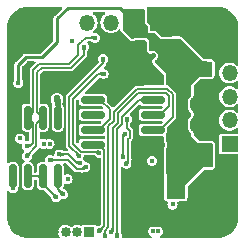
<source format=gbr>
%TF.GenerationSoftware,KiCad,Pcbnew,(6.0.7)*%
%TF.CreationDate,2024-01-02T21:25:37+08:00*%
%TF.ProjectId,stepper-motor-20,73746570-7065-4722-9d6d-6f746f722d32,1*%
%TF.SameCoordinates,PX6979f40PYa1135a0*%
%TF.FileFunction,Copper,L4,Bot*%
%TF.FilePolarity,Positive*%
%FSLAX46Y46*%
G04 Gerber Fmt 4.6, Leading zero omitted, Abs format (unit mm)*
G04 Created by KiCad (PCBNEW (6.0.7)) date 2024-01-02 21:25:37*
%MOMM*%
%LPD*%
G01*
G04 APERTURE LIST*
G04 Aperture macros list*
%AMRoundRect*
0 Rectangle with rounded corners*
0 $1 Rounding radius*
0 $2 $3 $4 $5 $6 $7 $8 $9 X,Y pos of 4 corners*
0 Add a 4 corners polygon primitive as box body*
4,1,4,$2,$3,$4,$5,$6,$7,$8,$9,$2,$3,0*
0 Add four circle primitives for the rounded corners*
1,1,$1+$1,$2,$3*
1,1,$1+$1,$4,$5*
1,1,$1+$1,$6,$7*
1,1,$1+$1,$8,$9*
0 Add four rect primitives between the rounded corners*
20,1,$1+$1,$2,$3,$4,$5,0*
20,1,$1+$1,$4,$5,$6,$7,0*
20,1,$1+$1,$6,$7,$8,$9,0*
20,1,$1+$1,$8,$9,$2,$3,0*%
G04 Aperture macros list end*
%TA.AperFunction,ComponentPad*%
%ADD10C,0.600000*%
%TD*%
%TA.AperFunction,ComponentPad*%
%ADD11C,3.600000*%
%TD*%
%TA.AperFunction,ComponentPad*%
%ADD12R,0.850000X0.850000*%
%TD*%
%TA.AperFunction,ComponentPad*%
%ADD13O,0.850000X0.850000*%
%TD*%
%TA.AperFunction,ComponentPad*%
%ADD14R,1.350000X1.350000*%
%TD*%
%TA.AperFunction,ComponentPad*%
%ADD15O,1.350000X1.350000*%
%TD*%
%TA.AperFunction,SMDPad,CuDef*%
%ADD16RoundRect,0.250000X-0.325000X-0.650000X0.325000X-0.650000X0.325000X0.650000X-0.325000X0.650000X0*%
%TD*%
%TA.AperFunction,SMDPad,CuDef*%
%ADD17RoundRect,0.250000X-0.650000X0.325000X-0.650000X-0.325000X0.650000X-0.325000X0.650000X0.325000X0*%
%TD*%
%TA.AperFunction,SMDPad,CuDef*%
%ADD18RoundRect,0.250000X0.650000X-0.325000X0.650000X0.325000X-0.650000X0.325000X-0.650000X-0.325000X0*%
%TD*%
%TA.AperFunction,SMDPad,CuDef*%
%ADD19RoundRect,0.162500X-0.825000X-0.162500X0.825000X-0.162500X0.825000X0.162500X-0.825000X0.162500X0*%
%TD*%
%TA.AperFunction,SMDPad,CuDef*%
%ADD20RoundRect,0.150000X0.150000X-0.825000X0.150000X0.825000X-0.150000X0.825000X-0.150000X-0.825000X0*%
%TD*%
%TA.AperFunction,SMDPad,CuDef*%
%ADD21RoundRect,0.140000X0.140000X0.170000X-0.140000X0.170000X-0.140000X-0.170000X0.140000X-0.170000X0*%
%TD*%
%TA.AperFunction,ViaPad*%
%ADD22C,0.450000*%
%TD*%
%TA.AperFunction,ViaPad*%
%ADD23C,0.430000*%
%TD*%
%TA.AperFunction,Conductor*%
%ADD24C,0.160000*%
%TD*%
%TA.AperFunction,Conductor*%
%ADD25C,0.406400*%
%TD*%
%TA.AperFunction,Conductor*%
%ADD26C,0.254000*%
%TD*%
%TA.AperFunction,Conductor*%
%ADD27C,0.177800*%
%TD*%
G04 APERTURE END LIST*
D10*
%TO.P,H1,1,1*%
%TO.N,GND*%
X16582400Y3265200D03*
X17700000Y3773200D03*
X17700000Y826800D03*
X19173200Y2300000D03*
X18665200Y1182400D03*
X18665200Y3417600D03*
X16633200Y1284000D03*
X16226800Y2300000D03*
D11*
X17700000Y2300000D03*
%TD*%
D10*
%TO.P,H2,1,1*%
%TO.N,GND*%
X2300000Y19173200D03*
X3265200Y16582400D03*
D11*
X2300000Y17700000D03*
D10*
X2300000Y16226800D03*
X3773200Y17700000D03*
X826800Y17700000D03*
X1233200Y16684000D03*
X3265200Y18817600D03*
X1182400Y18665200D03*
%TD*%
D11*
%TO.P,H3,1,1*%
%TO.N,GND*%
X17700000Y17700000D03*
D10*
X18665200Y16582400D03*
X18665200Y18817600D03*
X16633200Y16684000D03*
X16226800Y17700000D03*
X17700000Y16226800D03*
X16582400Y18665200D03*
X17700000Y19173200D03*
X19173200Y17700000D03*
%TD*%
D12*
%TO.P,J2,1,Pin_1*%
%TO.N,SWCLK*%
X7162800Y711200D03*
D13*
%TO.P,J2,2,Pin_2*%
%TO.N,SWDIO*%
X6162800Y711200D03*
%TO.P,J2,3,Pin_3*%
%TO.N,VCC*%
X5162800Y711200D03*
%TO.P,J2,4,Pin_4*%
%TO.N,GND*%
X4162800Y711200D03*
%TD*%
D14*
%TO.P,J3,1,Pin_1*%
%TO.N,Net-(J3-Pad1)*%
X19050000Y8176000D03*
D15*
%TO.P,J3,2,Pin_2*%
%TO.N,Net-(J3-Pad2)*%
X19050000Y10176000D03*
%TO.P,J3,3,Pin_3*%
%TO.N,Net-(J3-Pad3)*%
X19050000Y12176000D03*
%TO.P,J3,4,Pin_4*%
%TO.N,Net-(J3-Pad4)*%
X19050000Y14176000D03*
%TD*%
D10*
%TO.P,H4,1,1*%
%TO.N,GND*%
X3265200Y3417600D03*
X1182400Y3265200D03*
X826800Y2300000D03*
X3773200Y2300000D03*
X2300000Y826800D03*
X3265200Y1182400D03*
X2300000Y3773200D03*
D11*
X2300000Y2300000D03*
D10*
X1233200Y1284000D03*
%TD*%
D14*
%TO.P,J1,1,Pin_1*%
%TO.N,GND*%
X13000000Y18449200D03*
D15*
%TO.P,J1,2,Pin_2*%
%TO.N,V_SUPPLY*%
X11000000Y18449200D03*
%TO.P,J1,3,Pin_3*%
%TO.N,/RS485/RS485_A*%
X9000000Y18449200D03*
%TO.P,J1,4,Pin_4*%
%TO.N,/RS485/RS485_B*%
X7000000Y18449200D03*
%TD*%
D16*
%TO.P,C13,1*%
%TO.N,GND*%
X11479000Y14020800D03*
%TO.P,C13,2*%
%TO.N,V_SUPPLY*%
X14429000Y14020800D03*
%TD*%
D17*
%TO.P,C14,1*%
%TO.N,GND*%
X16662400Y9806200D03*
%TO.P,C14,2*%
%TO.N,V_SUPPLY*%
X16662400Y6856200D03*
%TD*%
D16*
%TO.P,C17,1*%
%TO.N,GND*%
X11479000Y16052800D03*
%TO.P,C17,2*%
%TO.N,V_SUPPLY*%
X14429000Y16052800D03*
%TD*%
%TO.P,C18,1*%
%TO.N,GND*%
X11479000Y4419600D03*
%TO.P,C18,2*%
%TO.N,V_SUPPLY*%
X14429000Y4419600D03*
%TD*%
D18*
%TO.P,C21,1*%
%TO.N,GND*%
X16662400Y11529800D03*
%TO.P,C21,2*%
%TO.N,V_SUPPLY*%
X16662400Y14479800D03*
%TD*%
D16*
%TO.P,C22,1*%
%TO.N,GND*%
X11479000Y6502400D03*
%TO.P,C22,2*%
%TO.N,V_SUPPLY*%
X14429000Y6502400D03*
%TD*%
D19*
%TO.P,U1,1,CSN*%
%TO.N,/MT6816_CS*%
X7462500Y8095000D03*
%TO.P,U1,2,HVPP*%
%TO.N,VCC*%
X7462500Y9365000D03*
%TO.P,U1,3,OUT*%
%TO.N,unconnected-(U1-Pad3)*%
X7462500Y10635000D03*
%TO.P,U1,4,VDD*%
%TO.N,VCC*%
X7462500Y11905000D03*
%TO.P,U1,5,A/U*%
%TO.N,/SPI1_MOSI*%
X12537500Y11905000D03*
%TO.P,U1,6,B/V*%
%TO.N,/SPI1_MISO*%
X12537500Y10635000D03*
%TO.P,U1,7,Z/W*%
%TO.N,/SPI1_SCK*%
X12537500Y9365000D03*
%TO.P,U1,8,GND*%
%TO.N,GND*%
X12537500Y8095000D03*
%TD*%
D20*
%TO.P,U6,1,RO*%
%TO.N,/UART0_RX*%
X4495800Y5449800D03*
%TO.P,U6,2,~{RE}*%
%TO.N,/485_RE*%
X3225800Y5449800D03*
%TO.P,U6,3,DE*%
X1955800Y5449800D03*
%TO.P,U6,4,DI*%
%TO.N,/UART0_TX*%
X685800Y5449800D03*
%TO.P,U6,5,GND*%
%TO.N,GND*%
X685800Y10399800D03*
%TO.P,U6,6,A*%
%TO.N,/RS485/RS485_A*%
X1955800Y10399800D03*
%TO.P,U6,7,B*%
%TO.N,/RS485/RS485_B*%
X3225800Y10399800D03*
%TO.P,U6,8,VCC*%
%TO.N,VCC*%
X4495800Y10399800D03*
%TD*%
D21*
%TO.P,C28,1*%
%TO.N,VCC*%
X4442400Y11938000D03*
%TO.P,C28,2*%
%TO.N,GND*%
X3482400Y11938000D03*
%TD*%
D22*
%TO.N,GND*%
X4267200Y7823200D03*
X3302000Y13512800D03*
X10871200Y13614400D03*
X3302000Y13055600D03*
X6146800Y14173200D03*
X7924800Y3911600D03*
X12141200Y7366000D03*
X11125200Y10769600D03*
X18389600Y15392400D03*
X11684000Y15646400D03*
X16865600Y10617200D03*
X11734800Y14427200D03*
X3302000Y14071600D03*
X12344400Y2387600D03*
X10871200Y14833600D03*
X11480800Y3200400D03*
X14681200Y2032000D03*
X508000Y6858000D03*
X17424400Y11531600D03*
X17678400Y10617200D03*
X5232400Y5892800D03*
X7569200Y3048000D03*
X508000Y12293600D03*
X12344400Y5638800D03*
X3302000Y12446000D03*
X10617200Y5791200D03*
X12598400Y14427200D03*
X11176000Y8636000D03*
X10922000Y16205200D03*
X12598400Y15646400D03*
X4978400Y7823200D03*
X1066800Y12344400D03*
X11988800Y2946400D03*
X12954000Y7416800D03*
X16662400Y11226800D03*
X6276500Y9992462D03*
X11734800Y8077200D03*
X762000Y11836400D03*
X11277600Y7670800D03*
X17983200Y11531600D03*
X11125200Y9906000D03*
X7569200Y4826000D03*
%TO.N,VCC*%
X13004800Y762000D03*
X3302000Y8178800D03*
X5689600Y16916400D03*
X12598400Y762000D03*
X5334000Y5181600D03*
X8026400Y11905000D03*
X14224000Y3048000D03*
X4521200Y10058400D03*
X3809769Y8178980D03*
X1320800Y8636000D03*
X12496800Y6756400D03*
%TO.N,V_SUPPLY*%
X14630400Y7823200D03*
X15240000Y7823200D03*
X1168400Y13309600D03*
X14833600Y12954000D03*
X15341600Y12954000D03*
%TO.N,/RS485/RS485_B*%
X6728600Y16408400D03*
X1879600Y7162800D03*
%TO.N,/RS485/RS485_A*%
X7670800Y17170400D03*
X1879600Y7975600D03*
%TO.N,/LED_GREEN*%
X4648200Y7289800D03*
D23*
X6399263Y6554279D03*
%TO.N,/LED_RED*%
X6857249Y6232888D03*
D22*
X3860800Y6807200D03*
%TO.N,/SPI1_SCK*%
X8483600Y406400D03*
%TO.N,/SPI1_MISO*%
X8991601Y685251D03*
%TO.N,/SPI1_MOSI*%
X9499600Y406400D03*
%TO.N,/MT6816_CS*%
X8026400Y812800D03*
%TO.N,/485_RE*%
X4368800Y3657600D03*
%TO.N,/IN_AP*%
X8347144Y15343453D03*
D23*
X6276500Y7120744D03*
D22*
%TO.N,/IN_AM*%
X8382000Y14122400D03*
D23*
X8008300Y7416800D03*
D22*
%TO.N,/IN_BP*%
X10363200Y10261600D03*
X10312400Y6502400D03*
%TO.N,/IN_BM*%
X10007600Y7061200D03*
X10160500Y9034400D03*
%TO.N,/UART0_TX*%
X711200Y4419600D03*
%TO.N,/UART0_RX*%
X4927600Y3911600D03*
%TD*%
D24*
%TO.N,VCC*%
X7993400Y9365000D02*
X7462500Y9365000D01*
D25*
X4495800Y11884600D02*
X4442400Y11938000D01*
D24*
X8026400Y11905000D02*
X7462500Y11905000D01*
X8026400Y11905000D02*
X8110200Y11905000D01*
D25*
X4495800Y10399800D02*
X4495800Y11884600D01*
D24*
X8110200Y11905000D02*
X8890000Y11125200D01*
X8890000Y10261600D02*
X7993400Y9365000D01*
X8890000Y11125200D02*
X8890000Y10261600D01*
D26*
%TO.N,V_SUPPLY*%
X1168400Y14884400D02*
X1168400Y13309600D01*
X9789600Y19659600D02*
X5334000Y19659600D01*
X4470400Y18796000D02*
X4470400Y16764000D01*
X4470400Y16764000D02*
X3200400Y15494000D01*
X5334000Y19659600D02*
X4470400Y18796000D01*
X1778000Y15494000D02*
X1168400Y14884400D01*
X11000000Y18449200D02*
X9789600Y19659600D01*
X3200400Y15494000D02*
X1778000Y15494000D01*
D27*
%TO.N,/RS485/RS485_B*%
X1879600Y7162800D02*
X2692400Y7975600D01*
X2743200Y14224000D02*
X3149600Y14630400D01*
X2692400Y7975600D02*
X2692400Y9866400D01*
X3225800Y10399800D02*
X3225800Y10439400D01*
X5616895Y14630400D02*
X6728600Y15742105D01*
X3149600Y14630400D02*
X5616895Y14630400D01*
X6728600Y15742105D02*
X6728600Y16408400D01*
X2692400Y9866400D02*
X3225800Y10399800D01*
X2746200Y10919000D02*
X2746200Y11477800D01*
X2743200Y11480800D02*
X2743200Y14224000D01*
X2746200Y11477800D02*
X2743200Y11480800D01*
X3225800Y10439400D02*
X2746200Y10919000D01*
%TO.N,/RS485/RS485_A*%
X2133600Y7975600D02*
X2384600Y8226600D01*
X2435400Y14424200D02*
X2949400Y14938200D01*
X2384600Y9971000D02*
X1955800Y10399800D01*
X6248400Y16002000D02*
X6248400Y16560800D01*
X9000000Y18448800D02*
X9000000Y18449200D01*
X2949400Y14938200D02*
X5489400Y14938200D01*
X2438400Y11350305D02*
X2435400Y11353305D01*
X6248400Y16560800D02*
X6502400Y16814800D01*
X6858000Y17170400D02*
X7670800Y17170400D01*
X6248400Y15697200D02*
X6248400Y16002000D01*
X1879600Y7975600D02*
X2133600Y7975600D01*
X2384600Y8226600D02*
X2384600Y9971000D01*
X6502400Y16814800D02*
X6858000Y17170400D01*
X2435400Y11353305D02*
X2435400Y14424200D01*
X1955800Y10399800D02*
X2438400Y10882400D01*
X5489400Y14938200D02*
X6248400Y15697200D01*
X2438400Y10882400D02*
X2438400Y11350305D01*
%TO.N,/LED_GREEN*%
X6399263Y6554279D02*
X6145721Y6554279D01*
X6145721Y6554279D02*
X5410200Y7289800D01*
X4724400Y7366000D02*
X4648200Y7289800D01*
X5410200Y7289800D02*
X4648200Y7289800D01*
X4648200Y7289800D02*
X4622800Y7264400D01*
%TO.N,/LED_RED*%
X6857249Y6232888D02*
X6791688Y6232888D01*
X6604000Y6045200D02*
X6146800Y6045200D01*
X5384800Y6807200D02*
X4927600Y6807200D01*
X4927600Y6807200D02*
X3860800Y6807200D01*
X6146800Y6045200D02*
X5994400Y6197600D01*
X6791688Y6232888D02*
X6604000Y6045200D01*
X5994400Y6197600D02*
X5384800Y6807200D01*
D24*
%TO.N,/SPI1_SCK*%
X14224000Y12395200D02*
X14224000Y10414000D01*
X8483600Y816137D02*
X8788400Y1120937D01*
X9245600Y10109200D02*
X9245600Y10871200D01*
X8788400Y9652000D02*
X9245600Y10109200D01*
X14224000Y10414000D02*
X13175000Y9365000D01*
X9245600Y10871200D02*
X11226800Y12852400D01*
X8788400Y1120937D02*
X8788400Y9652000D01*
X8483600Y406400D02*
X8483600Y816137D01*
X13175000Y9365000D02*
X12537500Y9365000D01*
X13766800Y12852400D02*
X14224000Y12395200D01*
X11226800Y12852400D02*
X13766800Y12852400D01*
%TO.N,/SPI1_MISO*%
X9144000Y837650D02*
X9144000Y9499600D01*
X9144000Y9499600D02*
X9601200Y9956800D01*
X13919200Y12242800D02*
X13919200Y11379200D01*
X13665200Y12496800D02*
X13919200Y12242800D01*
X13919200Y11379200D02*
X13175000Y10635000D01*
X9601200Y10769600D02*
X11328400Y12496800D01*
X8991601Y685251D02*
X9144000Y837650D01*
X11328400Y12496800D02*
X13665200Y12496800D01*
X13175000Y10635000D02*
X12537500Y10635000D01*
X9601200Y9956800D02*
X9601200Y10769600D01*
%TO.N,/SPI1_MOSI*%
X12537500Y11905000D02*
X11391417Y11905000D01*
X11391417Y11905000D02*
X9928200Y10441783D01*
X9928200Y10441783D02*
X9928200Y9826600D01*
X9928200Y9826600D02*
X9550400Y9448800D01*
X9550400Y9448800D02*
X9550400Y457200D01*
X9550400Y457200D02*
X9499600Y406400D01*
%TO.N,/MT6816_CS*%
X8432800Y7670800D02*
X8432800Y1219200D01*
X8008600Y8095000D02*
X8432800Y7670800D01*
X8432800Y1219200D02*
X8026400Y812800D01*
X7462500Y8095000D02*
X8008600Y8095000D01*
D27*
%TO.N,/485_RE*%
X3225800Y4800600D02*
X4368800Y3657600D01*
X3225800Y5449800D02*
X3225800Y4800600D01*
X1905000Y5449800D02*
X3175000Y5449800D01*
D24*
%TO.N,/IN_AP*%
X6299200Y7213600D02*
X5486400Y8026400D01*
X6276500Y7120744D02*
X6299200Y7143444D01*
X5486400Y12141200D02*
X8347144Y15001944D01*
X8347144Y15001944D02*
X8347144Y15343453D01*
X6299200Y7143444D02*
X6299200Y7213600D01*
X5486400Y8026400D02*
X5486400Y12141200D01*
%TO.N,/IN_AM*%
X7924800Y14122400D02*
X8382000Y14122400D01*
X5791200Y8178800D02*
X5791200Y11988800D01*
X8008300Y7416800D02*
X7906700Y7518400D01*
X6451600Y7518400D02*
X5791200Y8178800D01*
X5791200Y11988800D02*
X7924800Y14122400D01*
X7906700Y7518400D02*
X6451600Y7518400D01*
%TO.N,/IN_BP*%
X10464800Y6654800D02*
X10312400Y6502400D01*
X10566400Y8686800D02*
X10464800Y8585200D01*
X10566400Y9347200D02*
X10595000Y9318600D01*
X10464800Y8585200D02*
X10464800Y6756400D01*
X10363200Y9550400D02*
X10566400Y9347200D01*
X10363200Y10261600D02*
X10363200Y9550400D01*
X10595000Y9318600D02*
X10595000Y8715400D01*
X10464800Y6756400D02*
X10464800Y6654800D01*
X10595000Y8715400D02*
X10566400Y8686800D01*
%TO.N,/IN_BM*%
X10160500Y9034400D02*
X10007600Y8881500D01*
X10007600Y8881500D02*
X10007600Y7061200D01*
D27*
%TO.N,/UART0_RX*%
X4495800Y4343400D02*
X4495800Y5449800D01*
X4927600Y3911600D02*
X4495800Y4343400D01*
%TD*%
%TA.AperFunction,Conductor*%
%TO.N,VCC*%
G36*
X8213052Y12028386D02*
G01*
X8216852Y12024709D01*
X8228159Y12007212D01*
X8238326Y11991479D01*
X8238622Y11990996D01*
X8259360Y11955212D01*
X8259580Y11954814D01*
X8276868Y11922116D01*
X8276969Y11921922D01*
X8292503Y11891104D01*
X8307853Y11861230D01*
X8324627Y11831299D01*
X8344478Y11800229D01*
X8369057Y11766934D01*
X8369187Y11766781D01*
X8369188Y11766779D01*
X8377251Y11757246D01*
X8400014Y11730331D01*
X8400131Y11730208D01*
X8431141Y11697601D01*
X8434359Y11689244D01*
X8430936Y11681265D01*
X8333840Y11584169D01*
X8325567Y11580742D01*
X8317605Y11583869D01*
X8292484Y11607200D01*
X8292476Y11607207D01*
X8292283Y11607386D01*
X8286011Y11612224D01*
X8261684Y11630990D01*
X8261677Y11630995D01*
X8261420Y11631193D01*
X8232428Y11648656D01*
X8232081Y11648807D01*
X8204823Y11660658D01*
X8204820Y11660659D01*
X8204459Y11660816D01*
X8200673Y11661891D01*
X8176988Y11668617D01*
X8176983Y11668618D01*
X8176663Y11668709D01*
X8148192Y11673376D01*
X8147959Y11673395D01*
X8147953Y11673396D01*
X8135218Y11674449D01*
X8118196Y11675856D01*
X8085826Y11677187D01*
X8072054Y11677659D01*
X8050362Y11678404D01*
X8050130Y11678414D01*
X8026097Y11679716D01*
X8018850Y11680109D01*
X8010774Y11683979D01*
X8008250Y11688519D01*
X7996068Y11730331D01*
X7992886Y11741254D01*
X7987576Y11759479D01*
X7928852Y11961040D01*
X8109697Y12006141D01*
X8109698Y12006141D01*
X8111848Y12006677D01*
X8111849Y12006677D01*
X8163091Y12019457D01*
X8204197Y12029709D01*
X8213052Y12028386D01*
G37*
%TD.AperFunction*%
%TD*%
%TA.AperFunction,Conductor*%
%TO.N,VCC*%
G36*
X7611790Y9653077D02*
G01*
X7653374Y9628959D01*
X7654499Y9628217D01*
X7699271Y9594823D01*
X7699861Y9594352D01*
X7717552Y9579290D01*
X7741915Y9558546D01*
X7781923Y9523549D01*
X7820517Y9492710D01*
X7837780Y9482025D01*
X7858069Y9469467D01*
X7858072Y9469466D01*
X7858619Y9469127D01*
X7859231Y9468917D01*
X7859233Y9468916D01*
X7873029Y9464180D01*
X7897152Y9455898D01*
X7937042Y9456122D01*
X7979211Y9472897D01*
X8016404Y9502754D01*
X8024999Y9505261D01*
X8032000Y9501903D01*
X8129008Y9404895D01*
X8132435Y9396622D01*
X8128570Y9387933D01*
X8085671Y9349250D01*
X8084622Y9348408D01*
X8037074Y9314554D01*
X8035901Y9313819D01*
X7991463Y9289524D01*
X7990383Y9289004D01*
X7948014Y9271199D01*
X7947330Y9270937D01*
X7927594Y9264106D01*
X7905979Y9256624D01*
X7905864Y9256585D01*
X7877111Y9246964D01*
X7864916Y9242884D01*
X7864800Y9242839D01*
X7864781Y9242832D01*
X7843940Y9234714D01*
X7823835Y9226883D01*
X7781899Y9205603D01*
X7738321Y9176040D01*
X7698661Y9140830D01*
X7690199Y9137901D01*
X7684979Y9139485D01*
X7313338Y9357187D01*
X7307932Y9364325D01*
X7309157Y9373196D01*
X7311142Y9375715D01*
X7597810Y9651389D01*
X7606149Y9654654D01*
X7611790Y9653077D01*
G37*
%TD.AperFunction*%
%TD*%
%TA.AperFunction,Conductor*%
%TO.N,VCC*%
G36*
X7934347Y12101708D02*
G01*
X7987397Y12050692D01*
X7988715Y12049425D01*
X7988716Y12049425D01*
X8138900Y11905000D01*
X7987576Y11759479D01*
X7968624Y11741254D01*
X7934348Y11708292D01*
X7926009Y11705027D01*
X7920893Y11706317D01*
X7889784Y11722292D01*
X7889375Y11722513D01*
X7856308Y11741189D01*
X7856105Y11741306D01*
X7829159Y11757246D01*
X7826473Y11758835D01*
X7798762Y11774885D01*
X7771394Y11789154D01*
X7742704Y11801390D01*
X7711025Y11811344D01*
X7674692Y11818764D01*
X7632039Y11823400D01*
X7581400Y11825000D01*
X7581400Y11985000D01*
X7632039Y11986601D01*
X7674692Y11991237D01*
X7711025Y11998657D01*
X7742704Y12008611D01*
X7771394Y12020847D01*
X7798762Y12035116D01*
X7826473Y12051166D01*
X7841603Y12060116D01*
X7856109Y12068697D01*
X7856308Y12068812D01*
X7889375Y12087488D01*
X7889784Y12087709D01*
X7920892Y12103683D01*
X7929817Y12104414D01*
X7934347Y12101708D01*
G37*
%TD.AperFunction*%
%TD*%
%TA.AperFunction,Conductor*%
%TO.N,VCC*%
G36*
X7698609Y12129648D02*
G01*
X7738985Y12096567D01*
X7785079Y12073366D01*
X7785671Y12073210D01*
X7785673Y12073209D01*
X7800911Y12069187D01*
X7830915Y12061266D01*
X7831358Y12061218D01*
X7831360Y12061218D01*
X7839723Y12060318D01*
X7839724Y12060318D01*
X7841603Y12060116D01*
X7876820Y12056327D01*
X7923119Y12054608D01*
X7970138Y12052169D01*
X7988716Y12049425D01*
X8008046Y12046570D01*
X8017268Y12045208D01*
X8019100Y12044785D01*
X8066533Y12029721D01*
X8068649Y12028812D01*
X8107757Y12007212D01*
X8107758Y12007212D01*
X8109697Y12006141D01*
X8109698Y12006141D01*
X8118773Y12001129D01*
X8171930Y11956406D01*
X8058794Y11843270D01*
X8007634Y11883214D01*
X7961397Y11897742D01*
X7918710Y11891133D01*
X7878203Y11867668D01*
X7838505Y11831624D01*
X7798245Y11787281D01*
X7790973Y11778946D01*
X7782736Y11769504D01*
X7756208Y11739097D01*
X7755892Y11738749D01*
X7710947Y11691230D01*
X7710118Y11690436D01*
X7661098Y11647871D01*
X7659579Y11646753D01*
X7611884Y11617272D01*
X7603045Y11615837D01*
X7597622Y11618791D01*
X7568029Y11647249D01*
X7311142Y11894285D01*
X7307554Y11902489D01*
X7310819Y11910828D01*
X7313338Y11912813D01*
X7685281Y12130692D01*
X7694152Y12131917D01*
X7698609Y12129648D01*
G37*
%TD.AperFunction*%
%TD*%
%TA.AperFunction,Conductor*%
%TO.N,VCC*%
G36*
X4695570Y10986373D02*
G01*
X4698997Y10978098D01*
X4698985Y10924449D01*
X4699246Y10866774D01*
X4700237Y10815516D01*
X4702412Y10769415D01*
X4706226Y10727212D01*
X4712134Y10687647D01*
X4720591Y10649459D01*
X4732051Y10611390D01*
X4746969Y10572179D01*
X4747050Y10572000D01*
X4762532Y10537787D01*
X4762821Y10528836D01*
X4760306Y10524853D01*
X4504233Y10258569D01*
X4496029Y10254981D01*
X4487367Y10258569D01*
X4231293Y10524854D01*
X4228028Y10533193D01*
X4229066Y10537784D01*
X4244630Y10572179D01*
X4259548Y10611390D01*
X4271008Y10649459D01*
X4279465Y10687647D01*
X4285373Y10727212D01*
X4289187Y10769415D01*
X4291362Y10815516D01*
X4292353Y10866774D01*
X4292614Y10924449D01*
X4292603Y10978098D01*
X4296028Y10986371D01*
X4304303Y10989800D01*
X4687297Y10989800D01*
X4695570Y10986373D01*
G37*
%TD.AperFunction*%
%TD*%
%TA.AperFunction,Conductor*%
%TO.N,VCC*%
G36*
X4426388Y12068522D02*
G01*
X4490410Y12022941D01*
X4706234Y11869285D01*
X4710986Y11861695D01*
X4710836Y11857069D01*
X4702352Y11821086D01*
X4695567Y11779553D01*
X4691716Y11738889D01*
X4690228Y11697856D01*
X4690229Y11697715D01*
X4690531Y11655286D01*
X4690532Y11655260D01*
X4690532Y11655216D01*
X4692060Y11609732D01*
X4692063Y11609674D01*
X4692063Y11609659D01*
X4694240Y11560198D01*
X4694241Y11560166D01*
X4696502Y11505348D01*
X4696507Y11505204D01*
X4698278Y11443932D01*
X4698282Y11443715D01*
X4698877Y11386421D01*
X4695537Y11378113D01*
X4687178Y11374600D01*
X4304291Y11374600D01*
X4296018Y11378027D01*
X4292591Y11386291D01*
X4292554Y11431997D01*
X4292104Y11483511D01*
X4290780Y11529782D01*
X4290779Y11529802D01*
X4290777Y11529872D01*
X4288102Y11571809D01*
X4283608Y11610053D01*
X4276824Y11645333D01*
X4267278Y11678378D01*
X4254500Y11709918D01*
X4238016Y11740682D01*
X4221690Y11764959D01*
X4219917Y11773735D01*
X4221610Y11777895D01*
X4281435Y11869285D01*
X4409814Y12065400D01*
X4417211Y12070444D01*
X4426388Y12068522D01*
G37*
%TD.AperFunction*%
%TD*%
%TA.AperFunction,Conductor*%
%TO.N,V_SUPPLY*%
G36*
X1292092Y13751173D02*
G01*
X1295518Y13743019D01*
X1295904Y13705072D01*
X1297529Y13662168D01*
X1300440Y13624641D01*
X1304807Y13591243D01*
X1310794Y13560725D01*
X1318570Y13531841D01*
X1328302Y13503342D01*
X1340156Y13473979D01*
X1354299Y13442507D01*
X1367417Y13414983D01*
X1367883Y13406040D01*
X1365288Y13401839D01*
X1176833Y13205869D01*
X1168629Y13202281D01*
X1159967Y13205869D01*
X971512Y13401839D01*
X968247Y13410178D01*
X969383Y13414982D01*
X982444Y13442389D01*
X982459Y13442422D01*
X982500Y13442507D01*
X996643Y13473979D01*
X1008497Y13503342D01*
X1018229Y13531841D01*
X1026005Y13560725D01*
X1031992Y13591243D01*
X1036359Y13624641D01*
X1039270Y13662168D01*
X1040895Y13705072D01*
X1041282Y13743019D01*
X1044793Y13751257D01*
X1052981Y13754600D01*
X1283819Y13754600D01*
X1292092Y13751173D01*
G37*
%TD.AperFunction*%
%TD*%
%TA.AperFunction,Conductor*%
%TO.N,/RS485/RS485_B*%
G36*
X2139448Y7532275D02*
G01*
X2249074Y7422649D01*
X2252501Y7414376D01*
X2249299Y7406334D01*
X2232538Y7388623D01*
X2222490Y7378006D01*
X2195203Y7344989D01*
X2174018Y7314544D01*
X2157691Y7285666D01*
X2144980Y7257349D01*
X2134640Y7228586D01*
X2134595Y7228437D01*
X2125430Y7198371D01*
X2116114Y7165733D01*
X2116083Y7165627D01*
X2105469Y7129724D01*
X2105369Y7129403D01*
X2094722Y7096859D01*
X2088893Y7090062D01*
X2083831Y7088799D01*
X1812216Y7083489D01*
X1803877Y7086754D01*
X1800289Y7095416D01*
X1805599Y7367031D01*
X1809187Y7375235D01*
X1813659Y7377922D01*
X1846202Y7388570D01*
X1846523Y7388670D01*
X1882426Y7399284D01*
X1882532Y7399315D01*
X1915149Y7408625D01*
X1915191Y7408637D01*
X1934752Y7414600D01*
X1945385Y7417841D01*
X1974148Y7428181D01*
X1986246Y7433612D01*
X2002214Y7440779D01*
X2002220Y7440782D01*
X2002465Y7440892D01*
X2002704Y7441027D01*
X2031103Y7457083D01*
X2031108Y7457086D01*
X2031343Y7457219D01*
X2047135Y7468208D01*
X2061599Y7478272D01*
X2061606Y7478278D01*
X2061788Y7478404D01*
X2094805Y7505691D01*
X2123134Y7532500D01*
X2131497Y7535698D01*
X2139448Y7532275D01*
G37*
%TD.AperFunction*%
%TD*%
%TA.AperFunction,Conductor*%
%TO.N,/RS485/RS485_B*%
G36*
X6737033Y16512131D02*
G01*
X6925340Y16316314D01*
X6928605Y16307975D01*
X6927342Y16302913D01*
X6911857Y16272370D01*
X6911701Y16272073D01*
X6899745Y16250079D01*
X6893785Y16239115D01*
X6877276Y16209419D01*
X6862424Y16181541D01*
X6849397Y16153892D01*
X6838361Y16124880D01*
X6829486Y16092915D01*
X6822939Y16056407D01*
X6818887Y16013766D01*
X6818882Y16013591D01*
X6818882Y16013588D01*
X6817813Y15974778D01*
X6814159Y15966602D01*
X6806117Y15963400D01*
X6651082Y15963400D01*
X6642809Y15966827D01*
X6639386Y15974778D01*
X6638317Y16013588D01*
X6638317Y16013591D01*
X6638312Y16013766D01*
X6634260Y16056407D01*
X6627713Y16092915D01*
X6618838Y16124880D01*
X6607802Y16153892D01*
X6594775Y16181541D01*
X6579923Y16209419D01*
X6563414Y16239115D01*
X6545503Y16272063D01*
X6545348Y16272357D01*
X6529857Y16302914D01*
X6529173Y16311842D01*
X6531860Y16316314D01*
X6720167Y16512131D01*
X6728371Y16515719D01*
X6737033Y16512131D01*
G37*
%TD.AperFunction*%
%TD*%
%TA.AperFunction,Conductor*%
%TO.N,/RS485/RS485_B*%
G36*
X3329700Y10395090D02*
G01*
X3329700Y10395086D01*
X3329698Y10394963D01*
X3329697Y10394951D01*
X3327108Y10262518D01*
X3324721Y10140378D01*
X3324417Y10124839D01*
X3320829Y10116635D01*
X3316210Y10113902D01*
X3268011Y10098838D01*
X3267375Y10098658D01*
X3252675Y10094966D01*
X3217299Y10086081D01*
X3216882Y10085985D01*
X3171278Y10076288D01*
X3171228Y10076277D01*
X3128728Y10067434D01*
X3128642Y10067413D01*
X3128634Y10067411D01*
X3088517Y10057525D01*
X3088302Y10057472D01*
X3048640Y10044359D01*
X3048366Y10044234D01*
X3048355Y10044230D01*
X3024160Y10033219D01*
X3008435Y10026063D01*
X2966377Y10000550D01*
X2966125Y10000357D01*
X2966126Y10000357D01*
X2921363Y9965947D01*
X2921358Y9965943D01*
X2921158Y9965789D01*
X2920965Y9965610D01*
X2879731Y9927402D01*
X2871334Y9924292D01*
X2863506Y9927711D01*
X2753711Y10037506D01*
X2750284Y10045779D01*
X2753402Y10053731D01*
X2781866Y10084451D01*
X2791788Y10095159D01*
X2794617Y10098838D01*
X2826356Y10140127D01*
X2826549Y10140378D01*
X2852062Y10182436D01*
X2859218Y10198161D01*
X2870229Y10222356D01*
X2870233Y10222367D01*
X2870358Y10222641D01*
X2883471Y10262303D01*
X2893433Y10302729D01*
X2902276Y10345229D01*
X2911984Y10390883D01*
X2912080Y10391300D01*
X2916980Y10410810D01*
X2924734Y10441682D01*
X2942415Y10498252D01*
X3331866Y10505866D01*
X3329700Y10395090D01*
G37*
%TD.AperFunction*%
%TD*%
%TA.AperFunction,Conductor*%
%TO.N,/RS485/RS485_B*%
G36*
X2886804Y10904654D02*
G01*
X2924635Y10869277D01*
X2931539Y10862821D01*
X2931719Y10862678D01*
X2931727Y10862671D01*
X2952537Y10846126D01*
X2979423Y10824749D01*
X3023618Y10795994D01*
X3026271Y10794627D01*
X3065316Y10774504D01*
X3065327Y10774499D01*
X3065552Y10774383D01*
X3065799Y10774283D01*
X3106480Y10757814D01*
X3106491Y10757810D01*
X3106649Y10757746D01*
X3106806Y10757694D01*
X3106822Y10757688D01*
X3143262Y10745592D01*
X3148336Y10743908D01*
X3171466Y10736916D01*
X3191930Y10730730D01*
X3192039Y10730697D01*
X3238983Y10716005D01*
X3239404Y10715864D01*
X3290885Y10697581D01*
X3291480Y10697352D01*
X3341750Y10676348D01*
X3348062Y10669996D01*
X3348909Y10664723D01*
X3321827Y10284567D01*
X2934665Y10327410D01*
X2921865Y10385518D01*
X2912902Y10437265D01*
X2912864Y10437501D01*
X2905845Y10484277D01*
X2898888Y10527439D01*
X2898863Y10527596D01*
X2890057Y10568652D01*
X2877546Y10608778D01*
X2859448Y10649309D01*
X2833881Y10691577D01*
X2815069Y10716005D01*
X2799127Y10736706D01*
X2799124Y10736710D01*
X2798965Y10736916D01*
X2760482Y10778398D01*
X2757367Y10786792D01*
X2760786Y10794627D01*
X2870540Y10904381D01*
X2878813Y10907808D01*
X2886804Y10904654D01*
G37*
%TD.AperFunction*%
%TD*%
%TA.AperFunction,Conductor*%
%TO.N,/RS485/RS485_A*%
G36*
X2239185Y10498252D02*
G01*
X2256865Y10441682D01*
X2267384Y10399801D01*
X2267384Y10399800D01*
X2269521Y10391295D01*
X2269611Y10390902D01*
X2279323Y10345229D01*
X2288166Y10302729D01*
X2298128Y10262303D01*
X2311241Y10222641D01*
X2311366Y10222367D01*
X2311370Y10222356D01*
X2322381Y10198161D01*
X2329537Y10182436D01*
X2355050Y10140378D01*
X2355243Y10140127D01*
X2386983Y10098838D01*
X2389811Y10095159D01*
X2389990Y10094966D01*
X2428198Y10053731D01*
X2431308Y10045334D01*
X2427889Y10037506D01*
X2318094Y9927711D01*
X2309821Y9924284D01*
X2301869Y9927402D01*
X2260634Y9965610D01*
X2260441Y9965789D01*
X2260241Y9965943D01*
X2260236Y9965947D01*
X2215473Y10000357D01*
X2215474Y10000357D01*
X2215222Y10000550D01*
X2173164Y10026063D01*
X2157439Y10033219D01*
X2133244Y10044230D01*
X2133233Y10044234D01*
X2132959Y10044359D01*
X2093297Y10057472D01*
X2093082Y10057525D01*
X2052965Y10067411D01*
X2052957Y10067413D01*
X2052871Y10067434D01*
X2010371Y10076277D01*
X2010321Y10076288D01*
X1964717Y10085985D01*
X1964300Y10086081D01*
X1928924Y10094966D01*
X1914224Y10098658D01*
X1913588Y10098838D01*
X1865390Y10113901D01*
X1858517Y10119639D01*
X1857183Y10124839D01*
X1856884Y10140127D01*
X1854496Y10262303D01*
X1853880Y10293815D01*
X1851781Y10401203D01*
X1849908Y10496973D01*
X1851801Y10501808D01*
X1851270Y10502040D01*
X1852916Y10505804D01*
X2239185Y10498252D01*
G37*
%TD.AperFunction*%
%TD*%
%TA.AperFunction,Conductor*%
%TO.N,/RS485/RS485_A*%
G36*
X7578714Y17367140D02*
G01*
X7774531Y17178833D01*
X7778119Y17170629D01*
X7774531Y17161967D01*
X7592814Y16987218D01*
X7578715Y16973660D01*
X7570376Y16970395D01*
X7565315Y16971657D01*
X7534756Y16987149D01*
X7534458Y16987306D01*
X7501589Y17005174D01*
X7501492Y17005227D01*
X7471877Y17021691D01*
X7471818Y17021724D01*
X7443940Y17036576D01*
X7416291Y17049603D01*
X7387279Y17060639D01*
X7371297Y17065076D01*
X7355571Y17069443D01*
X7355564Y17069445D01*
X7355314Y17069514D01*
X7355051Y17069561D01*
X7355043Y17069563D01*
X7319035Y17076020D01*
X7319033Y17076020D01*
X7318806Y17076061D01*
X7276165Y17080113D01*
X7275990Y17080118D01*
X7275987Y17080118D01*
X7237178Y17081187D01*
X7229002Y17084841D01*
X7225800Y17092883D01*
X7225800Y17247918D01*
X7229227Y17256191D01*
X7237177Y17259614D01*
X7269069Y17260492D01*
X7275987Y17260683D01*
X7275990Y17260683D01*
X7276165Y17260688D01*
X7318806Y17264740D01*
X7319035Y17264781D01*
X7355043Y17271238D01*
X7355051Y17271240D01*
X7355314Y17271287D01*
X7355564Y17271356D01*
X7355571Y17271358D01*
X7371296Y17275724D01*
X7387279Y17280162D01*
X7416291Y17291198D01*
X7443940Y17304225D01*
X7471818Y17319077D01*
X7501514Y17335586D01*
X7534462Y17353497D01*
X7534756Y17353652D01*
X7565314Y17369143D01*
X7574242Y17369827D01*
X7578714Y17367140D01*
G37*
%TD.AperFunction*%
%TD*%
%TA.AperFunction,Conductor*%
%TO.N,/RS485/RS485_A*%
G36*
X2220620Y8172836D02*
G01*
X2330124Y8063332D01*
X2333551Y8055059D01*
X2329931Y8046597D01*
X2300524Y8018516D01*
X2300118Y8018147D01*
X2281404Y8002000D01*
X2266475Y7989119D01*
X2266006Y7988735D01*
X2249612Y7976010D01*
X2235655Y7965176D01*
X2235246Y7964873D01*
X2207221Y7945112D01*
X2206939Y7944919D01*
X2180247Y7927287D01*
X2154091Y7910236D01*
X2154060Y7910215D01*
X2154042Y7910203D01*
X2127823Y7892308D01*
X2127731Y7892245D01*
X2100296Y7871700D01*
X2070910Y7846990D01*
X2070783Y7846870D01*
X2070781Y7846868D01*
X2045077Y7822538D01*
X2036713Y7819339D01*
X2031122Y7820939D01*
X1819488Y7944912D01*
X1780438Y7967787D01*
X1775032Y7974925D01*
X1776257Y7983796D01*
X1778242Y7986315D01*
X1849728Y8055059D01*
X1971786Y8172437D01*
X1980125Y8175702D01*
X1985019Y8174522D01*
X2003482Y8165528D01*
X2028075Y8153946D01*
X2028174Y8153905D01*
X2028182Y8153901D01*
X2051494Y8144147D01*
X2051719Y8144053D01*
X2051948Y8143978D01*
X2051951Y8143977D01*
X2074330Y8136657D01*
X2074337Y8136655D01*
X2074677Y8136544D01*
X2097215Y8132116D01*
X2119597Y8131467D01*
X2120159Y8131563D01*
X2120164Y8131563D01*
X2134353Y8133978D01*
X2142089Y8135294D01*
X2164954Y8144292D01*
X2165422Y8144588D01*
X2165426Y8144590D01*
X2180146Y8153901D01*
X2188458Y8159158D01*
X2188800Y8159458D01*
X2188805Y8159462D01*
X2204627Y8173355D01*
X2213105Y8176238D01*
X2220620Y8172836D01*
G37*
%TD.AperFunction*%
%TD*%
%TA.AperFunction,Conductor*%
%TO.N,/RS485/RS485_A*%
G36*
X2318094Y10871889D02*
G01*
X2427889Y10762094D01*
X2431316Y10753821D01*
X2428198Y10745869D01*
X2424683Y10742076D01*
X2389811Y10704442D01*
X2389657Y10704242D01*
X2389653Y10704237D01*
X2375403Y10685699D01*
X2355050Y10659223D01*
X2329537Y10617165D01*
X2329390Y10616841D01*
X2311370Y10577245D01*
X2311366Y10577234D01*
X2311241Y10576960D01*
X2298128Y10537298D01*
X2288166Y10496872D01*
X2288149Y10496788D01*
X2279323Y10454372D01*
X2279312Y10454322D01*
X2269615Y10408718D01*
X2269519Y10408301D01*
X2256865Y10357919D01*
X2239185Y10301348D01*
X1852916Y10293796D01*
X1851438Y10297176D01*
X1850890Y10297702D01*
X1849908Y10302627D01*
X1851806Y10399698D01*
X1851806Y10399708D01*
X1853880Y10505785D01*
X1857183Y10674762D01*
X1860771Y10682965D01*
X1865391Y10685699D01*
X1913588Y10700763D01*
X1914224Y10700943D01*
X1930852Y10705119D01*
X1964300Y10713520D01*
X1964717Y10713616D01*
X2010321Y10723313D01*
X2010371Y10723324D01*
X2052871Y10732167D01*
X2052957Y10732188D01*
X2052965Y10732190D01*
X2093082Y10742076D01*
X2093297Y10742129D01*
X2132959Y10755242D01*
X2133233Y10755367D01*
X2133244Y10755371D01*
X2157439Y10766382D01*
X2173164Y10773538D01*
X2215222Y10799051D01*
X2220316Y10802967D01*
X2260236Y10833654D01*
X2260241Y10833658D01*
X2260441Y10833812D01*
X2271149Y10843734D01*
X2301869Y10872198D01*
X2310267Y10875308D01*
X2318094Y10871889D01*
G37*
%TD.AperFunction*%
%TD*%
%TA.AperFunction,Conductor*%
%TO.N,/LED_GREEN*%
G36*
X6311463Y6742090D02*
G01*
X6429844Y6628249D01*
X6495621Y6564994D01*
X6499209Y6556790D01*
X6495944Y6548451D01*
X6493425Y6546466D01*
X6445310Y6518281D01*
X6257370Y6408188D01*
X6254751Y6406654D01*
X6245880Y6405429D01*
X6240863Y6408188D01*
X6216714Y6430682D01*
X6216690Y6430702D01*
X6216535Y6430847D01*
X6188108Y6453558D01*
X6161222Y6472021D01*
X6135142Y6487872D01*
X6109135Y6502747D01*
X6109111Y6502761D01*
X6082664Y6518169D01*
X6082279Y6518403D01*
X6054702Y6535927D01*
X6054135Y6536311D01*
X6037295Y6548451D01*
X6024532Y6557651D01*
X6023923Y6558123D01*
X5991482Y6584952D01*
X5990913Y6585454D01*
X5963320Y6611462D01*
X5959650Y6619630D01*
X5963072Y6628249D01*
X6072548Y6737725D01*
X6080821Y6741152D01*
X6088508Y6738273D01*
X6103665Y6725061D01*
X6126214Y6711197D01*
X6148164Y6703130D01*
X6148778Y6703045D01*
X6148781Y6703044D01*
X6167079Y6700503D01*
X6169759Y6700131D01*
X6185134Y6701091D01*
X6190764Y6701443D01*
X6190765Y6701443D01*
X6191243Y6701473D01*
X6212861Y6706426D01*
X6213173Y6706537D01*
X6213176Y6706538D01*
X6225696Y6710998D01*
X6234856Y6714261D01*
X6241593Y6717237D01*
X6257364Y6724203D01*
X6257378Y6724209D01*
X6257472Y6724251D01*
X6257558Y6724293D01*
X6257580Y6724303D01*
X6269466Y6730082D01*
X6280955Y6735667D01*
X6298185Y6744153D01*
X6307119Y6744734D01*
X6311463Y6742090D01*
G37*
%TD.AperFunction*%
%TD*%
%TA.AperFunction,Conductor*%
%TO.N,/LED_GREEN*%
G36*
X4753686Y7488543D02*
G01*
X4784243Y7473052D01*
X4784537Y7472897D01*
X4817485Y7454986D01*
X4847181Y7438477D01*
X4875059Y7423625D01*
X4902708Y7410598D01*
X4931720Y7399562D01*
X4947703Y7395124D01*
X4963428Y7390758D01*
X4963435Y7390756D01*
X4963685Y7390687D01*
X4963948Y7390640D01*
X4963956Y7390638D01*
X4999964Y7384181D01*
X5000193Y7384140D01*
X5042834Y7380088D01*
X5043009Y7380083D01*
X5043012Y7380083D01*
X5049856Y7379894D01*
X5081823Y7379014D01*
X5089998Y7375360D01*
X5093200Y7367318D01*
X5093200Y7212283D01*
X5089773Y7204010D01*
X5081822Y7200587D01*
X5043012Y7199518D01*
X5043009Y7199518D01*
X5042834Y7199513D01*
X5000193Y7195461D01*
X4999966Y7195420D01*
X4999964Y7195420D01*
X4963956Y7188963D01*
X4963948Y7188961D01*
X4963685Y7188914D01*
X4963435Y7188845D01*
X4963428Y7188843D01*
X4947702Y7184476D01*
X4931720Y7180039D01*
X4902708Y7169003D01*
X4875059Y7155976D01*
X4847181Y7141124D01*
X4847122Y7141091D01*
X4817507Y7124627D01*
X4817410Y7124574D01*
X4784527Y7106699D01*
X4784230Y7106543D01*
X4753687Y7091058D01*
X4744758Y7090373D01*
X4740286Y7093060D01*
X4544469Y7281367D01*
X4540881Y7289571D01*
X4544469Y7298233D01*
X4740286Y7486540D01*
X4748625Y7489805D01*
X4753686Y7488543D01*
G37*
%TD.AperFunction*%
%TD*%
%TA.AperFunction,Conductor*%
%TO.N,/LED_RED*%
G36*
X3966286Y7005943D02*
G01*
X3996843Y6990452D01*
X3997137Y6990297D01*
X4030085Y6972386D01*
X4059781Y6955877D01*
X4087659Y6941025D01*
X4115308Y6927998D01*
X4144320Y6916962D01*
X4160303Y6912524D01*
X4176028Y6908158D01*
X4176035Y6908156D01*
X4176285Y6908087D01*
X4176548Y6908040D01*
X4176556Y6908038D01*
X4212564Y6901581D01*
X4212793Y6901540D01*
X4255434Y6897488D01*
X4255609Y6897483D01*
X4255612Y6897483D01*
X4262456Y6897294D01*
X4294423Y6896414D01*
X4302598Y6892760D01*
X4305800Y6884718D01*
X4305800Y6729683D01*
X4302373Y6721410D01*
X4294422Y6717987D01*
X4255612Y6716918D01*
X4255609Y6716918D01*
X4255434Y6716913D01*
X4212793Y6712861D01*
X4212566Y6712820D01*
X4212564Y6712820D01*
X4176556Y6706363D01*
X4176548Y6706361D01*
X4176285Y6706314D01*
X4176035Y6706245D01*
X4176028Y6706243D01*
X4160303Y6701877D01*
X4144320Y6697439D01*
X4115308Y6686403D01*
X4087659Y6673376D01*
X4059781Y6658524D01*
X4059722Y6658491D01*
X4030107Y6642027D01*
X4030010Y6641974D01*
X3997127Y6624099D01*
X3996830Y6623943D01*
X3966287Y6608458D01*
X3957358Y6607773D01*
X3952886Y6610460D01*
X3757069Y6798767D01*
X3753481Y6806971D01*
X3757069Y6815633D01*
X3952886Y7003940D01*
X3961225Y7007205D01*
X3966286Y7005943D01*
G37*
%TD.AperFunction*%
%TD*%
%TA.AperFunction,Conductor*%
%TO.N,/LED_RED*%
G36*
X6934452Y6293819D02*
G01*
X6941921Y6288881D01*
X6943710Y6280107D01*
X6943334Y6278666D01*
X6859791Y6025589D01*
X6853944Y6018807D01*
X6849146Y6017566D01*
X6827627Y6016712D01*
X6814075Y6016174D01*
X6814072Y6016174D01*
X6813827Y6016164D01*
X6790871Y6013290D01*
X6776678Y6011514D01*
X6776673Y6011513D01*
X6776432Y6011483D01*
X6743314Y6004585D01*
X6712726Y5996210D01*
X6682920Y5987094D01*
X6652364Y5978043D01*
X6651922Y5977923D01*
X6619020Y5969694D01*
X6618290Y5969537D01*
X6581144Y5962785D01*
X6580286Y5962661D01*
X6553785Y5959852D01*
X6536974Y5958070D01*
X6536130Y5958011D01*
X6496518Y5956700D01*
X6488136Y5959852D01*
X6484431Y5968394D01*
X6484431Y6123339D01*
X6487858Y6131612D01*
X6495155Y6134998D01*
X6503257Y6135677D01*
X6522438Y6137283D01*
X6552541Y6146349D01*
X6576111Y6160582D01*
X6594521Y6179260D01*
X6594839Y6179747D01*
X6594842Y6179751D01*
X6608933Y6201344D01*
X6608934Y6201346D01*
X6609143Y6201666D01*
X6621348Y6227080D01*
X6632508Y6254782D01*
X6632516Y6254801D01*
X6643910Y6283833D01*
X6644083Y6284251D01*
X6656998Y6313748D01*
X6657410Y6314594D01*
X6661514Y6322230D01*
X6664299Y6325653D01*
X6668014Y6328770D01*
X6672522Y6336578D01*
X6679625Y6342028D01*
X6684880Y6342213D01*
X6934452Y6293819D01*
G37*
%TD.AperFunction*%
%TD*%
%TA.AperFunction,Conductor*%
%TO.N,/SPI1_SCK*%
G36*
X8467314Y896381D02*
G01*
X8468015Y895734D01*
X8564804Y798945D01*
X8568231Y790672D01*
X8565701Y783406D01*
X8547291Y760170D01*
X8536627Y731055D01*
X8537873Y703596D01*
X8548720Y677159D01*
X8566858Y651109D01*
X8589978Y624812D01*
X8590066Y624719D01*
X8590069Y624716D01*
X8615690Y597720D01*
X8615850Y597548D01*
X8641632Y569268D01*
X8642189Y568611D01*
X8665672Y538697D01*
X8666530Y537444D01*
X8676189Y521171D01*
X8676553Y520511D01*
X8681420Y510959D01*
X8682122Y502032D01*
X8679428Y497537D01*
X8494315Y305042D01*
X8486111Y301454D01*
X8477772Y304719D01*
X8475787Y307238D01*
X8328630Y558451D01*
X8327405Y567322D01*
X8329694Y571804D01*
X8350882Y597527D01*
X8350884Y597531D01*
X8351271Y598000D01*
X8365197Y624904D01*
X8367695Y629731D01*
X8367695Y629732D01*
X8367962Y630247D01*
X8377244Y662453D01*
X8381787Y694832D01*
X8384253Y727491D01*
X8384269Y727684D01*
X8387288Y760441D01*
X8387436Y761502D01*
X8393517Y794262D01*
X8393973Y795982D01*
X8405609Y829329D01*
X8406505Y831293D01*
X8426329Y865876D01*
X8427553Y867619D01*
X8450824Y895034D01*
X8458789Y899122D01*
X8467314Y896381D01*
G37*
%TD.AperFunction*%
%TD*%
%TA.AperFunction,Conductor*%
%TO.N,/SPI1_SCK*%
G36*
X12686877Y9652756D02*
G01*
X12734006Y9623767D01*
X12735496Y9622679D01*
X12784138Y9580927D01*
X12784945Y9580165D01*
X12828821Y9534530D01*
X12829635Y9533683D01*
X12829939Y9533354D01*
X12871799Y9486342D01*
X12911930Y9443184D01*
X12951505Y9408230D01*
X12991852Y9385653D01*
X13034300Y9379630D01*
X13054740Y9386182D01*
X13079187Y9394018D01*
X13079188Y9394019D01*
X13080175Y9394335D01*
X13097545Y9407923D01*
X13122648Y9427560D01*
X13131276Y9429959D01*
X13138130Y9426618D01*
X13234952Y9329796D01*
X13238379Y9321523D01*
X13234952Y9313250D01*
X13234247Y9312600D01*
X13191720Y9276606D01*
X13189926Y9275357D01*
X13140958Y9247667D01*
X13138934Y9246763D01*
X13091743Y9230897D01*
X13089983Y9230454D01*
X13043745Y9222610D01*
X13042689Y9222480D01*
X13017373Y9220569D01*
X12996677Y9219007D01*
X12996508Y9218996D01*
X12976353Y9217767D01*
X12950761Y9216206D01*
X12905254Y9210277D01*
X12888444Y9205507D01*
X12860315Y9197527D01*
X12860311Y9197526D01*
X12859749Y9197366D01*
X12813887Y9173621D01*
X12813411Y9173229D01*
X12813412Y9173229D01*
X12773614Y9140393D01*
X12765052Y9137771D01*
X12760257Y9139322D01*
X12388338Y9357187D01*
X12382932Y9364325D01*
X12384157Y9373196D01*
X12386142Y9375715D01*
X12390634Y9380034D01*
X12599538Y9580927D01*
X12672637Y9651223D01*
X12680976Y9654488D01*
X12686877Y9652756D01*
G37*
%TD.AperFunction*%
%TD*%
%TA.AperFunction,Conductor*%
%TO.N,/SPI1_MISO*%
G36*
X9220528Y1079223D02*
G01*
X9223955Y1070906D01*
X9223792Y1027784D01*
X9223791Y1027687D01*
X9223388Y994206D01*
X9223230Y981125D01*
X9222401Y940903D01*
X9221706Y916265D01*
X9221397Y905326D01*
X9221371Y905268D01*
X9221395Y905267D01*
X9220300Y872387D01*
X9220295Y872387D01*
X9220300Y872375D01*
X9219205Y840432D01*
X9218199Y807571D01*
X9217370Y771975D01*
X9217369Y771922D01*
X9216808Y731812D01*
X9216808Y731760D01*
X9216640Y694073D01*
X9213176Y685815D01*
X9208110Y682862D01*
X9053621Y639385D01*
X8931331Y604970D01*
X8922439Y606028D01*
X8916899Y613063D01*
X8916472Y615742D01*
X8905180Y884735D01*
X8908257Y893145D01*
X8912323Y896006D01*
X8932700Y904601D01*
X8932719Y904609D01*
X8932754Y904624D01*
X8934186Y905268D01*
X8958323Y916129D01*
X8958463Y916192D01*
X8981792Y928232D01*
X9002569Y941420D01*
X9002843Y941648D01*
X9002850Y941653D01*
X9020257Y956132D01*
X9020260Y956135D01*
X9020622Y956436D01*
X9035778Y973957D01*
X9047867Y994661D01*
X9056715Y1019226D01*
X9062150Y1048330D01*
X9063403Y1071581D01*
X9067270Y1079656D01*
X9075086Y1082650D01*
X9212255Y1082650D01*
X9220528Y1079223D01*
G37*
%TD.AperFunction*%
%TD*%
%TA.AperFunction,Conductor*%
%TO.N,/SPI1_MISO*%
G36*
X12686877Y10922756D02*
G01*
X12734006Y10893767D01*
X12735496Y10892679D01*
X12784138Y10850927D01*
X12784945Y10850165D01*
X12828821Y10804530D01*
X12829635Y10803683D01*
X12829939Y10803354D01*
X12871799Y10756342D01*
X12911930Y10713184D01*
X12951505Y10678230D01*
X12991852Y10655653D01*
X13034300Y10649630D01*
X13054740Y10656182D01*
X13079187Y10664018D01*
X13079188Y10664019D01*
X13080175Y10664335D01*
X13097545Y10677923D01*
X13122648Y10697560D01*
X13131276Y10699959D01*
X13138130Y10696618D01*
X13234952Y10599796D01*
X13238379Y10591523D01*
X13234952Y10583250D01*
X13234247Y10582600D01*
X13191720Y10546606D01*
X13189926Y10545357D01*
X13140958Y10517667D01*
X13138934Y10516763D01*
X13091743Y10500897D01*
X13089983Y10500454D01*
X13043745Y10492610D01*
X13042689Y10492480D01*
X13017373Y10490569D01*
X12996677Y10489007D01*
X12996508Y10488996D01*
X12976353Y10487767D01*
X12950761Y10486206D01*
X12905254Y10480277D01*
X12888444Y10475507D01*
X12860315Y10467527D01*
X12860311Y10467526D01*
X12859749Y10467366D01*
X12813887Y10443621D01*
X12813411Y10443229D01*
X12813412Y10443229D01*
X12773614Y10410393D01*
X12765052Y10407771D01*
X12760257Y10409322D01*
X12388338Y10627187D01*
X12382932Y10634325D01*
X12384157Y10643196D01*
X12386142Y10645715D01*
X12390634Y10650034D01*
X12599538Y10850927D01*
X12672637Y10921223D01*
X12680976Y10924488D01*
X12686877Y10922756D01*
G37*
%TD.AperFunction*%
%TD*%
%TA.AperFunction,Conductor*%
%TO.N,/SPI1_MOSI*%
G36*
X12401943Y12191627D02*
G01*
X12691231Y11913433D01*
X12694819Y11905229D01*
X12691231Y11896567D01*
X12616810Y11825000D01*
X12401943Y11618373D01*
X12393604Y11615108D01*
X12388351Y11616470D01*
X12337650Y11643361D01*
X12336961Y11643757D01*
X12321339Y11653455D01*
X12288050Y11674122D01*
X12287597Y11674418D01*
X12244788Y11703889D01*
X12244660Y11703978D01*
X12205298Y11731858D01*
X12205279Y11731871D01*
X12205214Y11731917D01*
X12166642Y11757480D01*
X12166456Y11757583D01*
X12166447Y11757589D01*
X12126561Y11779784D01*
X12126272Y11779945D01*
X12125969Y11780071D01*
X12125965Y11780073D01*
X12081734Y11798476D01*
X12081735Y11798476D01*
X12081388Y11798620D01*
X12081037Y11798716D01*
X12081030Y11798718D01*
X12029609Y11812724D01*
X12029275Y11812815D01*
X11967217Y11821839D01*
X11966935Y11821851D01*
X11966934Y11821851D01*
X11903705Y11824526D01*
X11895585Y11828300D01*
X11892500Y11836216D01*
X11892500Y11973784D01*
X11895927Y11982057D01*
X11903705Y11985474D01*
X11966933Y11988150D01*
X11967217Y11988162D01*
X12029275Y11997186D01*
X12031853Y11997888D01*
X12081030Y12011283D01*
X12081037Y12011285D01*
X12081388Y12011381D01*
X12087382Y12013875D01*
X12125965Y12029928D01*
X12125969Y12029930D01*
X12126272Y12030056D01*
X12137238Y12036159D01*
X12166447Y12052412D01*
X12166456Y12052418D01*
X12166642Y12052521D01*
X12205214Y12078084D01*
X12205279Y12078130D01*
X12205298Y12078143D01*
X12244660Y12106023D01*
X12244788Y12106112D01*
X12287597Y12135583D01*
X12288050Y12135879D01*
X12336961Y12166244D01*
X12337650Y12166640D01*
X12388351Y12193530D01*
X12397265Y12194379D01*
X12401943Y12191627D01*
G37*
%TD.AperFunction*%
%TD*%
%TA.AperFunction,Conductor*%
%TO.N,/SPI1_MOSI*%
G36*
X9627272Y848773D02*
G01*
X9630695Y840803D01*
X9631847Y796373D01*
X9635941Y749243D01*
X9642305Y708904D01*
X9650565Y673450D01*
X9660346Y640975D01*
X9671272Y609573D01*
X9671296Y609508D01*
X9682928Y577450D01*
X9682988Y577282D01*
X9694992Y542566D01*
X9695123Y542164D01*
X9707096Y503005D01*
X9707245Y502471D01*
X9716869Y464679D01*
X9715590Y455816D01*
X9711931Y451998D01*
X9484561Y303421D01*
X9475761Y301764D01*
X9468124Y307202D01*
X9417601Y391540D01*
X9328512Y540260D01*
X9327200Y549118D01*
X9329559Y553760D01*
X9349994Y578292D01*
X9350167Y578495D01*
X9373803Y605591D01*
X9395180Y630249D01*
X9395272Y630355D01*
X9414344Y654075D01*
X9414455Y654237D01*
X9414462Y654246D01*
X9430697Y677881D01*
X9430875Y678140D01*
X9444722Y703937D01*
X9455741Y732854D01*
X9463789Y766278D01*
X9467545Y796209D01*
X9468690Y805331D01*
X9468691Y805342D01*
X9468723Y805598D01*
X9469994Y840921D01*
X9473716Y849065D01*
X9481686Y852200D01*
X9618999Y852200D01*
X9627272Y848773D01*
G37*
%TD.AperFunction*%
%TD*%
%TA.AperFunction,Conductor*%
%TO.N,/MT6816_CS*%
G36*
X8292509Y1176014D02*
G01*
X8389614Y1078909D01*
X8393041Y1070636D01*
X8389871Y1062628D01*
X8362954Y1033954D01*
X8362818Y1033785D01*
X8362812Y1033778D01*
X8349312Y1016985D01*
X8336072Y1000516D01*
X8315627Y969578D01*
X8315491Y969317D01*
X8315489Y969314D01*
X8300397Y940394D01*
X8300393Y940385D01*
X8300265Y940140D01*
X8288630Y911200D01*
X8288567Y911000D01*
X8288566Y910997D01*
X8282981Y893245D01*
X8281727Y890533D01*
X8280524Y888618D01*
X8279821Y887499D01*
X8279673Y886188D01*
X8279125Y881341D01*
X8278804Y879644D01*
X8271122Y850815D01*
X8271114Y850784D01*
X8271108Y850762D01*
X8262564Y817467D01*
X8262503Y817240D01*
X8252326Y780649D01*
X8252193Y780204D01*
X8241495Y746916D01*
X8235701Y740088D01*
X8230585Y738798D01*
X7959016Y733489D01*
X7950677Y736754D01*
X7947089Y745416D01*
X7952398Y1016985D01*
X7955986Y1025189D01*
X7960516Y1027895D01*
X7993803Y1038594D01*
X7994248Y1038727D01*
X8030839Y1048904D01*
X8031066Y1048965D01*
X8064361Y1057509D01*
X8064383Y1057515D01*
X8064414Y1057523D01*
X8095358Y1065769D01*
X8124799Y1075031D01*
X8153739Y1086666D01*
X8153984Y1086794D01*
X8153993Y1086798D01*
X8182913Y1101890D01*
X8182916Y1101892D01*
X8183177Y1102028D01*
X8214115Y1122473D01*
X8247553Y1149355D01*
X8258352Y1159492D01*
X8276229Y1176272D01*
X8284606Y1179435D01*
X8292509Y1176014D01*
G37*
%TD.AperFunction*%
%TD*%
%TA.AperFunction,Conductor*%
%TO.N,/MT6816_CS*%
G36*
X7698655Y8319233D02*
G01*
X7738350Y8284357D01*
X7782240Y8255639D01*
X7782594Y8255472D01*
X7782600Y8255468D01*
X7824410Y8235675D01*
X7824416Y8235673D01*
X7824696Y8235540D01*
X7838413Y8230744D01*
X7866306Y8220991D01*
X7866323Y8220986D01*
X7866439Y8220945D01*
X7866569Y8220907D01*
X7908124Y8208759D01*
X7908248Y8208722D01*
X7950277Y8195929D01*
X7951043Y8195666D01*
X7993968Y8179277D01*
X7995150Y8178749D01*
X8039977Y8155672D01*
X8041266Y8154901D01*
X8089015Y8121949D01*
X8090154Y8121052D01*
X8109520Y8103745D01*
X8132944Y8082811D01*
X8136830Y8074743D01*
X8133421Y8065814D01*
X8036436Y7968829D01*
X8028163Y7965402D01*
X8020860Y7967962D01*
X7982946Y7998266D01*
X7940259Y8014718D01*
X7939132Y8014699D01*
X7939131Y8014699D01*
X7908503Y8014178D01*
X7899998Y8014034D01*
X7861187Y7999466D01*
X7860638Y7999105D01*
X7823147Y7974458D01*
X7823142Y7974455D01*
X7822851Y7974263D01*
X7784015Y7941677D01*
X7783904Y7941576D01*
X7783903Y7941575D01*
X7743782Y7905027D01*
X7743629Y7904890D01*
X7701245Y7867620D01*
X7700620Y7867108D01*
X7655318Y7832549D01*
X7654145Y7831762D01*
X7616195Y7809544D01*
X7611804Y7806973D01*
X7602933Y7805751D01*
X7597783Y7808637D01*
X7311142Y8084285D01*
X7307554Y8092489D01*
X7310819Y8100828D01*
X7313338Y8102813D01*
X7539917Y8235540D01*
X7685020Y8320539D01*
X7693890Y8321764D01*
X7698655Y8319233D01*
G37*
%TD.AperFunction*%
%TD*%
%TA.AperFunction,Conductor*%
%TO.N,/485_RE*%
G36*
X4125266Y4027301D02*
G01*
X4153594Y4000491D01*
X4186611Y3973204D01*
X4186793Y3973078D01*
X4186800Y3973072D01*
X4201264Y3963008D01*
X4217056Y3952019D01*
X4217291Y3951886D01*
X4217296Y3951883D01*
X4245695Y3935827D01*
X4245934Y3935692D01*
X4246179Y3935582D01*
X4246185Y3935579D01*
X4262153Y3928412D01*
X4274251Y3922981D01*
X4303014Y3912641D01*
X4313647Y3909400D01*
X4333208Y3903437D01*
X4333250Y3903425D01*
X4365867Y3894115D01*
X4365973Y3894084D01*
X4401876Y3883470D01*
X4402197Y3883370D01*
X4434741Y3872722D01*
X4441539Y3866892D01*
X4442801Y3861831D01*
X4448111Y3590216D01*
X4444846Y3581877D01*
X4436184Y3578289D01*
X4164569Y3583599D01*
X4156365Y3587187D01*
X4153678Y3591659D01*
X4143030Y3624203D01*
X4142930Y3624524D01*
X4132316Y3660427D01*
X4132285Y3660533D01*
X4122969Y3693171D01*
X4113804Y3723237D01*
X4113759Y3723386D01*
X4103419Y3752149D01*
X4090708Y3780466D01*
X4074381Y3809344D01*
X4053196Y3839789D01*
X4025909Y3872806D01*
X3999099Y3901134D01*
X3995902Y3909497D01*
X3999325Y3917448D01*
X4108952Y4027075D01*
X4117225Y4030502D01*
X4125266Y4027301D01*
G37*
%TD.AperFunction*%
%TD*%
%TA.AperFunction,Conductor*%
%TO.N,/485_RE*%
G36*
X3227036Y5596160D02*
G01*
X3227794Y5596175D01*
X3231965Y5593389D01*
X3374425Y5445249D01*
X3489959Y5325108D01*
X3493224Y5316769D01*
X3491890Y5311569D01*
X3468455Y5266827D01*
X3468130Y5266248D01*
X3441629Y5221968D01*
X3441414Y5221623D01*
X3415978Y5182447D01*
X3392179Y5146142D01*
X3370638Y5110512D01*
X3351865Y5073194D01*
X3351759Y5072912D01*
X3351755Y5072902D01*
X3339580Y5040391D01*
X3336373Y5031827D01*
X3324673Y4984047D01*
X3317278Y4927492D01*
X3317268Y4927230D01*
X3315129Y4871055D01*
X3311389Y4862918D01*
X3303437Y4859800D01*
X3148163Y4859800D01*
X3139890Y4863227D01*
X3136471Y4871055D01*
X3134331Y4927230D01*
X3134321Y4927492D01*
X3126926Y4984047D01*
X3115226Y5031827D01*
X3112019Y5040391D01*
X3099844Y5072902D01*
X3099840Y5072912D01*
X3099734Y5073194D01*
X3080961Y5110512D01*
X3059420Y5146142D01*
X3035621Y5182447D01*
X3030512Y5190315D01*
X3010189Y5221617D01*
X3009963Y5221979D01*
X3006671Y5227480D01*
X2983299Y5266531D01*
X2955800Y5319034D01*
X3223595Y5597507D01*
X3227036Y5596160D01*
G37*
%TD.AperFunction*%
%TD*%
%TA.AperFunction,Conductor*%
%TO.N,/485_RE*%
G36*
X3101095Y5713972D02*
G01*
X3369391Y5455964D01*
X3371470Y5451209D01*
X3372008Y5451420D01*
X3373506Y5447594D01*
X3095034Y5179800D01*
X3041419Y5207757D01*
X3005920Y5228734D01*
X3005920Y5228735D01*
X2995810Y5234709D01*
X2995480Y5234912D01*
X2955366Y5260443D01*
X2955351Y5260452D01*
X2918110Y5284233D01*
X2881541Y5305668D01*
X2843250Y5324277D01*
X2829870Y5329106D01*
X2801154Y5339471D01*
X2801150Y5339472D01*
X2800843Y5339583D01*
X2800523Y5339658D01*
X2800521Y5339659D01*
X2788863Y5342405D01*
X2751928Y5351107D01*
X2751622Y5351145D01*
X2751619Y5351146D01*
X2694358Y5358342D01*
X2694357Y5358342D01*
X2694111Y5358373D01*
X2658141Y5359688D01*
X2636272Y5360488D01*
X2628130Y5364215D01*
X2625000Y5372180D01*
X2625000Y5527420D01*
X2628427Y5535693D01*
X2636272Y5539112D01*
X2666279Y5540210D01*
X2694111Y5541228D01*
X2694358Y5541259D01*
X2751619Y5548455D01*
X2751622Y5548456D01*
X2751928Y5548494D01*
X2788863Y5557196D01*
X2800521Y5559942D01*
X2800523Y5559943D01*
X2800843Y5560018D01*
X2801150Y5560129D01*
X2801154Y5560130D01*
X2842956Y5575218D01*
X2843250Y5575324D01*
X2881541Y5593933D01*
X2918110Y5615368D01*
X2955351Y5639149D01*
X2955366Y5639158D01*
X2995480Y5664689D01*
X2995810Y5664892D01*
X3041162Y5691692D01*
X3041705Y5691993D01*
X3087577Y5715912D01*
X3096497Y5716699D01*
X3101095Y5713972D01*
G37*
%TD.AperFunction*%
%TD*%
%TA.AperFunction,Conductor*%
%TO.N,/485_RE*%
G36*
X2094067Y5715778D02*
G01*
X2133490Y5694641D01*
X2134247Y5694199D01*
X2154383Y5681323D01*
X2173554Y5669064D01*
X2174085Y5668704D01*
X2193440Y5654776D01*
X2208588Y5643874D01*
X2208710Y5643784D01*
X2240509Y5619966D01*
X2271691Y5597925D01*
X2271877Y5597814D01*
X2271883Y5597810D01*
X2291487Y5586102D01*
X2304400Y5578389D01*
X2340861Y5562030D01*
X2383298Y5549515D01*
X2383670Y5549456D01*
X2383671Y5549456D01*
X2408036Y5545607D01*
X2433936Y5541516D01*
X2434250Y5541502D01*
X2434255Y5541501D01*
X2458412Y5540387D01*
X2483840Y5539215D01*
X2491945Y5535410D01*
X2495000Y5527527D01*
X2495000Y5372073D01*
X2491573Y5363800D01*
X2483840Y5360386D01*
X2452932Y5358961D01*
X2434255Y5358100D01*
X2434250Y5358099D01*
X2433936Y5358085D01*
X2408036Y5353994D01*
X2383671Y5350145D01*
X2383670Y5350145D01*
X2383298Y5350086D01*
X2340861Y5337571D01*
X2304400Y5321212D01*
X2304104Y5321035D01*
X2271883Y5301791D01*
X2271877Y5301787D01*
X2271691Y5301676D01*
X2240509Y5279635D01*
X2208710Y5255817D01*
X2208588Y5255727D01*
X2193440Y5244825D01*
X2174085Y5230897D01*
X2173554Y5230537D01*
X2134261Y5205412D01*
X2133487Y5204958D01*
X2094069Y5183823D01*
X2085158Y5182933D01*
X2080430Y5185701D01*
X1814569Y5441367D01*
X1810981Y5449571D01*
X1814569Y5458233D01*
X1886626Y5527527D01*
X2080431Y5713900D01*
X2088769Y5717165D01*
X2094067Y5715778D01*
G37*
%TD.AperFunction*%
%TD*%
%TA.AperFunction,Conductor*%
%TO.N,/IN_AP*%
G36*
X6105944Y7520339D02*
G01*
X6137985Y7489640D01*
X6138086Y7489553D01*
X6138097Y7489542D01*
X6162952Y7467916D01*
X6173757Y7458514D01*
X6206008Y7433240D01*
X6235757Y7412173D01*
X6264022Y7393667D01*
X6291822Y7376076D01*
X6294985Y7374033D01*
X6295922Y7373357D01*
X6310547Y7361661D01*
X6311503Y7360805D01*
X6319533Y7352775D01*
X6328902Y7346887D01*
X6329972Y7346126D01*
X6357628Y7324009D01*
X6358911Y7323714D01*
X6358915Y7323712D01*
X6367801Y7321669D01*
X6371405Y7320173D01*
X6376245Y7317131D01*
X6377099Y7316540D01*
X6382388Y7312520D01*
X6382833Y7312163D01*
X6412342Y7287347D01*
X6416468Y7279400D01*
X6415723Y7274173D01*
X6322438Y7032946D01*
X6316258Y7026466D01*
X6306883Y7026427D01*
X6069377Y7129116D01*
X6063144Y7135543D01*
X6062345Y7140606D01*
X6064071Y7167401D01*
X6064076Y7167466D01*
X6066283Y7199006D01*
X6066289Y7199087D01*
X6067652Y7228129D01*
X6067341Y7255215D01*
X6064540Y7281032D01*
X6058429Y7306267D01*
X6048191Y7331606D01*
X6036094Y7352428D01*
X6033190Y7357427D01*
X6033188Y7357431D01*
X6033009Y7357738D01*
X6012064Y7385349D01*
X5992173Y7406865D01*
X5989074Y7415265D01*
X5992492Y7423079D01*
X6089577Y7520164D01*
X6097850Y7523591D01*
X6105944Y7520339D01*
G37*
%TD.AperFunction*%
%TD*%
%TA.AperFunction,Conductor*%
%TO.N,/IN_AP*%
G36*
X8352972Y15445134D02*
G01*
X8354957Y15442615D01*
X8501966Y15191655D01*
X8503191Y15182784D01*
X8500650Y15178006D01*
X8478192Y15152518D01*
X8478189Y15152514D01*
X8477937Y15152228D01*
X8477723Y15151906D01*
X8477722Y15151904D01*
X8457734Y15121761D01*
X8457730Y15121755D01*
X8457527Y15121448D01*
X8457367Y15121121D01*
X8457363Y15121114D01*
X8451642Y15109420D01*
X8442888Y15091527D01*
X8431894Y15061976D01*
X8431849Y15061835D01*
X8431838Y15061803D01*
X8422433Y15032353D01*
X8422389Y15032216D01*
X8413649Y15005962D01*
X8412466Y15002410D01*
X8412196Y15001682D01*
X8399758Y14971227D01*
X8399238Y14970122D01*
X8382201Y14938347D01*
X8381458Y14937142D01*
X8357618Y14903271D01*
X8356758Y14902191D01*
X8331710Y14874307D01*
X8323634Y14870444D01*
X8314735Y14873854D01*
X8217816Y14970773D01*
X8214389Y14979046D01*
X8217036Y14986457D01*
X8233004Y15005962D01*
X8233007Y15005967D01*
X8233486Y15006552D01*
X8240560Y15022070D01*
X8245319Y15032508D01*
X8245320Y15032510D01*
X8245702Y15033349D01*
X8248599Y15059084D01*
X8243805Y15084184D01*
X8240602Y15091527D01*
X8233108Y15108707D01*
X8233105Y15108713D01*
X8232947Y15109075D01*
X8217652Y15134186D01*
X8199547Y15159945D01*
X8189450Y15173992D01*
X8180383Y15186606D01*
X8180141Y15186956D01*
X8161681Y15214714D01*
X8161189Y15215522D01*
X8148831Y15237823D01*
X8147819Y15246720D01*
X8150632Y15251604D01*
X8336429Y15444811D01*
X8344633Y15448399D01*
X8352972Y15445134D01*
G37*
%TD.AperFunction*%
%TD*%
%TA.AperFunction,Conductor*%
%TO.N,/IN_AM*%
G36*
X8289948Y14319108D02*
G01*
X8404856Y14208607D01*
X8485731Y14130833D01*
X8489319Y14122629D01*
X8485731Y14113967D01*
X8324224Y13958654D01*
X8289948Y13925692D01*
X8281609Y13922427D01*
X8276493Y13923717D01*
X8245384Y13939692D01*
X8244975Y13939913D01*
X8211908Y13958589D01*
X8211705Y13958706D01*
X8182108Y13976214D01*
X8182073Y13976235D01*
X8154362Y13992285D01*
X8126994Y14006554D01*
X8126799Y14006637D01*
X8126793Y14006640D01*
X8098567Y14018678D01*
X8098564Y14018679D01*
X8098304Y14018790D01*
X8098035Y14018875D01*
X8098031Y14018876D01*
X8066919Y14028652D01*
X8066912Y14028654D01*
X8066625Y14028744D01*
X8045281Y14033103D01*
X8030563Y14036109D01*
X8030556Y14036110D01*
X8030292Y14036164D01*
X8016031Y14037714D01*
X7987871Y14040775D01*
X7987865Y14040775D01*
X7987639Y14040800D01*
X7950896Y14041961D01*
X7948331Y14042042D01*
X7940170Y14045728D01*
X7937000Y14053736D01*
X7937000Y14191064D01*
X7940427Y14199337D01*
X7948330Y14202758D01*
X7967883Y14203376D01*
X7987639Y14204001D01*
X7987865Y14204026D01*
X7987871Y14204026D01*
X8016031Y14207087D01*
X8030292Y14208637D01*
X8030556Y14208691D01*
X8030563Y14208692D01*
X8045281Y14211698D01*
X8066625Y14216057D01*
X8066912Y14216147D01*
X8066919Y14216149D01*
X8098031Y14225925D01*
X8098035Y14225926D01*
X8098304Y14226011D01*
X8098567Y14226123D01*
X8126793Y14238161D01*
X8126799Y14238164D01*
X8126994Y14238247D01*
X8154362Y14252516D01*
X8182073Y14268566D01*
X8211709Y14286097D01*
X8211908Y14286212D01*
X8244975Y14304888D01*
X8245385Y14305109D01*
X8276494Y14321083D01*
X8285419Y14321814D01*
X8289948Y14319108D01*
G37*
%TD.AperFunction*%
%TD*%
%TA.AperFunction,Conductor*%
%TO.N,/IN_AM*%
G36*
X8008228Y7628371D02*
G01*
X8011134Y7623881D01*
X8099064Y7378200D01*
X8098625Y7369255D01*
X8091263Y7363008D01*
X8014735Y7341144D01*
X7842742Y7292007D01*
X7833846Y7293029D01*
X7830047Y7296401D01*
X7815367Y7316702D01*
X7797559Y7341144D01*
X7797503Y7341221D01*
X7780332Y7363214D01*
X7762928Y7382586D01*
X7744365Y7399241D01*
X7723714Y7413083D01*
X7723296Y7413276D01*
X7723289Y7413280D01*
X7708603Y7420063D01*
X7700049Y7424015D01*
X7699626Y7424136D01*
X7699622Y7424138D01*
X7687552Y7427604D01*
X7672443Y7431943D01*
X7657745Y7434128D01*
X7640280Y7436724D01*
X7640276Y7436724D01*
X7639969Y7436770D01*
X7639658Y7436783D01*
X7639650Y7436784D01*
X7612902Y7437923D01*
X7604782Y7441698D01*
X7601700Y7449612D01*
X7601700Y7586893D01*
X7605127Y7595166D01*
X7613206Y7598591D01*
X7632105Y7598905D01*
X7658022Y7599336D01*
X7705852Y7601874D01*
X7705949Y7601883D01*
X7705966Y7601884D01*
X7746949Y7605604D01*
X7746955Y7605605D01*
X7747069Y7605615D01*
X7783553Y7610157D01*
X7783573Y7610160D01*
X7783597Y7610163D01*
X7817182Y7615100D01*
X7849752Y7620031D01*
X7849934Y7620057D01*
X7857686Y7621106D01*
X7883216Y7624562D01*
X7883534Y7624600D01*
X7919510Y7628303D01*
X7919977Y7628342D01*
X7960509Y7630850D01*
X7960992Y7630870D01*
X7999890Y7631635D01*
X8008228Y7628371D01*
G37*
%TD.AperFunction*%
%TD*%
%TA.AperFunction,Conductor*%
%TO.N,/IN_BP*%
G36*
X10371633Y10365331D02*
G01*
X10559908Y10169548D01*
X10563173Y10161209D01*
X10561883Y10156093D01*
X10545908Y10124985D01*
X10545687Y10124576D01*
X10527011Y10091509D01*
X10526896Y10091310D01*
X10509365Y10061674D01*
X10493315Y10033963D01*
X10479046Y10006595D01*
X10466810Y9977905D01*
X10456856Y9946226D01*
X10449436Y9909893D01*
X10444800Y9867240D01*
X10444793Y9867012D01*
X10444793Y9867011D01*
X10443558Y9827931D01*
X10439872Y9819770D01*
X10431864Y9816600D01*
X10294536Y9816600D01*
X10286263Y9820027D01*
X10282842Y9827930D01*
X10281606Y9867012D01*
X10281599Y9867240D01*
X10276963Y9909893D01*
X10269543Y9946226D01*
X10259589Y9977905D01*
X10247353Y10006595D01*
X10233084Y10033963D01*
X10217034Y10061674D01*
X10199503Y10091310D01*
X10199388Y10091509D01*
X10180712Y10124576D01*
X10180491Y10124985D01*
X10164517Y10156093D01*
X10163786Y10165018D01*
X10166492Y10169548D01*
X10354767Y10365331D01*
X10362971Y10368919D01*
X10371633Y10365331D01*
G37*
%TD.AperFunction*%
%TD*%
%TA.AperFunction,Conductor*%
%TO.N,/IN_BP*%
G36*
X10541328Y6896373D02*
G01*
X10544755Y6888056D01*
X10544592Y6844934D01*
X10544591Y6844837D01*
X10544031Y6798375D01*
X10544030Y6798275D01*
X10543201Y6758053D01*
X10543198Y6757964D01*
X10542197Y6722476D01*
X10542171Y6722418D01*
X10542195Y6722417D01*
X10541100Y6689536D01*
X10541095Y6689536D01*
X10541100Y6689524D01*
X10540004Y6657581D01*
X10538998Y6624720D01*
X10538169Y6589124D01*
X10538168Y6589071D01*
X10537607Y6548961D01*
X10537607Y6548909D01*
X10537439Y6511221D01*
X10533975Y6502963D01*
X10528909Y6500010D01*
X10252129Y6422119D01*
X10243237Y6423177D01*
X10237697Y6430213D01*
X10237270Y6432891D01*
X10225979Y6701884D01*
X10229056Y6710294D01*
X10233121Y6713154D01*
X10253554Y6721773D01*
X10254988Y6722418D01*
X10279122Y6733279D01*
X10279262Y6733342D01*
X10302591Y6745381D01*
X10323368Y6758570D01*
X10341421Y6773585D01*
X10356578Y6791106D01*
X10368667Y6811810D01*
X10377515Y6836375D01*
X10382950Y6865479D01*
X10384203Y6888731D01*
X10388070Y6896806D01*
X10395886Y6899800D01*
X10533055Y6899800D01*
X10541328Y6896373D01*
G37*
%TD.AperFunction*%
%TD*%
%TA.AperFunction,Conductor*%
%TO.N,/IN_BM*%
G36*
X10084537Y7502773D02*
G01*
X10087958Y7494870D01*
X10089200Y7455561D01*
X10093836Y7412908D01*
X10101256Y7376575D01*
X10111210Y7344896D01*
X10123446Y7316206D01*
X10137715Y7288838D01*
X10137789Y7288711D01*
X10153759Y7261138D01*
X10153765Y7261127D01*
X10171294Y7231495D01*
X10171411Y7231292D01*
X10190087Y7198225D01*
X10190308Y7197816D01*
X10206283Y7166707D01*
X10207014Y7157782D01*
X10204308Y7153252D01*
X10016033Y6957469D01*
X10007829Y6953881D01*
X9999167Y6957469D01*
X9810892Y7153252D01*
X9807627Y7161591D01*
X9808917Y7166706D01*
X9824891Y7197815D01*
X9825112Y7198225D01*
X9843788Y7231292D01*
X9843905Y7231495D01*
X9861434Y7261127D01*
X9861440Y7261138D01*
X9877410Y7288711D01*
X9877484Y7288838D01*
X9891753Y7316206D01*
X9903989Y7344896D01*
X9913943Y7376575D01*
X9921363Y7412908D01*
X9925999Y7455561D01*
X9927242Y7494870D01*
X9930928Y7503030D01*
X9938936Y7506200D01*
X10076264Y7506200D01*
X10084537Y7502773D01*
G37*
%TD.AperFunction*%
%TD*%
%TA.AperFunction,Conductor*%
%TO.N,/IN_BM*%
G36*
X10229676Y9113609D02*
G01*
X10235216Y9106573D01*
X10235643Y9103896D01*
X10246377Y8847030D01*
X10246884Y8834900D01*
X10243805Y8826490D01*
X10239739Y8823630D01*
X10219229Y8814984D01*
X10193447Y8803389D01*
X10170051Y8791322D01*
X10149214Y8778101D01*
X10131108Y8763048D01*
X10115906Y8745483D01*
X10115636Y8745021D01*
X10115634Y8745018D01*
X10104049Y8725184D01*
X10103781Y8724725D01*
X10094907Y8700095D01*
X10089455Y8670914D01*
X10089435Y8670535D01*
X10089434Y8670530D01*
X10088197Y8647570D01*
X10084330Y8639494D01*
X10076514Y8636500D01*
X9939347Y8636500D01*
X9931074Y8639927D01*
X9927647Y8648247D01*
X9927821Y8691457D01*
X9927822Y8691560D01*
X9927938Y8700541D01*
X9928421Y8738155D01*
X9929306Y8778428D01*
X9930381Y8814109D01*
X9931550Y8847030D01*
X9931555Y8847030D01*
X9931550Y8847042D01*
X9932719Y8879025D01*
X9933794Y8911926D01*
X9934679Y8947567D01*
X9934679Y8947582D01*
X9934680Y8947602D01*
X9935279Y8987781D01*
X9935279Y8987823D01*
X9935459Y9025581D01*
X9938925Y9033837D01*
X9943990Y9036788D01*
X10220784Y9114667D01*
X10229676Y9113609D01*
G37*
%TD.AperFunction*%
%TD*%
%TA.AperFunction,Conductor*%
%TO.N,/UART0_RX*%
G36*
X4504233Y5591031D02*
G01*
X4759959Y5325108D01*
X4763224Y5316769D01*
X4761890Y5311569D01*
X4738455Y5266827D01*
X4738130Y5266248D01*
X4711629Y5221968D01*
X4711414Y5221623D01*
X4685978Y5182447D01*
X4662179Y5146142D01*
X4640638Y5110512D01*
X4621865Y5073194D01*
X4621759Y5072912D01*
X4621755Y5072902D01*
X4609580Y5040391D01*
X4606373Y5031827D01*
X4594673Y4984047D01*
X4587278Y4927492D01*
X4587268Y4927230D01*
X4585129Y4871055D01*
X4581389Y4862918D01*
X4573437Y4859800D01*
X4418163Y4859800D01*
X4409890Y4863227D01*
X4406471Y4871055D01*
X4404331Y4927230D01*
X4404321Y4927492D01*
X4396926Y4984047D01*
X4385226Y5031827D01*
X4382019Y5040391D01*
X4369844Y5072902D01*
X4369840Y5072912D01*
X4369734Y5073194D01*
X4350961Y5110512D01*
X4329420Y5146142D01*
X4305621Y5182447D01*
X4280185Y5221623D01*
X4279970Y5221968D01*
X4253465Y5266255D01*
X4253140Y5266834D01*
X4229710Y5311568D01*
X4228907Y5320487D01*
X4231641Y5325107D01*
X4487367Y5591031D01*
X4495571Y5594619D01*
X4504233Y5591031D01*
G37*
%TD.AperFunction*%
%TD*%
%TA.AperFunction,Conductor*%
%TO.N,/UART0_RX*%
G36*
X4684066Y4281301D02*
G01*
X4712394Y4254491D01*
X4745411Y4227204D01*
X4745593Y4227078D01*
X4745600Y4227072D01*
X4760064Y4217008D01*
X4775856Y4206019D01*
X4776091Y4205886D01*
X4776096Y4205883D01*
X4804495Y4189827D01*
X4804734Y4189692D01*
X4804979Y4189582D01*
X4804985Y4189579D01*
X4820953Y4182412D01*
X4833051Y4176981D01*
X4861814Y4166641D01*
X4872447Y4163400D01*
X4892008Y4157437D01*
X4892050Y4157425D01*
X4924667Y4148115D01*
X4924773Y4148084D01*
X4960676Y4137470D01*
X4960997Y4137370D01*
X4993541Y4126722D01*
X5000339Y4120892D01*
X5001601Y4115831D01*
X5006911Y3844216D01*
X5003646Y3835877D01*
X4994984Y3832289D01*
X4723369Y3837599D01*
X4715165Y3841187D01*
X4712478Y3845659D01*
X4701830Y3878203D01*
X4701730Y3878524D01*
X4691116Y3914427D01*
X4691085Y3914533D01*
X4681769Y3947171D01*
X4672604Y3977237D01*
X4672559Y3977386D01*
X4662219Y4006149D01*
X4649508Y4034466D01*
X4633181Y4063344D01*
X4611996Y4093789D01*
X4584709Y4126806D01*
X4557899Y4155134D01*
X4554702Y4163497D01*
X4558125Y4171448D01*
X4667752Y4281075D01*
X4676025Y4284502D01*
X4684066Y4281301D01*
G37*
%TD.AperFunction*%
%TD*%
%TA.AperFunction,Conductor*%
%TO.N,V_SUPPLY*%
G36*
X11846391Y19589893D02*
G01*
X11882355Y19540393D01*
X11887200Y19509800D01*
X11887200Y18389600D01*
X12095504Y18181296D01*
X12123281Y18126779D01*
X12124500Y18111292D01*
X12124500Y17754452D01*
X12136133Y17695969D01*
X12180448Y17629648D01*
X12246769Y17585333D01*
X12256332Y17583431D01*
X12256334Y17583430D01*
X12279005Y17578921D01*
X12305252Y17573700D01*
X12662092Y17573700D01*
X12720283Y17554793D01*
X12732096Y17544704D01*
X13258800Y17018000D01*
X13268856Y17018314D01*
X14841590Y17067462D01*
X14900343Y17050381D01*
X14914686Y17038514D01*
X16764000Y15189200D01*
X17483976Y15144201D01*
X17540873Y15121702D01*
X17573680Y15070055D01*
X17576800Y15045395D01*
X17576800Y13967400D01*
X17557893Y13909209D01*
X17508393Y13873245D01*
X17477800Y13868400D01*
X16510000Y13868400D01*
X15798800Y13157200D01*
X15798800Y12307081D01*
X15779893Y12248890D01*
X15758618Y12227448D01*
X15690250Y12176950D01*
X15609766Y12067984D01*
X15564881Y11940169D01*
X15561900Y11908634D01*
X15561900Y11150966D01*
X15564881Y11119431D01*
X15609766Y10991616D01*
X15690250Y10882650D01*
X15696207Y10878250D01*
X15758618Y10832152D01*
X15794192Y10782371D01*
X15798800Y10752519D01*
X15798800Y10583481D01*
X15779893Y10525290D01*
X15758618Y10503848D01*
X15727943Y10481191D01*
X15690250Y10453350D01*
X15685850Y10447393D01*
X15615450Y10352079D01*
X15609766Y10344384D01*
X15564881Y10216569D01*
X15561900Y10185034D01*
X15561900Y9427366D01*
X15562118Y9425065D01*
X15562118Y9425055D01*
X15564313Y9401839D01*
X15564881Y9395831D01*
X15609766Y9268016D01*
X15690250Y9159050D01*
X15696207Y9154650D01*
X15758618Y9108552D01*
X15794192Y9058771D01*
X15798800Y9028919D01*
X15798800Y8839200D01*
X16408400Y8229600D01*
X17528600Y8229600D01*
X17586791Y8210693D01*
X17622755Y8161193D01*
X17627600Y8130600D01*
X17627600Y6296600D01*
X17608693Y6238409D01*
X17559193Y6202445D01*
X17528600Y6197600D01*
X16865600Y6197600D01*
X15290800Y4673600D01*
X15290800Y3604200D01*
X15271893Y3546009D01*
X15222393Y3510045D01*
X15191800Y3505200D01*
X13814530Y3505200D01*
X13756339Y3524107D01*
X13720375Y3573607D01*
X13715531Y3603729D01*
X13695719Y7764172D01*
X13705776Y7808120D01*
X13711805Y7820455D01*
X13715181Y7827361D01*
X13725500Y7898096D01*
X13725500Y8291904D01*
X13714997Y8363254D01*
X13711609Y8370155D01*
X13711607Y8370161D01*
X13702674Y8388355D01*
X13692542Y8431513D01*
X13689730Y9021918D01*
X13699786Y9065866D01*
X13711806Y9090457D01*
X13715181Y9097361D01*
X13722721Y9149048D01*
X13724983Y9164551D01*
X13724983Y9164553D01*
X13725500Y9168096D01*
X13725500Y9477805D01*
X13744407Y9535996D01*
X13754496Y9547809D01*
X14387221Y10180534D01*
X14389876Y10182826D01*
X14394138Y10184909D01*
X14425453Y10218667D01*
X14428030Y10221343D01*
X14440792Y10234105D01*
X14443206Y10237624D01*
X14446153Y10240980D01*
X14458987Y10254816D01*
X14458989Y10254819D01*
X14465203Y10261518D01*
X14468590Y10270007D01*
X14468915Y10270821D01*
X14479226Y10290131D01*
X14479717Y10290847D01*
X14484891Y10298389D01*
X14490522Y10322118D01*
X14494892Y10335934D01*
X14501333Y10352079D01*
X14503924Y10358573D01*
X14504500Y10364447D01*
X14504500Y10369437D01*
X14506810Y10389179D01*
X14506907Y10391166D01*
X14509018Y10400061D01*
X14505404Y10426617D01*
X14504500Y10439966D01*
X14504500Y12345531D01*
X14504757Y12349028D01*
X14506297Y12353514D01*
X14504570Y12399519D01*
X14504500Y12403232D01*
X14504500Y12421290D01*
X14503715Y12425503D01*
X14503427Y12429957D01*
X14502720Y12448802D01*
X14502720Y12448803D01*
X14502377Y12457936D01*
X14498426Y12467132D01*
X14492061Y12488085D01*
X14491902Y12488937D01*
X14491901Y12488940D01*
X14490227Y12497928D01*
X14485432Y12505707D01*
X14485430Y12505712D01*
X14477436Y12518679D01*
X14470749Y12531552D01*
X14463888Y12547523D01*
X14463887Y12547525D01*
X14461129Y12553944D01*
X14457382Y12558505D01*
X14453855Y12562032D01*
X14441532Y12577623D01*
X14440190Y12579103D01*
X14435395Y12586882D01*
X14414057Y12603108D01*
X14403987Y12611900D01*
X14000266Y13015621D01*
X13997974Y13018276D01*
X13995891Y13022538D01*
X13962133Y13053853D01*
X13959457Y13056430D01*
X13946695Y13069192D01*
X13943176Y13071606D01*
X13939820Y13074553D01*
X13925984Y13087387D01*
X13925981Y13087389D01*
X13919282Y13093603D01*
X13910795Y13096989D01*
X13910793Y13096990D01*
X13909979Y13097315D01*
X13890669Y13107626D01*
X13889953Y13108117D01*
X13882411Y13113291D01*
X13858682Y13118922D01*
X13844866Y13123292D01*
X13828721Y13129733D01*
X13828722Y13129733D01*
X13822227Y13132324D01*
X13816353Y13132900D01*
X13811363Y13132900D01*
X13791622Y13135210D01*
X13789634Y13135307D01*
X13780739Y13137418D01*
X13771680Y13136185D01*
X13763832Y13136569D01*
X13706634Y13158296D01*
X13673131Y13209493D01*
X13669668Y13234980D01*
X13665275Y14157520D01*
X13665275Y14157521D01*
X13665200Y14173200D01*
X12741886Y15096514D01*
X12714109Y15151031D01*
X12723680Y15211463D01*
X12766945Y15254728D01*
X12844681Y15294336D01*
X12844683Y15294337D01*
X12851620Y15297872D01*
X12946928Y15393180D01*
X13008119Y15513274D01*
X13029204Y15646400D01*
X13015977Y15729915D01*
X13009338Y15771831D01*
X13009338Y15771832D01*
X13008119Y15779526D01*
X12946928Y15899620D01*
X12851620Y15994928D01*
X12844683Y15998463D01*
X12844681Y15998464D01*
X12738466Y16052583D01*
X12738465Y16052583D01*
X12731526Y16056119D01*
X12723832Y16057338D01*
X12723831Y16057338D01*
X12606096Y16075985D01*
X12598400Y16077204D01*
X12590704Y16075985D01*
X12472969Y16057338D01*
X12472968Y16057338D01*
X12465274Y16056119D01*
X12458335Y16052583D01*
X12458334Y16052583D01*
X12398445Y16022068D01*
X12338013Y16012497D01*
X12283496Y16040274D01*
X12255719Y16094791D01*
X12254500Y16110278D01*
X12254500Y16756634D01*
X12251519Y16788169D01*
X12206634Y16915984D01*
X12194446Y16932486D01*
X12130550Y17018993D01*
X12126150Y17024950D01*
X12094393Y17048406D01*
X12023136Y17101038D01*
X12023135Y17101039D01*
X12017184Y17105434D01*
X11889369Y17150319D01*
X11883362Y17150887D01*
X11883361Y17150887D01*
X11860145Y17153082D01*
X11860135Y17153082D01*
X11857834Y17153300D01*
X11100166Y17153300D01*
X11097865Y17153082D01*
X11097855Y17153082D01*
X11074639Y17150887D01*
X11074638Y17150887D01*
X11068631Y17150319D01*
X10940816Y17105434D01*
X10934865Y17101039D01*
X10934864Y17101038D01*
X10889823Y17067770D01*
X10831783Y17048406D01*
X10773445Y17066856D01*
X10761001Y17077399D01*
X10036596Y17801804D01*
X10008819Y17856321D01*
X10007600Y17871808D01*
X10007600Y19509800D01*
X10026507Y19567991D01*
X10076007Y19603955D01*
X10106600Y19608800D01*
X11788200Y19608800D01*
X11846391Y19589893D01*
G37*
%TD.AperFunction*%
%TD*%
%TA.AperFunction,Conductor*%
%TO.N,GND*%
G36*
X17988169Y19796982D02*
G01*
X17999641Y19794344D01*
X18010516Y19796805D01*
X18021662Y19796785D01*
X18021662Y19796631D01*
X18031712Y19797421D01*
X18113994Y19792028D01*
X18228410Y19784529D01*
X18241237Y19782841D01*
X18459387Y19739449D01*
X18471887Y19736099D01*
X18542400Y19712163D01*
X18682500Y19664605D01*
X18694449Y19659656D01*
X18893944Y19561276D01*
X18905137Y19554813D01*
X19042444Y19463067D01*
X19090072Y19431243D01*
X19100345Y19423360D01*
X19267560Y19276717D01*
X19276717Y19267560D01*
X19423360Y19100345D01*
X19431243Y19090072D01*
X19452372Y19058450D01*
X19554813Y18905137D01*
X19561276Y18893944D01*
X19659656Y18694449D01*
X19664605Y18682501D01*
X19735138Y18474720D01*
X19736098Y18471891D01*
X19739449Y18459387D01*
X19778863Y18261239D01*
X19782840Y18241244D01*
X19784529Y18228412D01*
X19793821Y18086647D01*
X19797388Y18032228D01*
X19796595Y18022372D01*
X19796862Y18022372D01*
X19796842Y18011224D01*
X19794344Y18000359D01*
X19796804Y17989487D01*
X19797059Y17988362D01*
X19799500Y17966512D01*
X19799500Y14907365D01*
X19780593Y14849174D01*
X19731093Y14813210D01*
X19669907Y14813210D01*
X19639470Y14830785D01*
X19639050Y14830207D01*
X19549556Y14895228D01*
X19490161Y14938381D01*
X19485429Y14940488D01*
X19485427Y14940489D01*
X19326774Y15011126D01*
X19326771Y15011127D01*
X19322034Y15013236D01*
X19186002Y15042151D01*
X19147091Y15050422D01*
X19147090Y15050422D01*
X19142019Y15051500D01*
X18957981Y15051500D01*
X18952910Y15050422D01*
X18952909Y15050422D01*
X18913998Y15042151D01*
X18777966Y15013236D01*
X18773229Y15011127D01*
X18773226Y15011126D01*
X18614573Y14940489D01*
X18614571Y14940488D01*
X18609839Y14938381D01*
X18460950Y14830207D01*
X18457484Y14826358D01*
X18457480Y14826354D01*
X18341277Y14697297D01*
X18341273Y14697292D01*
X18337805Y14693440D01*
X18335210Y14688945D01*
X18248380Y14538553D01*
X18248378Y14538548D01*
X18245786Y14534059D01*
X18244184Y14529128D01*
X18190517Y14363961D01*
X18190516Y14363956D01*
X18188915Y14359029D01*
X18169678Y14176000D01*
X18188915Y13992971D01*
X18190516Y13988044D01*
X18190517Y13988039D01*
X18216606Y13907747D01*
X18245786Y13817941D01*
X18248378Y13813452D01*
X18248380Y13813447D01*
X18308883Y13708654D01*
X18337805Y13658560D01*
X18341273Y13654708D01*
X18341277Y13654703D01*
X18457480Y13525646D01*
X18457484Y13525642D01*
X18460950Y13521793D01*
X18609839Y13413619D01*
X18614571Y13411512D01*
X18614573Y13411511D01*
X18773226Y13340874D01*
X18773229Y13340873D01*
X18777966Y13338764D01*
X18783039Y13337686D01*
X18783038Y13337686D01*
X18951376Y13301904D01*
X18957981Y13300500D01*
X19142019Y13300500D01*
X19148625Y13301904D01*
X19316962Y13337686D01*
X19316961Y13337686D01*
X19322034Y13338764D01*
X19326771Y13340873D01*
X19326774Y13340874D01*
X19485427Y13411511D01*
X19485429Y13411512D01*
X19490161Y13413619D01*
X19639050Y13521793D01*
X19639849Y13520694D01*
X19690142Y13543092D01*
X19749992Y13530376D01*
X19790937Y13484911D01*
X19799500Y13444635D01*
X19799500Y12907365D01*
X19780593Y12849174D01*
X19731093Y12813210D01*
X19669907Y12813210D01*
X19639470Y12830785D01*
X19639050Y12830207D01*
X19494352Y12935336D01*
X19490161Y12938381D01*
X19485429Y12940488D01*
X19485427Y12940489D01*
X19326774Y13011126D01*
X19326771Y13011127D01*
X19322034Y13013236D01*
X19142019Y13051500D01*
X18957981Y13051500D01*
X18777966Y13013236D01*
X18773229Y13011127D01*
X18773226Y13011126D01*
X18614573Y12940489D01*
X18614571Y12940488D01*
X18609839Y12938381D01*
X18460950Y12830207D01*
X18457484Y12826358D01*
X18457480Y12826354D01*
X18341277Y12697297D01*
X18341273Y12697292D01*
X18337805Y12693440D01*
X18335210Y12688945D01*
X18248380Y12538553D01*
X18248378Y12538548D01*
X18245786Y12534059D01*
X18244184Y12529128D01*
X18190517Y12363961D01*
X18190516Y12363956D01*
X18188915Y12359029D01*
X18169678Y12176000D01*
X18188915Y11992971D01*
X18190516Y11988044D01*
X18190517Y11988039D01*
X18211125Y11924615D01*
X18245786Y11817941D01*
X18248378Y11813452D01*
X18248380Y11813447D01*
X18299513Y11724883D01*
X18337805Y11658560D01*
X18341273Y11654708D01*
X18341277Y11654703D01*
X18457480Y11525646D01*
X18457484Y11525642D01*
X18460950Y11521793D01*
X18609839Y11413619D01*
X18614571Y11411512D01*
X18614573Y11411511D01*
X18773226Y11340874D01*
X18773229Y11340873D01*
X18777966Y11338764D01*
X18836519Y11326318D01*
X18908146Y11311093D01*
X18957981Y11300500D01*
X19142019Y11300500D01*
X19191855Y11311093D01*
X19263481Y11326318D01*
X19322034Y11338764D01*
X19326771Y11340873D01*
X19326774Y11340874D01*
X19485427Y11411511D01*
X19485429Y11411512D01*
X19490161Y11413619D01*
X19639050Y11521793D01*
X19639849Y11520694D01*
X19690142Y11543092D01*
X19749992Y11530376D01*
X19790937Y11484911D01*
X19799500Y11444635D01*
X19799500Y10907365D01*
X19780593Y10849174D01*
X19731093Y10813210D01*
X19669907Y10813210D01*
X19639470Y10830785D01*
X19639050Y10830207D01*
X19494352Y10935336D01*
X19490161Y10938381D01*
X19485429Y10940488D01*
X19485427Y10940489D01*
X19326774Y11011126D01*
X19326771Y11011127D01*
X19322034Y11013236D01*
X19142019Y11051500D01*
X18957981Y11051500D01*
X18777966Y11013236D01*
X18773229Y11011127D01*
X18773226Y11011126D01*
X18614573Y10940489D01*
X18614571Y10940488D01*
X18609839Y10938381D01*
X18460950Y10830207D01*
X18457484Y10826358D01*
X18457480Y10826354D01*
X18341277Y10697297D01*
X18341273Y10697292D01*
X18337805Y10693440D01*
X18335210Y10688945D01*
X18248380Y10538553D01*
X18248378Y10538548D01*
X18245786Y10534059D01*
X18244184Y10529128D01*
X18190517Y10363961D01*
X18190516Y10363956D01*
X18188915Y10359029D01*
X18169678Y10176000D01*
X18188915Y9992971D01*
X18190516Y9988044D01*
X18190517Y9988039D01*
X18221814Y9891719D01*
X18245786Y9817941D01*
X18248378Y9813452D01*
X18248380Y9813447D01*
X18314157Y9699520D01*
X18337805Y9658560D01*
X18341273Y9654708D01*
X18341277Y9654703D01*
X18457480Y9525646D01*
X18457484Y9525642D01*
X18460950Y9521793D01*
X18609839Y9413619D01*
X18614571Y9411512D01*
X18614573Y9411511D01*
X18773226Y9340874D01*
X18773229Y9340873D01*
X18777966Y9338764D01*
X18957981Y9300500D01*
X19142019Y9300500D01*
X19322034Y9338764D01*
X19326771Y9340873D01*
X19326774Y9340874D01*
X19485427Y9411511D01*
X19485429Y9411512D01*
X19490161Y9413619D01*
X19639050Y9521793D01*
X19639849Y9520694D01*
X19690142Y9543092D01*
X19749992Y9530376D01*
X19790937Y9484911D01*
X19799500Y9444635D01*
X19799500Y9150500D01*
X19780593Y9092309D01*
X19731093Y9056345D01*
X19700500Y9051500D01*
X18355252Y9051500D01*
X18329005Y9046279D01*
X18306334Y9041770D01*
X18306332Y9041769D01*
X18296769Y9039867D01*
X18230448Y8995552D01*
X18186133Y8929231D01*
X18184231Y8919668D01*
X18184230Y8919666D01*
X18180968Y8903263D01*
X18174500Y8870748D01*
X18174500Y7481252D01*
X18186133Y7422769D01*
X18230448Y7356448D01*
X18296769Y7312133D01*
X18306332Y7310231D01*
X18306334Y7310230D01*
X18329005Y7305721D01*
X18355252Y7300500D01*
X19700500Y7300500D01*
X19758691Y7281593D01*
X19794655Y7232093D01*
X19799500Y7201500D01*
X19799500Y2034017D01*
X19796982Y2011831D01*
X19794344Y2000359D01*
X19796805Y1989484D01*
X19796785Y1978338D01*
X19796631Y1978338D01*
X19797421Y1968288D01*
X19784530Y1771596D01*
X19782840Y1758756D01*
X19739450Y1540618D01*
X19736099Y1528113D01*
X19671006Y1336357D01*
X19664605Y1317500D01*
X19659656Y1305551D01*
X19561276Y1106056D01*
X19554813Y1094863D01*
X19500671Y1013833D01*
X19431243Y909928D01*
X19423360Y899655D01*
X19276717Y732440D01*
X19267560Y723283D01*
X19100345Y576640D01*
X19090072Y568757D01*
X19044239Y538132D01*
X18905137Y445187D01*
X18893944Y438724D01*
X18694449Y340344D01*
X18682501Y335395D01*
X18471887Y263901D01*
X18459387Y260551D01*
X18241237Y217159D01*
X18228412Y215471D01*
X18032225Y202612D01*
X18022372Y203405D01*
X18022372Y203138D01*
X18011224Y203158D01*
X18000359Y205656D01*
X17988359Y202941D01*
X17966512Y200500D01*
X13252404Y200500D01*
X13194213Y219407D01*
X13158249Y268907D01*
X13158249Y330093D01*
X13194213Y379593D01*
X13207459Y387710D01*
X13251081Y409936D01*
X13251083Y409937D01*
X13258020Y413472D01*
X13353328Y508780D01*
X13359101Y520109D01*
X13410983Y621934D01*
X13410983Y621935D01*
X13414519Y628874D01*
X13417449Y647369D01*
X13434385Y754304D01*
X13435604Y762000D01*
X13420162Y859498D01*
X13415738Y887431D01*
X13415738Y887432D01*
X13414519Y895126D01*
X13406977Y909928D01*
X13356864Y1008281D01*
X13356863Y1008283D01*
X13353328Y1015220D01*
X13258020Y1110528D01*
X13251083Y1114063D01*
X13251081Y1114064D01*
X13144866Y1168183D01*
X13144865Y1168183D01*
X13137926Y1171719D01*
X13130232Y1172938D01*
X13130231Y1172938D01*
X13012496Y1191585D01*
X13004800Y1192804D01*
X12997104Y1191585D01*
X12879368Y1172938D01*
X12879366Y1172937D01*
X12871674Y1171719D01*
X12846544Y1158915D01*
X12786115Y1149343D01*
X12756658Y1158913D01*
X12731526Y1171719D01*
X12723834Y1172937D01*
X12723832Y1172938D01*
X12606096Y1191585D01*
X12598400Y1192804D01*
X12590704Y1191585D01*
X12472969Y1172938D01*
X12472968Y1172938D01*
X12465274Y1171719D01*
X12458335Y1168183D01*
X12458334Y1168183D01*
X12352119Y1114064D01*
X12352117Y1114063D01*
X12345180Y1110528D01*
X12249872Y1015220D01*
X12246337Y1008283D01*
X12246336Y1008281D01*
X12196223Y909928D01*
X12188681Y895126D01*
X12187462Y887432D01*
X12187462Y887431D01*
X12183038Y859498D01*
X12167596Y762000D01*
X12168815Y754304D01*
X12185752Y647369D01*
X12188681Y628874D01*
X12192217Y621935D01*
X12192217Y621934D01*
X12244100Y520109D01*
X12249872Y508780D01*
X12345180Y413472D01*
X12352117Y409937D01*
X12352119Y409936D01*
X12395741Y387710D01*
X12439006Y344445D01*
X12448577Y284013D01*
X12420800Y229497D01*
X12366283Y201719D01*
X12350796Y200500D01*
X10013707Y200500D01*
X9955516Y219407D01*
X9919552Y268907D01*
X9915926Y314987D01*
X9929185Y398703D01*
X9929185Y398704D01*
X9930404Y406400D01*
X9927435Y425143D01*
X9918267Y483031D01*
X9917187Y493271D01*
X9916271Y510532D01*
X9916271Y510533D01*
X9916013Y515392D01*
X9906389Y553184D01*
X9905184Y557701D01*
X9905035Y558235D01*
X9903615Y563091D01*
X9891642Y602250D01*
X9890510Y605835D01*
X9890379Y606237D01*
X9889209Y609722D01*
X9877205Y644438D01*
X9876167Y647370D01*
X9865132Y677785D01*
X9864721Y678942D01*
X9856543Y702446D01*
X9855253Y706423D01*
X9853366Y712688D01*
X9850129Y723435D01*
X9848507Y729511D01*
X9844944Y744804D01*
X9843575Y751821D01*
X9840588Y770754D01*
X9839751Y777605D01*
X9837376Y804943D01*
X9837038Y810946D01*
X9836248Y841429D01*
X9836248Y841431D01*
X9836126Y846130D01*
X9835120Y850720D01*
X9835119Y850727D01*
X9833196Y859498D01*
X9830900Y880695D01*
X9830900Y6143144D01*
X9849807Y6201335D01*
X9899307Y6237299D01*
X9960493Y6237299D01*
X9999904Y6213148D01*
X10059180Y6153872D01*
X10066117Y6150337D01*
X10066119Y6150336D01*
X10171981Y6096397D01*
X10179274Y6092681D01*
X10186968Y6091462D01*
X10186969Y6091462D01*
X10275422Y6077453D01*
X10299628Y6073619D01*
X10304704Y6072815D01*
X10312400Y6071596D01*
X10320096Y6072815D01*
X10325173Y6073619D01*
X10349378Y6077453D01*
X10437831Y6091462D01*
X10437832Y6091462D01*
X10445526Y6092681D01*
X10452819Y6096397D01*
X10558681Y6150336D01*
X10558683Y6150337D01*
X10565620Y6153872D01*
X10660928Y6249180D01*
X10689083Y6304436D01*
X10718583Y6362334D01*
X10718583Y6362335D01*
X10722119Y6369274D01*
X10743204Y6502400D01*
X10742383Y6507584D01*
X10742937Y6510305D01*
X10742971Y6517800D01*
X10743099Y6546584D01*
X10743108Y6547523D01*
X10743339Y6564093D01*
X10743629Y6584855D01*
X10743645Y6585722D01*
X10743740Y6589805D01*
X10744998Y6599346D01*
X10744724Y6599373D01*
X10745062Y6602824D01*
X10745300Y6605247D01*
X10745300Y6610236D01*
X10747610Y6629978D01*
X10747707Y6631967D01*
X10749818Y6640861D01*
X10747145Y6660506D01*
X10746300Y6677252D01*
X10746480Y6682485D01*
X10747038Y6682466D01*
X10747045Y6682677D01*
X10746486Y6682696D01*
X10747581Y6715577D01*
X10747755Y6715571D01*
X10747814Y6716676D01*
X10747615Y6716682D01*
X10748610Y6751959D01*
X10748616Y6752170D01*
X10748654Y6753723D01*
X10748709Y6756400D01*
X12065996Y6756400D01*
X12067215Y6748704D01*
X12084296Y6640861D01*
X12087081Y6623274D01*
X12090617Y6616335D01*
X12090617Y6616334D01*
X12144642Y6510305D01*
X12148272Y6503180D01*
X12243580Y6407872D01*
X12250517Y6404337D01*
X12250519Y6404336D01*
X12331872Y6362885D01*
X12363674Y6346681D01*
X12371368Y6345462D01*
X12371369Y6345462D01*
X12489104Y6326815D01*
X12496800Y6325596D01*
X12504496Y6326815D01*
X12622231Y6345462D01*
X12622232Y6345462D01*
X12629926Y6346681D01*
X12661728Y6362885D01*
X12743081Y6404336D01*
X12743083Y6404337D01*
X12750020Y6407872D01*
X12845328Y6503180D01*
X12848959Y6510305D01*
X12902983Y6616334D01*
X12902983Y6616335D01*
X12906519Y6623274D01*
X12909305Y6640861D01*
X12926385Y6748704D01*
X12927604Y6756400D01*
X12906519Y6889526D01*
X12899590Y6903125D01*
X12848864Y7002681D01*
X12848863Y7002683D01*
X12845328Y7009620D01*
X12750020Y7104928D01*
X12743083Y7108463D01*
X12743081Y7108464D01*
X12636866Y7162583D01*
X12636865Y7162583D01*
X12629926Y7166119D01*
X12622232Y7167338D01*
X12622231Y7167338D01*
X12504496Y7185985D01*
X12496800Y7187204D01*
X12489104Y7185985D01*
X12371369Y7167338D01*
X12371368Y7167338D01*
X12363674Y7166119D01*
X12356735Y7162583D01*
X12356734Y7162583D01*
X12250519Y7108464D01*
X12250517Y7108463D01*
X12243580Y7104928D01*
X12148272Y7009620D01*
X12144737Y7002683D01*
X12144736Y7002681D01*
X12094010Y6903125D01*
X12087081Y6889526D01*
X12065996Y6756400D01*
X10748709Y6756400D01*
X10749486Y6794034D01*
X10749515Y6795799D01*
X10750076Y6842361D01*
X10750090Y6844057D01*
X10750254Y6887276D01*
X10748453Y6896466D01*
X10747148Y6903125D01*
X10745300Y6922165D01*
X10745300Y8426075D01*
X10764207Y8484266D01*
X10771719Y8493402D01*
X10796453Y8520066D01*
X10799030Y8522743D01*
X10811792Y8535505D01*
X10814206Y8539024D01*
X10817153Y8542380D01*
X10829987Y8556216D01*
X10829989Y8556219D01*
X10836203Y8562918D01*
X10839590Y8571407D01*
X10839915Y8572221D01*
X10850226Y8591531D01*
X10850718Y8592249D01*
X10855891Y8599789D01*
X10858314Y8609997D01*
X10861521Y8623513D01*
X10865894Y8637339D01*
X10872333Y8653479D01*
X10874924Y8659973D01*
X10875500Y8665847D01*
X10875500Y8670831D01*
X10877812Y8690586D01*
X10877909Y8692570D01*
X10880019Y8701461D01*
X10876404Y8728024D01*
X10875500Y8741374D01*
X10875500Y9268925D01*
X10875757Y9272426D01*
X10877298Y9276914D01*
X10875570Y9322945D01*
X10875500Y9326658D01*
X10875500Y9344690D01*
X10874717Y9348894D01*
X10874429Y9353336D01*
X10873721Y9372199D01*
X10873721Y9372200D01*
X10873378Y9381335D01*
X10869423Y9390541D01*
X10863061Y9411483D01*
X10862902Y9412338D01*
X10862901Y9412341D01*
X10861227Y9421328D01*
X10856431Y9429109D01*
X10856429Y9429114D01*
X10848432Y9442089D01*
X10841750Y9454951D01*
X10841200Y9456232D01*
X10832129Y9477343D01*
X10828383Y9481904D01*
X10824855Y9485432D01*
X10812532Y9501023D01*
X10811190Y9502503D01*
X10806395Y9510282D01*
X10785057Y9526508D01*
X10774987Y9535300D01*
X10672696Y9637591D01*
X10644919Y9692108D01*
X10643700Y9707595D01*
X10643700Y9787449D01*
X10646260Y9809819D01*
X10648956Y9821441D01*
X10649830Y9849095D01*
X10650359Y9856648D01*
X10652200Y9873584D01*
X10653619Y9882675D01*
X10655062Y9889738D01*
X10657606Y9899582D01*
X10658358Y9901975D01*
X10661736Y9911121D01*
X10663440Y9915117D01*
X10666722Y9922054D01*
X10672401Y9932946D01*
X10674517Y9936794D01*
X10686519Y9957516D01*
X10686979Y9958302D01*
X10703767Y9986682D01*
X10703767Y9986683D01*
X10704750Y9988364D01*
X10704823Y9988488D01*
X10704938Y9988687D01*
X10705944Y9990449D01*
X10724620Y10023516D01*
X10726482Y10026885D01*
X10726703Y10027294D01*
X10728713Y10031109D01*
X10744688Y10062217D01*
X10758513Y10098868D01*
X10762932Y10108872D01*
X10769382Y10121531D01*
X10769383Y10121534D01*
X10772919Y10128474D01*
X10779979Y10173046D01*
X10792785Y10253904D01*
X10794004Y10261600D01*
X10784187Y10323583D01*
X10774138Y10387031D01*
X10774138Y10387032D01*
X10772919Y10394726D01*
X10760592Y10418920D01*
X10715264Y10507881D01*
X10715263Y10507883D01*
X10711728Y10514820D01*
X10624830Y10601718D01*
X10597053Y10656235D01*
X10606624Y10716667D01*
X10624830Y10741726D01*
X11342374Y11459270D01*
X11396891Y11487047D01*
X11457323Y11477476D01*
X11482322Y11459329D01*
X11493000Y11448669D01*
X11493003Y11448667D01*
X11498790Y11442890D01*
X11506137Y11439299D01*
X11506138Y11439298D01*
X11521774Y11431655D01*
X11607361Y11389819D01*
X11659048Y11382279D01*
X11674551Y11380017D01*
X11674553Y11380017D01*
X11678096Y11379500D01*
X13283805Y11379500D01*
X13341996Y11360593D01*
X13377960Y11311093D01*
X13377960Y11249907D01*
X13353809Y11210496D01*
X13332809Y11189496D01*
X13278292Y11161719D01*
X13262805Y11160500D01*
X11678096Y11160500D01*
X11674524Y11159974D01*
X11674521Y11159974D01*
X11614353Y11151117D01*
X11614352Y11151117D01*
X11606746Y11149997D01*
X11599844Y11146608D01*
X11599843Y11146608D01*
X11505610Y11100342D01*
X11505609Y11100341D01*
X11498268Y11096737D01*
X11412890Y11011210D01*
X11359819Y10902639D01*
X11349500Y10831904D01*
X11349500Y10438096D01*
X11350026Y10434524D01*
X11350026Y10434521D01*
X11358576Y10376439D01*
X11360003Y10366746D01*
X11363392Y10359844D01*
X11363392Y10359843D01*
X11407849Y10269296D01*
X11413263Y10258268D01*
X11498790Y10172890D01*
X11607361Y10119819D01*
X11655249Y10112833D01*
X11674551Y10110017D01*
X11674553Y10110017D01*
X11678096Y10109500D01*
X13283805Y10109500D01*
X13341996Y10090593D01*
X13377960Y10041093D01*
X13377960Y9979907D01*
X13353809Y9940496D01*
X13332809Y9919496D01*
X13278292Y9891719D01*
X13262805Y9890500D01*
X11678096Y9890500D01*
X11674524Y9889974D01*
X11674521Y9889974D01*
X11614353Y9881117D01*
X11614352Y9881117D01*
X11606746Y9879997D01*
X11599844Y9876608D01*
X11599843Y9876608D01*
X11505610Y9830342D01*
X11505609Y9830341D01*
X11498268Y9826737D01*
X11412890Y9741210D01*
X11409299Y9733863D01*
X11409298Y9733862D01*
X11388888Y9692108D01*
X11359819Y9632639D01*
X11349500Y9561904D01*
X11349500Y9168096D01*
X11360003Y9096746D01*
X11363392Y9089844D01*
X11363392Y9089843D01*
X11382218Y9051500D01*
X11413263Y8988268D01*
X11498790Y8902890D01*
X11506137Y8899299D01*
X11506138Y8899298D01*
X11540951Y8882281D01*
X11607361Y8849819D01*
X11659048Y8842279D01*
X11674551Y8840017D01*
X11674553Y8840017D01*
X11678096Y8839500D01*
X13386566Y8839500D01*
X13444757Y8820593D01*
X13480721Y8771093D01*
X13485565Y8740972D01*
X13486320Y8582447D01*
X13487044Y8430534D01*
X13487372Y8427760D01*
X13491362Y8394015D01*
X13492481Y8384546D01*
X13502613Y8341388D01*
X13512719Y8313131D01*
X13517446Y8294210D01*
X13518945Y8284024D01*
X13520000Y8269610D01*
X13520000Y7920193D01*
X13518963Y7905904D01*
X13516951Y7892110D01*
X13512326Y7873399D01*
X13508684Y7863096D01*
X13505454Y7853961D01*
X13504822Y7851198D01*
X13504820Y7851192D01*
X13501899Y7838428D01*
X13495397Y7810013D01*
X13490221Y7763193D01*
X13510033Y3602750D01*
X13512638Y3571101D01*
X13517482Y3540979D01*
X13519710Y3535617D01*
X13519711Y3535615D01*
X13551891Y3458185D01*
X13554122Y3452817D01*
X13590086Y3403317D01*
X13614327Y3375572D01*
X13692837Y3328664D01*
X13698120Y3326948D01*
X13698121Y3326947D01*
X13751028Y3309757D01*
X13750565Y3308331D01*
X13797769Y3279424D01*
X13821201Y3222903D01*
X13816862Y3186191D01*
X13814281Y3181126D01*
X13793196Y3048000D01*
X13814281Y2914874D01*
X13875472Y2794780D01*
X13970780Y2699472D01*
X13977717Y2695937D01*
X13977719Y2695936D01*
X14083934Y2641817D01*
X14090874Y2638281D01*
X14098568Y2637062D01*
X14098569Y2637062D01*
X14216304Y2618415D01*
X14224000Y2617196D01*
X14231696Y2618415D01*
X14349431Y2637062D01*
X14349432Y2637062D01*
X14357126Y2638281D01*
X14364066Y2641817D01*
X14470281Y2695936D01*
X14470283Y2695937D01*
X14477220Y2699472D01*
X14572528Y2794780D01*
X14633719Y2914874D01*
X14654804Y3048000D01*
X14633719Y3181126D01*
X14636018Y3181490D01*
X14636017Y3231292D01*
X14671980Y3280792D01*
X14730172Y3299700D01*
X15191800Y3299700D01*
X15223944Y3302230D01*
X15254537Y3307075D01*
X15259926Y3309307D01*
X15259929Y3309308D01*
X15337790Y3341558D01*
X15337792Y3341559D01*
X15343183Y3343792D01*
X15392683Y3379756D01*
X15420428Y3403997D01*
X15467336Y3482507D01*
X15484592Y3535615D01*
X15485040Y3536995D01*
X15485040Y3536997D01*
X15486243Y3540698D01*
X15489227Y3559536D01*
X15495691Y3600352D01*
X15495691Y3600357D01*
X15496300Y3604200D01*
X15496300Y4544537D01*
X15515207Y4602728D01*
X15526453Y4615679D01*
X16384087Y5445648D01*
X16919968Y5964242D01*
X16974932Y5991122D01*
X16988814Y5992100D01*
X17528600Y5992100D01*
X17560744Y5994630D01*
X17591337Y5999475D01*
X17596726Y6001707D01*
X17596729Y6001708D01*
X17674590Y6033958D01*
X17674592Y6033959D01*
X17679983Y6036192D01*
X17729483Y6072156D01*
X17757228Y6096397D01*
X17804136Y6174907D01*
X17823043Y6233098D01*
X17823709Y6237299D01*
X17832491Y6292752D01*
X17832491Y6292757D01*
X17833100Y6296600D01*
X17833100Y8130600D01*
X17830570Y8162744D01*
X17825725Y8193337D01*
X17822547Y8201011D01*
X17791242Y8276590D01*
X17791241Y8276592D01*
X17789008Y8281983D01*
X17753044Y8331483D01*
X17728803Y8359228D01*
X17650293Y8406136D01*
X17592102Y8425043D01*
X17588258Y8425652D01*
X17588253Y8425653D01*
X17532448Y8434491D01*
X17532443Y8434491D01*
X17528600Y8435100D01*
X16534528Y8435100D01*
X16476337Y8454007D01*
X16464524Y8464096D01*
X16033296Y8895324D01*
X16005519Y8949841D01*
X16004300Y8965328D01*
X16004300Y9028919D01*
X16001895Y9060269D01*
X15997287Y9090121D01*
X15961389Y9178251D01*
X15957645Y9183491D01*
X15928112Y9224817D01*
X15925815Y9228032D01*
X15880711Y9273850D01*
X15849166Y9297150D01*
X15828353Y9317963D01*
X15802264Y9353285D01*
X15788489Y9379301D01*
X15772992Y9423430D01*
X15767400Y9456232D01*
X15767400Y10156168D01*
X15772992Y10188970D01*
X15788489Y10233099D01*
X15802264Y10259115D01*
X15828353Y10294437D01*
X15849166Y10315250D01*
X15880711Y10338550D01*
X15904495Y10359107D01*
X15909312Y10363961D01*
X15921692Y10376439D01*
X15925770Y10380549D01*
X15975336Y10461788D01*
X15994243Y10519979D01*
X15997883Y10542957D01*
X16003691Y10579633D01*
X16003691Y10579638D01*
X16004300Y10583481D01*
X16004300Y10752519D01*
X16001895Y10783869D01*
X15997287Y10813721D01*
X15961389Y10901851D01*
X15925815Y10951632D01*
X15880711Y10997450D01*
X15849166Y11020750D01*
X15828353Y11041563D01*
X15802264Y11076885D01*
X15788489Y11102901D01*
X15772992Y11147030D01*
X15767400Y11179832D01*
X15767400Y11879768D01*
X15772992Y11912570D01*
X15788489Y11956699D01*
X15802264Y11982715D01*
X15828353Y12018037D01*
X15849166Y12038850D01*
X15880711Y12062150D01*
X15904495Y12082707D01*
X15925770Y12104149D01*
X15975336Y12185388D01*
X15994243Y12243579D01*
X15994931Y12247918D01*
X16003691Y12303233D01*
X16003691Y12303238D01*
X16004300Y12307081D01*
X16004300Y13031072D01*
X16023207Y13089263D01*
X16033296Y13101076D01*
X16566124Y13633904D01*
X16620641Y13661681D01*
X16636128Y13662900D01*
X17477800Y13662900D01*
X17509944Y13665430D01*
X17540537Y13670275D01*
X17545926Y13672507D01*
X17545929Y13672508D01*
X17623790Y13704758D01*
X17623792Y13704759D01*
X17629183Y13706992D01*
X17678683Y13742956D01*
X17699205Y13760886D01*
X17700558Y13762068D01*
X17700559Y13762069D01*
X17706428Y13767197D01*
X17753336Y13845707D01*
X17772243Y13903898D01*
X17782300Y13967400D01*
X17782300Y15045395D01*
X17780675Y15071189D01*
X17780426Y15073159D01*
X17778240Y15090439D01*
X17778239Y15090444D01*
X17777555Y15095849D01*
X17747143Y15180241D01*
X17714336Y15231888D01*
X17691873Y15261091D01*
X17661873Y15281657D01*
X17621025Y15309661D01*
X17621022Y15309663D01*
X17616441Y15312803D01*
X17611272Y15314847D01*
X17611270Y15314848D01*
X17563169Y15333869D01*
X17563164Y15333871D01*
X17559544Y15335302D01*
X17555747Y15336149D01*
X17555744Y15336150D01*
X17536962Y15340340D01*
X17496795Y15349301D01*
X16891727Y15387118D01*
X16834829Y15409618D01*
X16827899Y15415921D01*
X15059996Y17183824D01*
X15045686Y17196847D01*
X15031343Y17208714D01*
X14957712Y17247711D01*
X14927608Y17256463D01*
X14902699Y17263705D01*
X14902695Y17263706D01*
X14898959Y17264792D01*
X14835171Y17272862D01*
X14831292Y17272741D01*
X14831287Y17272741D01*
X13384053Y17227515D01*
X13325300Y17244596D01*
X13310957Y17256463D01*
X12877406Y17690014D01*
X12865556Y17700969D01*
X12864806Y17701609D01*
X12864792Y17701622D01*
X12857447Y17707895D01*
X12857444Y17707897D01*
X12853743Y17711058D01*
X12838246Y17719737D01*
X12788032Y17747858D01*
X12788029Y17747859D01*
X12783785Y17750236D01*
X12743779Y17763235D01*
X12729297Y17767940D01*
X12729295Y17767940D01*
X12725594Y17769143D01*
X12721750Y17769752D01*
X12721745Y17769753D01*
X12665940Y17778591D01*
X12665935Y17778591D01*
X12662092Y17779200D01*
X12429000Y17779200D01*
X12370809Y17798107D01*
X12334845Y17847607D01*
X12330000Y17878200D01*
X12330000Y18111292D01*
X12329366Y18127417D01*
X12328147Y18142904D01*
X12306384Y18220072D01*
X12278607Y18274589D01*
X12240814Y18326606D01*
X12121696Y18445724D01*
X12093919Y18500241D01*
X12092700Y18515728D01*
X12092700Y19509800D01*
X12090170Y19541944D01*
X12085325Y19572537D01*
X12061319Y19630496D01*
X12048608Y19661183D01*
X12050898Y19662132D01*
X12040960Y19712163D01*
X12066592Y19767721D01*
X12119984Y19797603D01*
X12139271Y19799500D01*
X17965983Y19799500D01*
X17988169Y19796982D01*
G37*
%TD.AperFunction*%
%TA.AperFunction,Conductor*%
G36*
X4829928Y19780593D02*
G01*
X4865892Y19731093D01*
X4865892Y19669907D01*
X4841741Y19630496D01*
X4251992Y19040746D01*
X4245624Y19034911D01*
X4215650Y19009760D01*
X4211322Y19002263D01*
X4211320Y19002261D01*
X4196086Y18975874D01*
X4191446Y18968590D01*
X4188137Y18963865D01*
X4173974Y18943639D01*
X4173972Y18943636D01*
X4169006Y18936543D01*
X4166764Y18928177D01*
X4164256Y18922798D01*
X4162232Y18917237D01*
X4157903Y18909739D01*
X4156399Y18901212D01*
X4156399Y18901211D01*
X4151109Y18871210D01*
X4149241Y18862781D01*
X4139113Y18824984D01*
X4140664Y18807259D01*
X4142523Y18786012D01*
X4142900Y18777383D01*
X4142900Y16940663D01*
X4123993Y16882472D01*
X4113904Y16870659D01*
X3093742Y15850496D01*
X3039225Y15822719D01*
X3023738Y15821500D01*
X1796621Y15821500D01*
X1787993Y15821877D01*
X1786249Y15822030D01*
X1749016Y15825287D01*
X1740652Y15823046D01*
X1711220Y15815160D01*
X1702790Y15813291D01*
X1687419Y15810581D01*
X1664261Y15806497D01*
X1656760Y15802166D01*
X1651197Y15800141D01*
X1645828Y15797638D01*
X1637457Y15795395D01*
X1630361Y15790426D01*
X1630358Y15790425D01*
X1605405Y15772952D01*
X1598121Y15768312D01*
X1571744Y15753083D01*
X1571742Y15753081D01*
X1564240Y15748750D01*
X1539088Y15718775D01*
X1533265Y15712420D01*
X949992Y15129146D01*
X943624Y15123311D01*
X913650Y15098160D01*
X909322Y15090663D01*
X909320Y15090661D01*
X894086Y15064274D01*
X889444Y15056987D01*
X871974Y15032039D01*
X871972Y15032036D01*
X867006Y15024943D01*
X864764Y15016577D01*
X862256Y15011198D01*
X860232Y15005637D01*
X855903Y14998139D01*
X854399Y14989612D01*
X854399Y14989611D01*
X849109Y14959610D01*
X847241Y14951181D01*
X837113Y14913384D01*
X840523Y14874412D01*
X840900Y14865783D01*
X840900Y13779749D01*
X838796Y13759448D01*
X835793Y13745115D01*
X835743Y13740258D01*
X835743Y13740254D01*
X835449Y13711391D01*
X835383Y13708655D01*
X834146Y13675985D01*
X833920Y13672073D01*
X832091Y13648500D01*
X831553Y13643323D01*
X829485Y13627506D01*
X828467Y13621277D01*
X826379Y13610637D01*
X824828Y13603966D01*
X822414Y13594999D01*
X820506Y13588741D01*
X816706Y13577613D01*
X814822Y13572551D01*
X808281Y13556345D01*
X806783Y13552834D01*
X796456Y13529853D01*
X795524Y13527840D01*
X791191Y13518747D01*
X783871Y13503388D01*
X779787Y13491785D01*
X773276Y13473290D01*
X768105Y13461223D01*
X758681Y13442726D01*
X737596Y13309600D01*
X758681Y13176474D01*
X762217Y13169535D01*
X762217Y13169534D01*
X816094Y13063795D01*
X819872Y13056380D01*
X915180Y12961072D01*
X922117Y12957537D01*
X922119Y12957536D01*
X1020586Y12907365D01*
X1035274Y12899881D01*
X1042968Y12898662D01*
X1042969Y12898662D01*
X1160704Y12880015D01*
X1168400Y12878796D01*
X1176096Y12880015D01*
X1293831Y12898662D01*
X1293832Y12898662D01*
X1301526Y12899881D01*
X1316214Y12907365D01*
X1414681Y12957536D01*
X1414683Y12957537D01*
X1421620Y12961072D01*
X1516928Y13056380D01*
X1520707Y13063795D01*
X1574583Y13169534D01*
X1574583Y13169535D01*
X1578119Y13176474D01*
X1599204Y13309600D01*
X1578119Y13442726D01*
X1565709Y13467083D01*
X1563623Y13471176D01*
X1555870Y13491785D01*
X1552925Y13503397D01*
X1541259Y13527875D01*
X1540365Y13529806D01*
X1530016Y13552834D01*
X1528515Y13556355D01*
X1521978Y13572550D01*
X1520093Y13577613D01*
X1516293Y13588741D01*
X1514385Y13594999D01*
X1511971Y13603966D01*
X1510420Y13610637D01*
X1508332Y13621277D01*
X1507314Y13627506D01*
X1505246Y13643323D01*
X1504708Y13648500D01*
X1502879Y13672073D01*
X1502653Y13675985D01*
X1501416Y13708654D01*
X1501350Y13711393D01*
X1501056Y13740312D01*
X1501056Y13740314D01*
X1501007Y13745109D01*
X1497952Y13759879D01*
X1495900Y13779932D01*
X1495900Y14707739D01*
X1514807Y14765930D01*
X1524897Y14777743D01*
X1884659Y15137504D01*
X1939175Y15165281D01*
X1954662Y15166500D01*
X2529420Y15166500D01*
X2587611Y15147593D01*
X2623575Y15098093D01*
X2623575Y15036907D01*
X2599423Y14997497D01*
X2267094Y14665168D01*
X2264225Y14662692D01*
X2259864Y14660560D01*
X2227885Y14626087D01*
X2227523Y14625696D01*
X2224946Y14623020D01*
X2211730Y14609804D01*
X2209249Y14606188D01*
X2206104Y14602606D01*
X2186544Y14581520D01*
X2183158Y14573033D01*
X2183153Y14573025D01*
X2182584Y14571598D01*
X2172276Y14552290D01*
X2166231Y14543479D01*
X2164120Y14534585D01*
X2164120Y14534584D01*
X2160370Y14518781D01*
X2155998Y14504955D01*
X2146594Y14481385D01*
X2146000Y14475327D01*
X2146000Y14469815D01*
X2143493Y14448395D01*
X2143448Y14447474D01*
X2141338Y14438583D01*
X2142571Y14429526D01*
X2145096Y14410969D01*
X2146000Y14397619D01*
X2146000Y11674300D01*
X2127093Y11616109D01*
X2077593Y11580145D01*
X2047000Y11575300D01*
X1772582Y11575300D01*
X1768999Y11574772D01*
X1768992Y11574772D01*
X1711301Y11566279D01*
X1711299Y11566278D01*
X1703688Y11565158D01*
X1598945Y11513732D01*
X1593164Y11507941D01*
X1570174Y11484911D01*
X1516507Y11431150D01*
X1465264Y11326318D01*
X1464155Y11318716D01*
X1464154Y11318713D01*
X1456875Y11268816D01*
X1455300Y11258018D01*
X1455300Y9541582D01*
X1455828Y9537999D01*
X1455828Y9537992D01*
X1463833Y9483617D01*
X1465442Y9472688D01*
X1516868Y9367945D01*
X1522659Y9362164D01*
X1531554Y9353285D01*
X1599450Y9285507D01*
X1704282Y9234264D01*
X1711884Y9233155D01*
X1711887Y9233154D01*
X1769037Y9224817D01*
X1769039Y9224817D01*
X1772582Y9224300D01*
X1996200Y9224300D01*
X2054391Y9205393D01*
X2090355Y9155893D01*
X2095200Y9125300D01*
X2095200Y8488170D01*
X2076293Y8429979D01*
X2026793Y8394015D01*
X1980714Y8390389D01*
X1879600Y8406404D01*
X1845594Y8401018D01*
X1785162Y8410589D01*
X1741897Y8453854D01*
X1732326Y8514286D01*
X1733242Y8520066D01*
X1751604Y8636000D01*
X1744252Y8682419D01*
X1731738Y8761431D01*
X1731738Y8761432D01*
X1730519Y8769126D01*
X1694394Y8840026D01*
X1672864Y8882281D01*
X1672863Y8882283D01*
X1669328Y8889220D01*
X1574020Y8984528D01*
X1567083Y8988063D01*
X1567081Y8988064D01*
X1460866Y9042183D01*
X1460865Y9042183D01*
X1453926Y9045719D01*
X1446232Y9046938D01*
X1446231Y9046938D01*
X1328496Y9065585D01*
X1320800Y9066804D01*
X1313104Y9065585D01*
X1195369Y9046938D01*
X1195368Y9046938D01*
X1187674Y9045719D01*
X1180735Y9042183D01*
X1180734Y9042183D01*
X1074519Y8988064D01*
X1074517Y8988063D01*
X1067580Y8984528D01*
X972272Y8889220D01*
X968737Y8882283D01*
X968736Y8882281D01*
X947206Y8840026D01*
X911081Y8769126D01*
X909862Y8761432D01*
X909862Y8761431D01*
X897348Y8682419D01*
X889996Y8636000D01*
X891215Y8628304D01*
X909274Y8514286D01*
X911081Y8502874D01*
X914617Y8495935D01*
X914617Y8495934D01*
X960372Y8406136D01*
X972272Y8382780D01*
X1067580Y8287472D01*
X1074517Y8283937D01*
X1074519Y8283936D01*
X1127182Y8257103D01*
X1187674Y8226281D01*
X1195368Y8225062D01*
X1195369Y8225062D01*
X1313104Y8206415D01*
X1320800Y8205196D01*
X1328496Y8206415D01*
X1354806Y8210582D01*
X1415238Y8201011D01*
X1458503Y8157746D01*
X1468074Y8097316D01*
X1448796Y7975600D01*
X1450015Y7967904D01*
X1468062Y7853961D01*
X1469881Y7842474D01*
X1473417Y7835535D01*
X1473417Y7835534D01*
X1524829Y7734633D01*
X1531072Y7722380D01*
X1614248Y7639204D01*
X1642025Y7584687D01*
X1632454Y7524255D01*
X1614248Y7499196D01*
X1531072Y7416020D01*
X1527537Y7409083D01*
X1527536Y7409081D01*
X1497957Y7351029D01*
X1469881Y7295926D01*
X1468662Y7288232D01*
X1468662Y7288231D01*
X1456807Y7213381D01*
X1448796Y7162800D01*
X1452263Y7140912D01*
X1464238Y7065305D01*
X1469881Y7029674D01*
X1473417Y7022735D01*
X1473417Y7022734D01*
X1524660Y6922165D01*
X1531072Y6909580D01*
X1626380Y6814272D01*
X1633317Y6810737D01*
X1633319Y6810736D01*
X1651352Y6801548D01*
X1686989Y6783390D01*
X1730252Y6740126D01*
X1739824Y6679694D01*
X1712047Y6625178D01*
X1685675Y6606314D01*
X1598945Y6563732D01*
X1516507Y6481150D01*
X1465264Y6376318D01*
X1464155Y6368716D01*
X1464154Y6368713D01*
X1459962Y6339976D01*
X1455300Y6308018D01*
X1455300Y4591582D01*
X1455828Y4587999D01*
X1455828Y4587992D01*
X1464235Y4530887D01*
X1465442Y4522688D01*
X1516868Y4417945D01*
X1522659Y4412164D01*
X1557004Y4377879D01*
X1599450Y4335507D01*
X1704282Y4284264D01*
X1711884Y4283155D01*
X1711887Y4283154D01*
X1769037Y4274817D01*
X1769039Y4274817D01*
X1772582Y4274300D01*
X2139018Y4274300D01*
X2142601Y4274828D01*
X2142608Y4274828D01*
X2200299Y4283321D01*
X2200301Y4283322D01*
X2207912Y4284442D01*
X2312655Y4335868D01*
X2331286Y4354531D01*
X2389313Y4412660D01*
X2395093Y4418450D01*
X2446336Y4523282D01*
X2447445Y4530884D01*
X2447446Y4530887D01*
X2455783Y4588037D01*
X2455783Y4588039D01*
X2456300Y4591582D01*
X2456300Y5061400D01*
X2475207Y5119591D01*
X2524707Y5155555D01*
X2555300Y5160400D01*
X2594943Y5160400D01*
X2617795Y5157726D01*
X2624023Y5156248D01*
X2624035Y5156246D01*
X2628762Y5155125D01*
X2633621Y5154947D01*
X2638442Y5154294D01*
X2638140Y5152070D01*
X2687360Y5134076D01*
X2721503Y5083303D01*
X2725300Y5056149D01*
X2725300Y4591582D01*
X2725828Y4587999D01*
X2725828Y4587992D01*
X2734235Y4530887D01*
X2735442Y4522688D01*
X2786868Y4417945D01*
X2792659Y4412164D01*
X2827004Y4377879D01*
X2869450Y4335507D01*
X2974282Y4284264D01*
X2981884Y4283155D01*
X2981887Y4283154D01*
X3039037Y4274817D01*
X3039039Y4274817D01*
X3042582Y4274300D01*
X3301819Y4274300D01*
X3360010Y4255393D01*
X3371823Y4245304D01*
X3829423Y3787704D01*
X3843219Y3770411D01*
X3847252Y3763999D01*
X3847256Y3763994D01*
X3849845Y3759878D01*
X3853189Y3756345D01*
X3869606Y3738998D01*
X3874014Y3734015D01*
X3886766Y3718585D01*
X3891711Y3712071D01*
X3897576Y3703644D01*
X3902494Y3695821D01*
X3904870Y3691620D01*
X3909010Y3683434D01*
X3911155Y3678654D01*
X3913995Y3671613D01*
X3917835Y3660931D01*
X3919369Y3656309D01*
X3925613Y3635827D01*
X3926114Y3634130D01*
X3934527Y3604656D01*
X3934677Y3604129D01*
X3935216Y3602275D01*
X3935265Y3602108D01*
X3945763Y3566597D01*
X3945861Y3566266D01*
X3946730Y3563403D01*
X3946757Y3563316D01*
X3946784Y3563228D01*
X3946820Y3563113D01*
X3946830Y3563082D01*
X3947718Y3560299D01*
X3958366Y3527755D01*
X3958665Y3527101D01*
X3959081Y3524474D01*
X3960106Y3522463D01*
X3960105Y3522463D01*
X3965736Y3511412D01*
X3967568Y3507617D01*
X3976369Y3488357D01*
X3976374Y3488347D01*
X3977529Y3485820D01*
X3980216Y3481348D01*
X3980860Y3480456D01*
X3986058Y3471526D01*
X4016733Y3411324D01*
X4016736Y3411320D01*
X4020272Y3404380D01*
X4115580Y3309072D01*
X4122517Y3305537D01*
X4122519Y3305536D01*
X4173767Y3279424D01*
X4235674Y3247881D01*
X4243368Y3246662D01*
X4243369Y3246662D01*
X4361104Y3228015D01*
X4368800Y3226796D01*
X4376496Y3228015D01*
X4494231Y3246662D01*
X4494232Y3246662D01*
X4501926Y3247881D01*
X4563833Y3279424D01*
X4615081Y3305536D01*
X4615083Y3305537D01*
X4622020Y3309072D01*
X4717328Y3404380D01*
X4720863Y3411318D01*
X4720866Y3411322D01*
X4736405Y3441819D01*
X4779670Y3485083D01*
X4840100Y3494654D01*
X4919902Y3482015D01*
X4919904Y3482015D01*
X4927600Y3480796D01*
X4935296Y3482015D01*
X4938403Y3482507D01*
X4971765Y3487791D01*
X5053031Y3500662D01*
X5053032Y3500662D01*
X5060726Y3501881D01*
X5082533Y3512992D01*
X5173881Y3559536D01*
X5173883Y3559537D01*
X5180820Y3563072D01*
X5276128Y3658380D01*
X5305199Y3715434D01*
X5333783Y3771534D01*
X5333783Y3771535D01*
X5337319Y3778474D01*
X5358404Y3911600D01*
X5352547Y3948578D01*
X5338538Y4037031D01*
X5338538Y4037032D01*
X5337319Y4044726D01*
X5314483Y4089544D01*
X5279664Y4157881D01*
X5279663Y4157883D01*
X5276128Y4164820D01*
X5180820Y4260128D01*
X5173883Y4263663D01*
X5173881Y4263664D01*
X5067667Y4317783D01*
X5067664Y4317784D01*
X5060726Y4321319D01*
X5057928Y4321762D01*
X5057445Y4322034D01*
X5052823Y4323546D01*
X5052819Y4323548D01*
X5027248Y4331914D01*
X5024901Y4332682D01*
X5022118Y4333570D01*
X5021797Y4333670D01*
X5021759Y4333682D01*
X5021530Y4333752D01*
X5021464Y4333772D01*
X5021463Y4333773D01*
X5021426Y4333784D01*
X5021430Y4333796D01*
X4971268Y4368758D01*
X4951223Y4426566D01*
X4961261Y4471984D01*
X4982961Y4516378D01*
X4986336Y4523282D01*
X4987445Y4530884D01*
X4987446Y4530887D01*
X4995783Y4588037D01*
X4995783Y4588039D01*
X4996300Y4591582D01*
X4996300Y4714563D01*
X5015207Y4772754D01*
X5064707Y4808718D01*
X5125893Y4808718D01*
X5140245Y4802773D01*
X5200874Y4771881D01*
X5208568Y4770662D01*
X5208569Y4770662D01*
X5326304Y4752015D01*
X5334000Y4750796D01*
X5341696Y4752015D01*
X5459431Y4770662D01*
X5459432Y4770662D01*
X5467126Y4771881D01*
X5539423Y4808718D01*
X5580281Y4829536D01*
X5580283Y4829537D01*
X5587220Y4833072D01*
X5682528Y4928380D01*
X5743719Y5048474D01*
X5749236Y5083303D01*
X5763585Y5173904D01*
X5764804Y5181600D01*
X5743719Y5314726D01*
X5682528Y5434820D01*
X5587220Y5530128D01*
X5580283Y5533663D01*
X5580281Y5533664D01*
X5474066Y5587783D01*
X5474065Y5587783D01*
X5467126Y5591319D01*
X5459432Y5592538D01*
X5459431Y5592538D01*
X5341696Y5611185D01*
X5334000Y5612404D01*
X5326304Y5611185D01*
X5208569Y5592538D01*
X5208568Y5592538D01*
X5200874Y5591319D01*
X5193935Y5587783D01*
X5193934Y5587783D01*
X5140245Y5560427D01*
X5079813Y5550856D01*
X5025296Y5578633D01*
X4997519Y5633150D01*
X4996300Y5648637D01*
X4996300Y6308018D01*
X4993713Y6325596D01*
X4987278Y6369303D01*
X4986158Y6376912D01*
X4982769Y6383814D01*
X4981026Y6389425D01*
X4981815Y6450605D01*
X5018414Y6499637D01*
X5075567Y6517800D01*
X5223919Y6517800D01*
X5282110Y6498893D01*
X5293923Y6488804D01*
X5905835Y5876892D01*
X5908308Y5874026D01*
X5910440Y5869664D01*
X5917142Y5863447D01*
X5945304Y5837323D01*
X5947980Y5834746D01*
X5961196Y5821530D01*
X5964812Y5819049D01*
X5968394Y5815904D01*
X5989480Y5796344D01*
X5997967Y5792958D01*
X5997975Y5792953D01*
X5999402Y5792384D01*
X6018710Y5782076D01*
X6027521Y5776031D01*
X6036415Y5773920D01*
X6036416Y5773920D01*
X6052219Y5770170D01*
X6066045Y5765798D01*
X6089615Y5756394D01*
X6095673Y5755800D01*
X6101185Y5755800D01*
X6122605Y5753293D01*
X6123526Y5753248D01*
X6132417Y5751138D01*
X6153952Y5754069D01*
X6160031Y5754896D01*
X6173381Y5755800D01*
X6467976Y5755800D01*
X6484071Y5754483D01*
X6498519Y5752102D01*
X6498523Y5752102D01*
X6503316Y5751312D01*
X6524865Y5752025D01*
X6542512Y5752609D01*
X6542536Y5752610D01*
X6542928Y5752623D01*
X6546198Y5752791D01*
X6550020Y5752988D01*
X6550051Y5752990D01*
X6550461Y5753011D01*
X6550884Y5753041D01*
X6550891Y5753041D01*
X6550898Y5753042D01*
X6551305Y5753070D01*
X6551704Y5753105D01*
X6551728Y5753107D01*
X6558635Y5753715D01*
X6558636Y5753705D01*
X6563902Y5754055D01*
X6602360Y5755499D01*
X6608519Y5755730D01*
X6612231Y5755800D01*
X6630917Y5755800D01*
X6635221Y5756601D01*
X6639997Y5756911D01*
X6658062Y5757590D01*
X6668726Y5757990D01*
X6678537Y5762205D01*
X6699491Y5768571D01*
X6701001Y5768852D01*
X6701003Y5768853D01*
X6709988Y5770526D01*
X6731199Y5783601D01*
X6754187Y5793994D01*
X6768563Y5798391D01*
X6771276Y5799177D01*
X6788497Y5803893D01*
X6794450Y5805326D01*
X6805399Y5807607D01*
X6806266Y5807788D01*
X6814162Y5809102D01*
X6826541Y5810651D01*
X6834901Y5811339D01*
X6857163Y5812223D01*
X6857249Y5812209D01*
X6858338Y5812381D01*
X6865507Y5813438D01*
X6865510Y5813438D01*
X6897982Y5818226D01*
X6897987Y5818227D01*
X6900605Y5818613D01*
X6903171Y5819277D01*
X6905754Y5819800D01*
X6905787Y5819637D01*
X6909921Y5820551D01*
X6987246Y5832798D01*
X7104518Y5892552D01*
X7197585Y5985619D01*
X7257339Y6102891D01*
X7263715Y6143144D01*
X7276709Y6225191D01*
X7277928Y6232888D01*
X7266029Y6308018D01*
X7258558Y6355191D01*
X7258557Y6355194D01*
X7257339Y6362885D01*
X7197585Y6480157D01*
X7104518Y6573224D01*
X6987246Y6632978D01*
X6979555Y6634196D01*
X6979552Y6634197D01*
X6861113Y6652955D01*
X6806597Y6680732D01*
X6788391Y6705790D01*
X6758234Y6764976D01*
X6739599Y6801548D01*
X6684856Y6856291D01*
X6657079Y6910808D01*
X6666651Y6971241D01*
X6673053Y6983806D01*
X6676590Y6990747D01*
X6678182Y7000795D01*
X6695960Y7113047D01*
X6697179Y7120744D01*
X6695960Y7128441D01*
X6695960Y7136230D01*
X6698786Y7136230D01*
X6706325Y7183841D01*
X6749588Y7227108D01*
X6794537Y7237900D01*
X7568163Y7237900D01*
X7626354Y7218993D01*
X7648180Y7197194D01*
X7649042Y7196011D01*
X7663523Y7175985D01*
X7666161Y7173069D01*
X7666111Y7173024D01*
X7666308Y7172781D01*
X7666851Y7171714D01*
X7666072Y7171083D01*
X7667870Y7169437D01*
X7667964Y7169531D01*
X7680918Y7156577D01*
X7684323Y7152997D01*
X7693631Y7142710D01*
X7697430Y7139338D01*
X7697868Y7139008D01*
X7704336Y7133159D01*
X7761031Y7076464D01*
X7878303Y7016710D01*
X7885994Y7015492D01*
X7885997Y7015491D01*
X8000603Y6997340D01*
X8008300Y6996121D01*
X8015997Y6997340D01*
X8015998Y6997340D01*
X8037814Y7000795D01*
X8098246Y6991223D01*
X8141510Y6947958D01*
X8152300Y6903014D01*
X8152300Y1384646D01*
X8133393Y1326455D01*
X8121052Y1312462D01*
X8119880Y1311361D01*
X8115422Y1307177D01*
X8109705Y1302209D01*
X8108074Y1300898D01*
X8096414Y1291524D01*
X8088970Y1286090D01*
X8082970Y1282125D01*
X8074198Y1276956D01*
X8072012Y1275815D01*
X8063134Y1271726D01*
X8059066Y1270090D01*
X8051872Y1267518D01*
X8040126Y1263822D01*
X8035937Y1262605D01*
X8012809Y1256442D01*
X8012044Y1256243D01*
X7979984Y1248015D01*
X7977736Y1247424D01*
X7977509Y1247363D01*
X7975774Y1246889D01*
X7939372Y1236765D01*
X7939303Y1236745D01*
X7939183Y1236712D01*
X7938998Y1236659D01*
X7938936Y1236641D01*
X7935553Y1235665D01*
X7935526Y1235657D01*
X7935401Y1235621D01*
X7935264Y1235580D01*
X7935072Y1235523D01*
X7935028Y1235509D01*
X7934956Y1235488D01*
X7930920Y1234237D01*
X7897633Y1223538D01*
X7896515Y1223032D01*
X7893274Y1222519D01*
X7892194Y1221969D01*
X7880634Y1216079D01*
X7820202Y1206509D01*
X7765686Y1234288D01*
X7753376Y1249288D01*
X7737771Y1272642D01*
X7732352Y1280752D01*
X7666031Y1325067D01*
X7656468Y1326969D01*
X7656466Y1326970D01*
X7633795Y1331479D01*
X7607548Y1336700D01*
X6718052Y1336700D01*
X6691805Y1331479D01*
X6669134Y1326970D01*
X6669132Y1326969D01*
X6659569Y1325067D01*
X6593248Y1280752D01*
X6587959Y1272836D01*
X6533573Y1245126D01*
X6471762Y1255414D01*
X6388605Y1299443D01*
X6382817Y1300897D01*
X6382814Y1300898D01*
X6247560Y1334872D01*
X6247561Y1334872D01*
X6241772Y1336326D01*
X6166076Y1336722D01*
X6096345Y1337087D01*
X6096343Y1337087D01*
X6090379Y1337118D01*
X6084576Y1335725D01*
X6084577Y1335725D01*
X5954872Y1304586D01*
X5943167Y1301776D01*
X5886721Y1272642D01*
X5813941Y1235078D01*
X5813939Y1235076D01*
X5808635Y1232339D01*
X5792503Y1218266D01*
X5727660Y1161700D01*
X5671381Y1137695D01*
X5611739Y1151355D01*
X5596723Y1162385D01*
X5547333Y1206389D01*
X5522403Y1228601D01*
X5511759Y1234237D01*
X5469988Y1256353D01*
X5388605Y1299443D01*
X5382817Y1300897D01*
X5382814Y1300898D01*
X5247560Y1334872D01*
X5247561Y1334872D01*
X5241772Y1336326D01*
X5166076Y1336722D01*
X5096345Y1337087D01*
X5096343Y1337087D01*
X5090379Y1337118D01*
X5084576Y1335725D01*
X5084577Y1335725D01*
X4954872Y1304586D01*
X4943167Y1301776D01*
X4886721Y1272642D01*
X4813941Y1235078D01*
X4813939Y1235076D01*
X4808635Y1232339D01*
X4694549Y1132815D01*
X4691118Y1127933D01*
X4691117Y1127932D01*
X4611902Y1015220D01*
X4607496Y1008951D01*
X4605329Y1003393D01*
X4605328Y1003391D01*
X4557491Y880695D01*
X4552502Y867898D01*
X4532741Y717798D01*
X4533396Y711865D01*
X4533396Y711861D01*
X4544692Y609542D01*
X4549354Y567317D01*
X4552873Y557701D01*
X4599330Y430749D01*
X4599332Y430745D01*
X4601382Y425143D01*
X4604711Y420189D01*
X4648707Y354717D01*
X4665470Y295873D01*
X4644443Y238414D01*
X4593659Y204288D01*
X4566536Y200500D01*
X2034017Y200500D01*
X2011831Y203018D01*
X2011813Y203022D01*
X2000359Y205656D01*
X1989484Y203195D01*
X1978338Y203215D01*
X1978338Y203369D01*
X1968288Y202579D01*
X1886006Y207972D01*
X1771590Y215471D01*
X1758763Y217159D01*
X1540613Y260551D01*
X1528113Y263901D01*
X1317499Y335395D01*
X1305551Y340344D01*
X1106056Y438724D01*
X1094863Y445187D01*
X955761Y538132D01*
X909928Y568757D01*
X899655Y576640D01*
X732440Y723283D01*
X723283Y732440D01*
X576640Y899655D01*
X568757Y909928D01*
X499329Y1013833D01*
X445187Y1094863D01*
X438724Y1106056D01*
X340344Y1305551D01*
X335395Y1317500D01*
X328994Y1336357D01*
X263901Y1528113D01*
X260550Y1540618D01*
X217160Y1758756D01*
X215470Y1771595D01*
X202629Y1967515D01*
X204311Y1988181D01*
X203747Y1988246D01*
X204388Y1993818D01*
X205655Y1999282D01*
X205656Y2000000D01*
X203096Y2011224D01*
X202980Y2011734D01*
X200500Y2033752D01*
X200500Y4089544D01*
X219407Y4147735D01*
X268907Y4183699D01*
X330093Y4183699D01*
X369504Y4159548D01*
X457980Y4071072D01*
X464917Y4067537D01*
X464919Y4067536D01*
X524789Y4037031D01*
X578074Y4009881D01*
X585768Y4008662D01*
X585769Y4008662D01*
X703504Y3990015D01*
X711200Y3988796D01*
X718896Y3990015D01*
X836631Y4008662D01*
X836632Y4008662D01*
X844326Y4009881D01*
X897611Y4037031D01*
X957481Y4067536D01*
X957483Y4067537D01*
X964420Y4071072D01*
X1059728Y4166380D01*
X1068553Y4183699D01*
X1117383Y4279534D01*
X1117383Y4279535D01*
X1120919Y4286474D01*
X1123401Y4302141D01*
X1140785Y4411904D01*
X1142004Y4419600D01*
X1140785Y4427296D01*
X1140785Y4427651D01*
X1150842Y4471127D01*
X1172961Y4516378D01*
X1176336Y4523282D01*
X1177445Y4530884D01*
X1177446Y4530887D01*
X1185783Y4588037D01*
X1185783Y4588039D01*
X1186300Y4591582D01*
X1186300Y6308018D01*
X1183713Y6325596D01*
X1177279Y6369299D01*
X1177278Y6369303D01*
X1176158Y6376912D01*
X1170015Y6389425D01*
X1128338Y6474310D01*
X1124732Y6481655D01*
X1042150Y6564093D01*
X937318Y6615336D01*
X929716Y6616445D01*
X929713Y6616446D01*
X872563Y6624783D01*
X872561Y6624783D01*
X869018Y6625300D01*
X502582Y6625300D01*
X498999Y6624772D01*
X498992Y6624772D01*
X441301Y6616279D01*
X441299Y6616278D01*
X433688Y6615158D01*
X426782Y6611767D01*
X426781Y6611767D01*
X343131Y6570697D01*
X282564Y6562023D01*
X228465Y6590607D01*
X201500Y6645530D01*
X200500Y6659564D01*
X200500Y17965719D01*
X203057Y17988074D01*
X203141Y17988435D01*
X205655Y17999282D01*
X205656Y18000000D01*
X204413Y18005449D01*
X203791Y18011008D01*
X204259Y18011060D01*
X202596Y18031969D01*
X209549Y18138055D01*
X215471Y18228410D01*
X217160Y18241244D01*
X221138Y18261239D01*
X260551Y18459387D01*
X263902Y18471891D01*
X264863Y18474720D01*
X335395Y18682501D01*
X340344Y18694449D01*
X438724Y18893944D01*
X445187Y18905137D01*
X547628Y19058450D01*
X568757Y19090072D01*
X576640Y19100345D01*
X723283Y19267560D01*
X732440Y19276717D01*
X899655Y19423360D01*
X909928Y19431243D01*
X957556Y19463067D01*
X1094863Y19554813D01*
X1106056Y19561276D01*
X1305551Y19659656D01*
X1317500Y19664605D01*
X1457600Y19712163D01*
X1528113Y19736099D01*
X1540613Y19739449D01*
X1758763Y19782841D01*
X1771588Y19784529D01*
X1967775Y19797388D01*
X1977628Y19796595D01*
X1977628Y19796862D01*
X1988776Y19796842D01*
X1999641Y19794344D01*
X2011641Y19797059D01*
X2033488Y19799500D01*
X4771737Y19799500D01*
X4829928Y19780593D01*
G37*
%TD.AperFunction*%
%TA.AperFunction,Conductor*%
G36*
X8479219Y19313193D02*
G01*
X8515183Y19263693D01*
X8515183Y19202507D01*
X8479218Y19153007D01*
X8415147Y19106457D01*
X8415143Y19106453D01*
X8410950Y19103407D01*
X8407484Y19099558D01*
X8407480Y19099554D01*
X8291277Y18970497D01*
X8291273Y18970492D01*
X8287805Y18966640D01*
X8285210Y18962145D01*
X8198380Y18811753D01*
X8198378Y18811748D01*
X8195786Y18807259D01*
X8187492Y18781734D01*
X8140517Y18637161D01*
X8140516Y18637156D01*
X8138915Y18632229D01*
X8119678Y18449200D01*
X8138915Y18266171D01*
X8140516Y18261244D01*
X8140517Y18261239D01*
X8155415Y18215388D01*
X8195786Y18091141D01*
X8198378Y18086652D01*
X8198380Y18086647D01*
X8248199Y18000359D01*
X8287805Y17931760D01*
X8291273Y17927908D01*
X8291277Y17927903D01*
X8407480Y17798846D01*
X8407484Y17798842D01*
X8410950Y17794993D01*
X8559839Y17686819D01*
X8564571Y17684712D01*
X8564573Y17684711D01*
X8723226Y17614074D01*
X8723229Y17614073D01*
X8727966Y17611964D01*
X8778587Y17601204D01*
X8894418Y17576583D01*
X8907981Y17573700D01*
X9092019Y17573700D01*
X9105583Y17576583D01*
X9221413Y17601204D01*
X9272034Y17611964D01*
X9276771Y17614073D01*
X9276774Y17614074D01*
X9435427Y17684711D01*
X9435429Y17684712D01*
X9440161Y17686819D01*
X9589050Y17794993D01*
X9592516Y17798842D01*
X9592520Y17798846D01*
X9642279Y17854110D01*
X9695267Y17884703D01*
X9756117Y17878307D01*
X9801586Y17837366D01*
X9811133Y17814737D01*
X9824331Y17767940D01*
X9825716Y17763028D01*
X9853493Y17708511D01*
X9855780Y17705363D01*
X9855782Y17705360D01*
X9859469Y17700286D01*
X9891286Y17656494D01*
X10615691Y16932089D01*
X10628161Y16920607D01*
X10640605Y16910064D01*
X10657596Y16900680D01*
X10700755Y16876844D01*
X10711479Y16870921D01*
X10716164Y16869439D01*
X10716167Y16869438D01*
X10767694Y16853142D01*
X10767703Y16853140D01*
X10769817Y16852471D01*
X10805800Y16844555D01*
X10813551Y16845314D01*
X10813553Y16845314D01*
X10846857Y16848576D01*
X10896820Y16853469D01*
X10954860Y16872833D01*
X11011915Y16902471D01*
X11026085Y16912937D01*
X11052098Y16926710D01*
X11069437Y16932799D01*
X11096231Y16942208D01*
X11129032Y16947800D01*
X11828968Y16947800D01*
X11861769Y16942208D01*
X11888563Y16932799D01*
X11905902Y16926710D01*
X11931916Y16912937D01*
X11967237Y16886848D01*
X11988048Y16866037D01*
X12003915Y16844555D01*
X12014137Y16830715D01*
X12027910Y16804702D01*
X12031838Y16793518D01*
X12042128Y16764217D01*
X12043408Y16760571D01*
X12049000Y16727768D01*
X12049000Y16110278D01*
X12049634Y16094153D01*
X12049708Y16093213D01*
X12049709Y16093196D01*
X12050181Y16087209D01*
X12050853Y16078666D01*
X12072616Y16001498D01*
X12074824Y15997164D01*
X12074825Y15997162D01*
X12095297Y15956983D01*
X12100393Y15946981D01*
X12101572Y15945105D01*
X12115851Y15922379D01*
X12115854Y15922376D01*
X12119997Y15915782D01*
X12190203Y15857171D01*
X12195161Y15854645D01*
X12242739Y15830403D01*
X12242745Y15830400D01*
X12244720Y15829394D01*
X12246777Y15828569D01*
X12246779Y15828568D01*
X12271679Y15818580D01*
X12271682Y15818579D01*
X12278910Y15815680D01*
X12370159Y15809527D01*
X12407968Y15815515D01*
X12426742Y15818488D01*
X12426747Y15818489D01*
X12430591Y15819098D01*
X12453684Y15826601D01*
X12475594Y15833720D01*
X12491740Y15838966D01*
X12515600Y15851123D01*
X12545052Y15860693D01*
X12582918Y15866690D01*
X12613882Y15866690D01*
X12651748Y15860693D01*
X12681202Y15851122D01*
X12698279Y15842421D01*
X12715355Y15833720D01*
X12740413Y15815515D01*
X12767515Y15788413D01*
X12785720Y15763355D01*
X12803122Y15729203D01*
X12812693Y15699748D01*
X12818690Y15661885D01*
X12818690Y15630918D01*
X12812693Y15593052D01*
X12803122Y15563597D01*
X12785720Y15529445D01*
X12767515Y15504387D01*
X12740414Y15477286D01*
X12715355Y15459081D01*
X12677123Y15439601D01*
X12677109Y15439593D01*
X12673650Y15437830D01*
X12621635Y15400038D01*
X12578370Y15356773D01*
X12576950Y15355073D01*
X12576948Y15355070D01*
X12572335Y15349544D01*
X12554758Y15328491D01*
X12520710Y15243609D01*
X12519840Y15238119D01*
X12519840Y15238117D01*
X12515439Y15210327D01*
X12511139Y15183177D01*
X12508661Y15146422D01*
X12531006Y15057738D01*
X12558783Y15003221D01*
X12561070Y15000073D01*
X12561072Y15000070D01*
X12592092Y14957375D01*
X12596576Y14951204D01*
X13431304Y14116476D01*
X13459081Y14061959D01*
X13460299Y14046943D01*
X13463847Y13301904D01*
X13464162Y13235601D01*
X13464162Y13235600D01*
X13464170Y13234001D01*
X13463708Y13233999D01*
X13447445Y13176745D01*
X13399324Y13138955D01*
X13365232Y13132900D01*
X11276474Y13132900D01*
X11272974Y13133157D01*
X11268486Y13134698D01*
X11259351Y13134355D01*
X11222467Y13132970D01*
X11218752Y13132900D01*
X11200710Y13132900D01*
X11196504Y13132116D01*
X11192061Y13131828D01*
X11173200Y13131120D01*
X11164065Y13130777D01*
X11154866Y13126825D01*
X11133924Y13120462D01*
X11124072Y13118627D01*
X11116293Y13113832D01*
X11103316Y13105833D01*
X11090449Y13099150D01*
X11068057Y13089529D01*
X11063496Y13085783D01*
X11059968Y13082255D01*
X11044377Y13069932D01*
X11042897Y13068590D01*
X11035118Y13063795D01*
X11018892Y13042457D01*
X11010100Y13032387D01*
X9264735Y11287022D01*
X9210218Y11259245D01*
X9149786Y11268816D01*
X9123665Y11288786D01*
X9123383Y11288504D01*
X9119855Y11292032D01*
X9107532Y11307623D01*
X9106190Y11309103D01*
X9101395Y11316882D01*
X9080057Y11333108D01*
X9069987Y11341900D01*
X8679496Y11732391D01*
X8651719Y11786908D01*
X8650500Y11802395D01*
X8650500Y12101904D01*
X8647551Y12121941D01*
X8641117Y12165647D01*
X8641117Y12165648D01*
X8639997Y12173254D01*
X8634040Y12185388D01*
X8590342Y12274390D01*
X8590341Y12274391D01*
X8586737Y12281732D01*
X8568053Y12300384D01*
X8506997Y12361333D01*
X8501210Y12367110D01*
X8489730Y12372722D01*
X8399543Y12416806D01*
X8399544Y12416806D01*
X8392639Y12420181D01*
X8340952Y12427721D01*
X8325449Y12429983D01*
X8325447Y12429983D01*
X8321904Y12430500D01*
X6868595Y12430500D01*
X6810404Y12449407D01*
X6774440Y12498907D01*
X6774440Y12560093D01*
X6798591Y12599504D01*
X7973505Y13774418D01*
X8028022Y13802195D01*
X8088454Y13792624D01*
X8093914Y13789622D01*
X8107076Y13781836D01*
X8109088Y13780661D01*
X8109291Y13780544D01*
X8110848Y13779656D01*
X8141989Y13762068D01*
X8143915Y13760980D01*
X8147284Y13759118D01*
X8147693Y13758897D01*
X8151510Y13756886D01*
X8182619Y13740911D01*
X8185261Y13739914D01*
X8185262Y13739914D01*
X8219268Y13727087D01*
X8229272Y13722668D01*
X8241931Y13716218D01*
X8241934Y13716217D01*
X8248874Y13712681D01*
X8256568Y13711462D01*
X8256569Y13711462D01*
X8374304Y13692815D01*
X8382000Y13691596D01*
X8389696Y13692815D01*
X8507431Y13711462D01*
X8507432Y13711462D01*
X8515126Y13712681D01*
X8539602Y13725152D01*
X8628281Y13770336D01*
X8628283Y13770337D01*
X8635220Y13773872D01*
X8730528Y13869180D01*
X8791719Y13989274D01*
X8793122Y13998129D01*
X8811585Y14114704D01*
X8812804Y14122400D01*
X8791719Y14255526D01*
X8762942Y14312004D01*
X8734064Y14368681D01*
X8734063Y14368683D01*
X8730528Y14375620D01*
X8635220Y14470928D01*
X8628283Y14474463D01*
X8628281Y14474464D01*
X8522066Y14528583D01*
X8522065Y14528583D01*
X8515126Y14532119D01*
X8507432Y14533338D01*
X8507431Y14533338D01*
X8498881Y14534692D01*
X8444364Y14562470D01*
X8416587Y14616986D01*
X8426158Y14677418D01*
X8444364Y14702477D01*
X8456833Y14714946D01*
X8467512Y14724198D01*
X8480695Y14734066D01*
X8484587Y14736979D01*
X8509635Y14764863D01*
X8512260Y14767966D01*
X8517375Y14772767D01*
X8517282Y14772853D01*
X8548597Y14806611D01*
X8551174Y14809287D01*
X8563936Y14822049D01*
X8566350Y14825568D01*
X8569297Y14828924D01*
X8582131Y14842760D01*
X8582133Y14842763D01*
X8588347Y14849462D01*
X8591734Y14857951D01*
X8592059Y14858765D01*
X8602370Y14878075D01*
X8602862Y14878793D01*
X8608035Y14886333D01*
X8613665Y14910057D01*
X8618038Y14923883D01*
X8624477Y14940023D01*
X8627068Y14946517D01*
X8627644Y14952391D01*
X8627644Y14957375D01*
X8629956Y14977131D01*
X8630053Y14979114D01*
X8631246Y14984140D01*
X8631247Y14984143D01*
X8632163Y14988005D01*
X8632746Y14987867D01*
X8652424Y15036712D01*
X8651148Y15037710D01*
X8652924Y15039980D01*
X8654837Y15042151D01*
X8666059Y15058361D01*
X8677453Y15072014D01*
X8695672Y15090233D01*
X8701148Y15100979D01*
X8753327Y15203387D01*
X8753327Y15203388D01*
X8756863Y15210327D01*
X8761265Y15238117D01*
X8776729Y15335757D01*
X8777948Y15343453D01*
X8762720Y15439601D01*
X8758082Y15468884D01*
X8758082Y15468885D01*
X8756863Y15476579D01*
X8739521Y15510615D01*
X8699208Y15589734D01*
X8699207Y15589736D01*
X8695672Y15596673D01*
X8600364Y15691981D01*
X8593427Y15695516D01*
X8593425Y15695517D01*
X8487210Y15749636D01*
X8487209Y15749636D01*
X8480270Y15753172D01*
X8472576Y15754391D01*
X8472575Y15754391D01*
X8382369Y15768678D01*
X8347144Y15774257D01*
X8311919Y15768678D01*
X8221713Y15754391D01*
X8221712Y15754391D01*
X8214018Y15753172D01*
X8207079Y15749636D01*
X8207078Y15749636D01*
X8100863Y15695517D01*
X8100861Y15695516D01*
X8093924Y15691981D01*
X7998616Y15596673D01*
X7995081Y15589736D01*
X7995080Y15589734D01*
X7954767Y15510615D01*
X7937425Y15476579D01*
X7936206Y15468885D01*
X7936206Y15468884D01*
X7931568Y15439601D01*
X7916340Y15343453D01*
X7937425Y15210327D01*
X7940961Y15203387D01*
X7940962Y15203385D01*
X7956867Y15172169D01*
X7962947Y15157396D01*
X7966084Y15147593D01*
X7969084Y15138217D01*
X7974877Y15127763D01*
X7986545Y15067705D01*
X7958288Y15009775D01*
X5323179Y12374666D01*
X5320524Y12372374D01*
X5316262Y12370291D01*
X5310047Y12363592D01*
X5310048Y12363592D01*
X5284947Y12336533D01*
X5282370Y12333857D01*
X5269608Y12321095D01*
X5267194Y12317576D01*
X5264247Y12314220D01*
X5251413Y12300384D01*
X5251411Y12300381D01*
X5245197Y12293682D01*
X5241811Y12285195D01*
X5241810Y12285193D01*
X5241485Y12284379D01*
X5231174Y12265069D01*
X5225509Y12256811D01*
X5219878Y12233082D01*
X5215508Y12219266D01*
X5206476Y12196627D01*
X5205900Y12190753D01*
X5205900Y12185763D01*
X5203590Y12166021D01*
X5203493Y12164034D01*
X5201382Y12155139D01*
X5204996Y12128584D01*
X5205900Y12115234D01*
X5205900Y8076074D01*
X5205643Y8072574D01*
X5204102Y8068086D01*
X5204445Y8058951D01*
X5205830Y8022067D01*
X5205900Y8018352D01*
X5205900Y8000310D01*
X5206684Y7996104D01*
X5206972Y7991661D01*
X5208023Y7963665D01*
X5211975Y7954466D01*
X5218338Y7933524D01*
X5220173Y7923672D01*
X5224968Y7915893D01*
X5232967Y7902916D01*
X5239650Y7890049D01*
X5249271Y7867657D01*
X5253017Y7863096D01*
X5256545Y7859568D01*
X5268868Y7843977D01*
X5270210Y7842497D01*
X5275005Y7834718D01*
X5296343Y7818492D01*
X5306413Y7809700D01*
X5367909Y7748204D01*
X5395686Y7693687D01*
X5386115Y7633255D01*
X5342850Y7589990D01*
X5297905Y7579200D01*
X5121602Y7579200D01*
X5099618Y7581672D01*
X5087482Y7584436D01*
X5058718Y7585228D01*
X5052089Y7585634D01*
X5032176Y7587526D01*
X5024076Y7588635D01*
X5013959Y7590449D01*
X5004967Y7592500D01*
X5000299Y7593795D01*
X4991599Y7596650D01*
X4986699Y7598514D01*
X4979733Y7601475D01*
X4969381Y7606352D01*
X4965064Y7608517D01*
X4946205Y7618565D01*
X4944665Y7619404D01*
X4917457Y7634529D01*
X4917336Y7634596D01*
X4915633Y7635533D01*
X4882840Y7653360D01*
X4882797Y7653383D01*
X4882685Y7653444D01*
X4880375Y7654681D01*
X4880081Y7654836D01*
X4877164Y7656344D01*
X4876890Y7656483D01*
X4849097Y7670573D01*
X4849092Y7670575D01*
X4846607Y7671835D01*
X4811128Y7685059D01*
X4800783Y7689606D01*
X4781326Y7699519D01*
X4648200Y7720604D01*
X4640504Y7719385D01*
X4522769Y7700738D01*
X4522768Y7700738D01*
X4515074Y7699519D01*
X4508135Y7695983D01*
X4508134Y7695983D01*
X4401919Y7641864D01*
X4401917Y7641863D01*
X4394980Y7638328D01*
X4299672Y7543020D01*
X4296137Y7536083D01*
X4296136Y7536081D01*
X4243275Y7432334D01*
X4238481Y7422926D01*
X4217396Y7289800D01*
X4218615Y7282104D01*
X4218615Y7274313D01*
X4216563Y7274313D01*
X4208639Y7224256D01*
X4165378Y7180989D01*
X4104946Y7171413D01*
X4075663Y7180893D01*
X4061698Y7187972D01*
X4059207Y7189235D01*
X4023728Y7202459D01*
X4013383Y7207006D01*
X3993926Y7216919D01*
X3860800Y7238004D01*
X3853104Y7236785D01*
X3735369Y7218138D01*
X3735368Y7218138D01*
X3727674Y7216919D01*
X3720735Y7213383D01*
X3720734Y7213383D01*
X3614519Y7159264D01*
X3614517Y7159263D01*
X3607580Y7155728D01*
X3512272Y7060420D01*
X3508737Y7053483D01*
X3508736Y7053481D01*
X3480692Y6998441D01*
X3451081Y6940326D01*
X3449862Y6932632D01*
X3449862Y6932631D01*
X3441816Y6881831D01*
X3429996Y6807200D01*
X3431215Y6799504D01*
X3431215Y6799503D01*
X3440673Y6739787D01*
X3431102Y6679355D01*
X3387837Y6636090D01*
X3342892Y6625300D01*
X3042582Y6625300D01*
X3038999Y6624772D01*
X3038992Y6624772D01*
X2981301Y6616279D01*
X2981299Y6616278D01*
X2973688Y6615158D01*
X2966782Y6611767D01*
X2966781Y6611767D01*
X2937413Y6597348D01*
X2868945Y6563732D01*
X2786507Y6481150D01*
X2735264Y6376318D01*
X2734155Y6368716D01*
X2734154Y6368713D01*
X2729962Y6339976D01*
X2725300Y6308018D01*
X2725300Y5843451D01*
X2706393Y5785260D01*
X2656893Y5749296D01*
X2637903Y5745936D01*
X2637993Y5745247D01*
X2633392Y5744645D01*
X2628759Y5744475D01*
X2616429Y5741669D01*
X2594460Y5739200D01*
X2555300Y5739200D01*
X2497109Y5758107D01*
X2461145Y5807607D01*
X2456300Y5838200D01*
X2456300Y6308018D01*
X2453713Y6325596D01*
X2447279Y6369299D01*
X2447278Y6369303D01*
X2446158Y6376912D01*
X2440015Y6389425D01*
X2398338Y6474310D01*
X2394732Y6481655D01*
X2312150Y6564093D01*
X2207318Y6615336D01*
X2153759Y6623149D01*
X2098908Y6650258D01*
X2070466Y6704431D01*
X2079299Y6764976D01*
X2119745Y6805921D01*
X2119575Y6806155D01*
X2120997Y6807188D01*
X2123103Y6809320D01*
X2125877Y6810734D01*
X2125880Y6810736D01*
X2132820Y6814272D01*
X2228128Y6909580D01*
X2234541Y6922165D01*
X2285782Y7022732D01*
X2285783Y7022734D01*
X2289319Y7029674D01*
X2289763Y7032478D01*
X2290035Y7032961D01*
X2291546Y7037579D01*
X2291548Y7037584D01*
X2300617Y7065305D01*
X2300641Y7065378D01*
X2300682Y7065505D01*
X2301569Y7068282D01*
X2301669Y7068603D01*
X2302538Y7071465D01*
X2313152Y7107368D01*
X2313168Y7107421D01*
X2313690Y7109219D01*
X2313720Y7109325D01*
X2314783Y7113047D01*
X2322288Y7139338D01*
X2322780Y7141008D01*
X2329029Y7161508D01*
X2330565Y7166134D01*
X2334405Y7176815D01*
X2337244Y7183854D01*
X2339389Y7188634D01*
X2343529Y7196820D01*
X2343740Y7197193D01*
X2345905Y7201021D01*
X2350815Y7208833D01*
X2356693Y7217279D01*
X2361638Y7223792D01*
X2374373Y7239201D01*
X2378778Y7244181D01*
X2385574Y7251363D01*
X2398556Y7265080D01*
X2405839Y7276482D01*
X2419266Y7293193D01*
X2860706Y7734633D01*
X2863573Y7737107D01*
X2867936Y7739240D01*
X2900289Y7774117D01*
X2902866Y7776793D01*
X2916070Y7789997D01*
X2918547Y7793607D01*
X2921716Y7797216D01*
X2932446Y7808783D01*
X2985882Y7838586D01*
X3049971Y7829665D01*
X3153738Y7776793D01*
X3168874Y7769081D01*
X3176568Y7767862D01*
X3176569Y7767862D01*
X3223993Y7760351D01*
X3293168Y7749395D01*
X3294304Y7749215D01*
X3302000Y7747996D01*
X3309696Y7749215D01*
X3310833Y7749395D01*
X3380007Y7760351D01*
X3427431Y7767862D01*
X3427432Y7767862D01*
X3435126Y7769081D01*
X3511116Y7807800D01*
X3571548Y7817371D01*
X3601006Y7807800D01*
X3667113Y7774117D01*
X3676643Y7769261D01*
X3684337Y7768042D01*
X3684338Y7768042D01*
X3802073Y7749395D01*
X3809769Y7748176D01*
X3817465Y7749395D01*
X3935200Y7768042D01*
X3935201Y7768042D01*
X3942895Y7769261D01*
X3949835Y7772797D01*
X4056050Y7826916D01*
X4056052Y7826917D01*
X4062989Y7830452D01*
X4158297Y7925760D01*
X4162250Y7933517D01*
X4215952Y8038914D01*
X4215952Y8038915D01*
X4219488Y8045854D01*
X4221563Y8058951D01*
X4239354Y8171284D01*
X4240573Y8178980D01*
X4225113Y8276590D01*
X4220707Y8304411D01*
X4220707Y8304412D01*
X4219488Y8312106D01*
X4215207Y8320508D01*
X4161833Y8425261D01*
X4161832Y8425263D01*
X4158297Y8432200D01*
X4062989Y8527508D01*
X4056052Y8531043D01*
X4056050Y8531044D01*
X3949835Y8585163D01*
X3949834Y8585163D01*
X3942895Y8588699D01*
X3935201Y8589918D01*
X3935200Y8589918D01*
X3846747Y8603927D01*
X3809769Y8609784D01*
X3772792Y8603927D01*
X3684338Y8589918D01*
X3684337Y8589918D01*
X3676643Y8588699D01*
X3669704Y8585163D01*
X3669703Y8585163D01*
X3664373Y8582447D01*
X3602557Y8550950D01*
X3600653Y8549980D01*
X3540221Y8540409D01*
X3510763Y8549980D01*
X3442066Y8584983D01*
X3442065Y8584983D01*
X3435126Y8588519D01*
X3427432Y8589738D01*
X3427431Y8589738D01*
X3309696Y8608385D01*
X3302000Y8609604D01*
X3294304Y8608385D01*
X3176569Y8589738D01*
X3176568Y8589738D01*
X3168874Y8588519D01*
X3161936Y8584984D01*
X3161933Y8584983D01*
X3125745Y8566544D01*
X3065312Y8556973D01*
X3010796Y8584751D01*
X2983019Y8639268D01*
X2981800Y8654754D01*
X2981800Y9125300D01*
X3000707Y9183491D01*
X3050207Y9219455D01*
X3080800Y9224300D01*
X3409018Y9224300D01*
X3412601Y9224828D01*
X3412608Y9224828D01*
X3470299Y9233321D01*
X3470301Y9233322D01*
X3477912Y9234442D01*
X3582655Y9285868D01*
X3597262Y9300500D01*
X3659313Y9362660D01*
X3665093Y9368450D01*
X3716336Y9473282D01*
X3717445Y9480884D01*
X3717446Y9480887D01*
X3725783Y9538037D01*
X3725783Y9538039D01*
X3726300Y9541582D01*
X3726300Y11258018D01*
X3724711Y11268816D01*
X3717279Y11319299D01*
X3717278Y11319301D01*
X3716158Y11326912D01*
X3664732Y11431655D01*
X3582150Y11514093D01*
X3477318Y11565336D01*
X3469716Y11566445D01*
X3469713Y11566446D01*
X3412563Y11574783D01*
X3412561Y11574783D01*
X3409018Y11575300D01*
X3131600Y11575300D01*
X3073409Y11594207D01*
X3037445Y11643707D01*
X3032600Y11674300D01*
X3032600Y12147901D01*
X3961900Y12147901D01*
X3961901Y11728100D01*
X3962324Y11724890D01*
X3962324Y11724883D01*
X3967439Y11686026D01*
X3968428Y11678513D01*
X3985300Y11642331D01*
X4014298Y11580145D01*
X4019176Y11569684D01*
X4040342Y11548518D01*
X4068119Y11494001D01*
X4058548Y11433569D01*
X4057968Y11432614D01*
X4056507Y11431150D01*
X4005264Y11326318D01*
X4004155Y11318716D01*
X4004154Y11318713D01*
X3996875Y11268816D01*
X3995300Y11258018D01*
X3995300Y9541582D01*
X3995828Y9537999D01*
X3995828Y9537992D01*
X4003833Y9483617D01*
X4005442Y9472688D01*
X4056868Y9367945D01*
X4062659Y9362164D01*
X4071554Y9353285D01*
X4139450Y9285507D01*
X4244282Y9234264D01*
X4251884Y9233155D01*
X4251887Y9233154D01*
X4309037Y9224817D01*
X4309039Y9224817D01*
X4312582Y9224300D01*
X4679018Y9224300D01*
X4682601Y9224828D01*
X4682608Y9224828D01*
X4740299Y9233321D01*
X4740301Y9233322D01*
X4747912Y9234442D01*
X4852655Y9285868D01*
X4867262Y9300500D01*
X4929313Y9362660D01*
X4935093Y9368450D01*
X4986336Y9473282D01*
X4987445Y9480884D01*
X4987446Y9480887D01*
X4995783Y9538037D01*
X4995783Y9538039D01*
X4996300Y9541582D01*
X4996300Y11258018D01*
X4994711Y11268816D01*
X4987279Y11319299D01*
X4987278Y11319301D01*
X4986158Y11326912D01*
X4934732Y11431655D01*
X4928941Y11437436D01*
X4924177Y11444090D01*
X4925985Y11445384D01*
X4903365Y11489685D01*
X4902174Y11502393D01*
X4901921Y11511140D01*
X4901921Y11511141D01*
X4901833Y11513669D01*
X4899584Y11568219D01*
X4899500Y11572297D01*
X4899500Y11620384D01*
X4908774Y11662220D01*
X4916372Y11678513D01*
X4922900Y11728099D01*
X4922899Y12147900D01*
X4921947Y12155139D01*
X4917361Y12189975D01*
X4917361Y12189976D01*
X4916372Y12197487D01*
X4880622Y12274153D01*
X4869285Y12298466D01*
X4869284Y12298468D01*
X4865624Y12306316D01*
X4780716Y12391224D01*
X4772868Y12394884D01*
X4772866Y12394885D01*
X4678756Y12438769D01*
X4671887Y12441972D01*
X4622301Y12448500D01*
X4442428Y12448500D01*
X4262500Y12448499D01*
X4259290Y12448076D01*
X4259283Y12448076D01*
X4220425Y12442961D01*
X4220424Y12442961D01*
X4212913Y12441972D01*
X4166182Y12420181D01*
X4111934Y12394885D01*
X4111932Y12394884D01*
X4104084Y12391224D01*
X4019176Y12306316D01*
X4015516Y12298468D01*
X4015515Y12298466D01*
X4004178Y12274153D01*
X3968428Y12197487D01*
X3961900Y12147901D01*
X3032600Y12147901D01*
X3032600Y14063120D01*
X3051507Y14121311D01*
X3061597Y14133124D01*
X3240478Y14312004D01*
X3294994Y14339781D01*
X3310481Y14341000D01*
X5565517Y14341000D01*
X5569294Y14340723D01*
X5573886Y14339146D01*
X5621414Y14340930D01*
X5625126Y14341000D01*
X5643812Y14341000D01*
X5648116Y14341801D01*
X5652892Y14342111D01*
X5670957Y14342790D01*
X5681621Y14343190D01*
X5691432Y14347405D01*
X5712386Y14353771D01*
X5713896Y14354052D01*
X5713898Y14354053D01*
X5722883Y14355726D01*
X5736242Y14363961D01*
X5744487Y14369043D01*
X5757357Y14375729D01*
X5780676Y14385747D01*
X5785379Y14389611D01*
X5789280Y14393512D01*
X5806192Y14406880D01*
X5806875Y14407500D01*
X5814658Y14412297D01*
X5831528Y14434482D01*
X5840320Y14444552D01*
X6896909Y15501140D01*
X6899774Y15503613D01*
X6904136Y15505745D01*
X6936476Y15540608D01*
X6939053Y15543284D01*
X6952270Y15556501D01*
X6954751Y15560117D01*
X6957896Y15563699D01*
X6977456Y15584785D01*
X6981413Y15594704D01*
X6991724Y15614015D01*
X6997768Y15622826D01*
X7003630Y15647525D01*
X7007999Y15661341D01*
X7017406Y15684920D01*
X7018000Y15690978D01*
X7018000Y15696494D01*
X7020505Y15717901D01*
X7020550Y15718828D01*
X7022661Y15727722D01*
X7018904Y15755329D01*
X7018000Y15768678D01*
X7018000Y15935000D01*
X7020471Y15956983D01*
X7022156Y15964381D01*
X7023235Y15969119D01*
X7024027Y15997882D01*
X7024433Y16004514D01*
X7026325Y16024424D01*
X7027435Y16032532D01*
X7029247Y16042635D01*
X7031300Y16051640D01*
X7032592Y16056294D01*
X7035452Y16065010D01*
X7037313Y16069901D01*
X7040274Y16076867D01*
X7045151Y16087219D01*
X7047316Y16091536D01*
X7057364Y16110395D01*
X7058203Y16111935D01*
X7073307Y16139105D01*
X7073395Y16139264D01*
X7074333Y16140969D01*
X7074408Y16141107D01*
X7092249Y16173927D01*
X7092292Y16174007D01*
X7093533Y16176330D01*
X7093557Y16176376D01*
X7093631Y16176514D01*
X7093787Y16176811D01*
X7095146Y16179444D01*
X7110631Y16209987D01*
X7123868Y16245492D01*
X7128412Y16255829D01*
X7138319Y16275274D01*
X7159404Y16408400D01*
X7148987Y16474170D01*
X7139538Y16533831D01*
X7139538Y16533832D01*
X7138319Y16541526D01*
X7121170Y16575183D01*
X7080664Y16654681D01*
X7080663Y16654683D01*
X7077128Y16661620D01*
X7026752Y16711996D01*
X6998975Y16766513D01*
X7008546Y16826945D01*
X7051811Y16870210D01*
X7096756Y16881000D01*
X7197400Y16881000D01*
X7219380Y16878529D01*
X7231519Y16875765D01*
X7260283Y16874973D01*
X7266910Y16874567D01*
X7286823Y16872675D01*
X7294923Y16871566D01*
X7305040Y16869752D01*
X7314032Y16867701D01*
X7318700Y16866406D01*
X7327400Y16863551D01*
X7332300Y16861687D01*
X7339266Y16858726D01*
X7349618Y16853849D01*
X7353936Y16851683D01*
X7372756Y16841657D01*
X7374281Y16840826D01*
X7401467Y16825712D01*
X7401467Y16825713D01*
X7401639Y16825617D01*
X7403343Y16824680D01*
X7436309Y16806759D01*
X7438672Y16805495D01*
X7438970Y16805338D01*
X7439087Y16805277D01*
X7439088Y16805277D01*
X7441714Y16803919D01*
X7441787Y16803882D01*
X7441835Y16803857D01*
X7472394Y16788365D01*
X7507855Y16775148D01*
X7518222Y16770592D01*
X7530731Y16764218D01*
X7530735Y16764217D01*
X7537674Y16760681D01*
X7545368Y16759462D01*
X7545369Y16759462D01*
X7633822Y16745453D01*
X7638916Y16744646D01*
X7663104Y16740815D01*
X7670800Y16739596D01*
X7678496Y16740815D01*
X7702685Y16744646D01*
X7707778Y16745453D01*
X7796231Y16759462D01*
X7796232Y16759462D01*
X7803926Y16760681D01*
X7815372Y16766513D01*
X7917081Y16818336D01*
X7917083Y16818337D01*
X7924020Y16821872D01*
X8019328Y16917180D01*
X8027287Y16932799D01*
X8076983Y17030334D01*
X8076983Y17030335D01*
X8080519Y17037274D01*
X8101604Y17170400D01*
X8086632Y17264928D01*
X8081738Y17295831D01*
X8081738Y17295832D01*
X8080519Y17303526D01*
X8037221Y17388503D01*
X8022864Y17416681D01*
X8022863Y17416683D01*
X8019328Y17423620D01*
X7924020Y17518928D01*
X7917083Y17522463D01*
X7917081Y17522464D01*
X7810866Y17576583D01*
X7810865Y17576583D01*
X7803926Y17580119D01*
X7796232Y17581338D01*
X7796231Y17581338D01*
X7678496Y17599985D01*
X7670800Y17601204D01*
X7663104Y17599985D01*
X7663102Y17599985D01*
X7632465Y17595133D01*
X7572033Y17604705D01*
X7528769Y17647970D01*
X7519198Y17708402D01*
X7546976Y17762918D01*
X7558789Y17773007D01*
X7584854Y17791944D01*
X7584856Y17791946D01*
X7589050Y17794993D01*
X7592516Y17798842D01*
X7592520Y17798846D01*
X7708723Y17927903D01*
X7708727Y17927908D01*
X7712195Y17931760D01*
X7751801Y18000359D01*
X7801620Y18086647D01*
X7801622Y18086652D01*
X7804214Y18091141D01*
X7844585Y18215388D01*
X7859483Y18261239D01*
X7859484Y18261244D01*
X7861085Y18266171D01*
X7880322Y18449200D01*
X7861085Y18632229D01*
X7859484Y18637156D01*
X7859483Y18637161D01*
X7812508Y18781734D01*
X7804214Y18807259D01*
X7801622Y18811748D01*
X7801620Y18811753D01*
X7714790Y18962145D01*
X7712195Y18966640D01*
X7708727Y18970492D01*
X7708723Y18970497D01*
X7592520Y19099554D01*
X7592516Y19099558D01*
X7589050Y19103407D01*
X7584857Y19106453D01*
X7584853Y19106457D01*
X7520782Y19153007D01*
X7484818Y19202507D01*
X7484817Y19263692D01*
X7520781Y19313192D01*
X7578972Y19332100D01*
X8421028Y19332100D01*
X8479219Y19313193D01*
G37*
%TD.AperFunction*%
%TA.AperFunction,Conductor*%
G36*
X6220445Y11924615D02*
G01*
X6263710Y11881350D01*
X6274500Y11836405D01*
X6274500Y11708096D01*
X6275026Y11704524D01*
X6275026Y11704521D01*
X6283883Y11644353D01*
X6285003Y11636746D01*
X6288392Y11629844D01*
X6288392Y11629843D01*
X6321721Y11561961D01*
X6338263Y11528268D01*
X6423790Y11442890D01*
X6431137Y11439299D01*
X6431138Y11439298D01*
X6446774Y11431655D01*
X6532361Y11389819D01*
X6584048Y11382279D01*
X6599551Y11380017D01*
X6599553Y11380017D01*
X6603096Y11379500D01*
X8198005Y11379500D01*
X8256196Y11360593D01*
X8268009Y11350504D01*
X8289009Y11329504D01*
X8316786Y11274987D01*
X8307215Y11214555D01*
X8263950Y11171290D01*
X8219005Y11160500D01*
X6603096Y11160500D01*
X6599524Y11159974D01*
X6599521Y11159974D01*
X6539353Y11151117D01*
X6539352Y11151117D01*
X6531746Y11149997D01*
X6524844Y11146608D01*
X6524843Y11146608D01*
X6430610Y11100342D01*
X6430609Y11100341D01*
X6423268Y11096737D01*
X6337890Y11011210D01*
X6284819Y10902639D01*
X6274500Y10831904D01*
X6274500Y10438096D01*
X6275026Y10434524D01*
X6275026Y10434521D01*
X6283576Y10376439D01*
X6285003Y10366746D01*
X6288392Y10359844D01*
X6288392Y10359843D01*
X6332849Y10269296D01*
X6338263Y10258268D01*
X6423790Y10172890D01*
X6532361Y10119819D01*
X6580249Y10112833D01*
X6599551Y10110017D01*
X6599553Y10110017D01*
X6603096Y10109500D01*
X8102205Y10109500D01*
X8160396Y10090593D01*
X8196360Y10041093D01*
X8196360Y9979907D01*
X8172209Y9940496D01*
X8151209Y9919496D01*
X8096692Y9891719D01*
X8081205Y9890500D01*
X6603096Y9890500D01*
X6599524Y9889974D01*
X6599521Y9889974D01*
X6539353Y9881117D01*
X6539352Y9881117D01*
X6531746Y9879997D01*
X6524844Y9876608D01*
X6524843Y9876608D01*
X6430610Y9830342D01*
X6430609Y9830341D01*
X6423268Y9826737D01*
X6337890Y9741210D01*
X6334299Y9733863D01*
X6334298Y9733862D01*
X6313888Y9692108D01*
X6284819Y9632639D01*
X6274500Y9561904D01*
X6274500Y9168096D01*
X6285003Y9096746D01*
X6288392Y9089844D01*
X6288392Y9089843D01*
X6307218Y9051500D01*
X6338263Y8988268D01*
X6423790Y8902890D01*
X6431137Y8899299D01*
X6431138Y8899298D01*
X6465951Y8882281D01*
X6532361Y8849819D01*
X6584048Y8842279D01*
X6599551Y8840017D01*
X6599553Y8840017D01*
X6603096Y8839500D01*
X8321904Y8839500D01*
X8325476Y8840026D01*
X8325479Y8840026D01*
X8393254Y8850003D01*
X8393727Y8846793D01*
X8440674Y8846203D01*
X8489718Y8809619D01*
X8507900Y8752440D01*
X8507900Y8707535D01*
X8488993Y8649344D01*
X8439493Y8613380D01*
X8393057Y8613047D01*
X8392639Y8610181D01*
X8325449Y8619983D01*
X8325447Y8619983D01*
X8321904Y8620500D01*
X6603096Y8620500D01*
X6599524Y8619974D01*
X6599521Y8619974D01*
X6539353Y8611117D01*
X6539352Y8611117D01*
X6531746Y8609997D01*
X6524844Y8606608D01*
X6524843Y8606608D01*
X6430610Y8560342D01*
X6430609Y8560341D01*
X6423268Y8556737D01*
X6417491Y8550950D01*
X6386661Y8520066D01*
X6337890Y8471210D01*
X6334299Y8463863D01*
X6334298Y8463862D01*
X6329481Y8454007D01*
X6284819Y8362639D01*
X6279201Y8324128D01*
X6277551Y8312816D01*
X6250442Y8257964D01*
X6196269Y8229522D01*
X6135725Y8238355D01*
X6109584Y8257103D01*
X6100696Y8265991D01*
X6072919Y8320508D01*
X6071700Y8335995D01*
X6071700Y11831605D01*
X6090607Y11889796D01*
X6100696Y11901609D01*
X6105496Y11906409D01*
X6160013Y11934186D01*
X6220445Y11924615D01*
G37*
%TD.AperFunction*%
%TD*%
M02*

</source>
